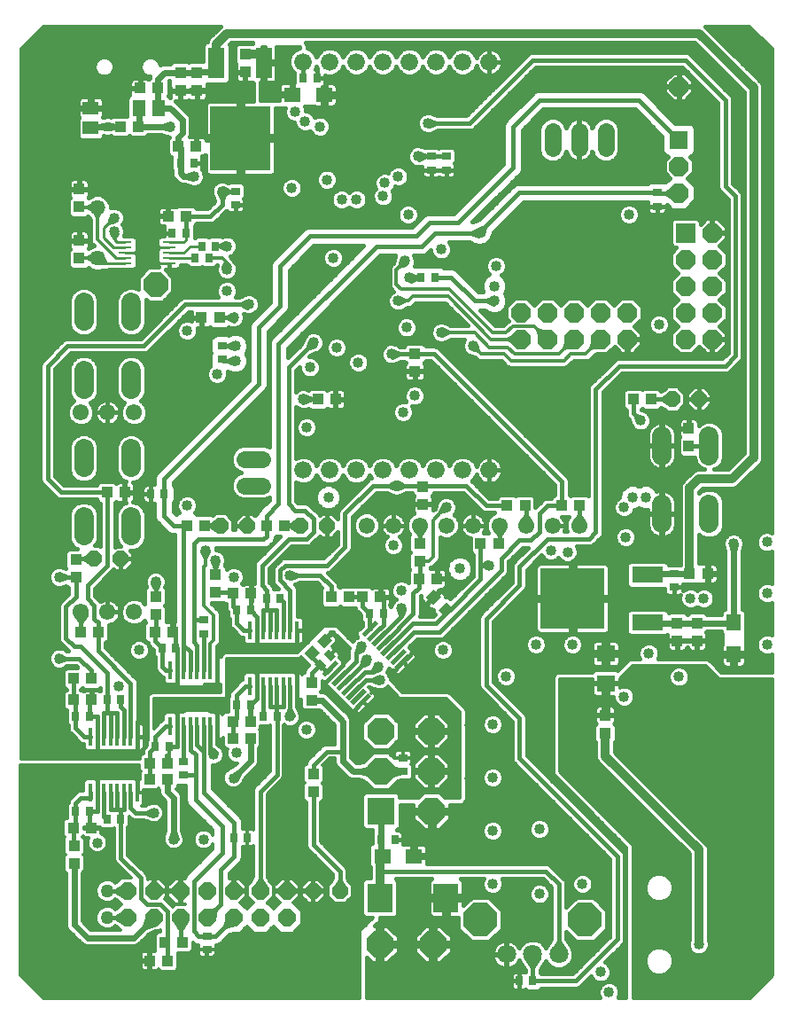
<source format=gbl>
G75*
G70*
%OFA0B0*%
%FSLAX24Y24*%
%IPPOS*%
%LPD*%
%AMOC8*
5,1,8,0,0,1.08239X$1,22.5*
%
%ADD10R,0.0394X0.0433*%
%ADD11R,0.0512X0.0591*%
%ADD12R,0.0433X0.0394*%
%ADD13C,0.0576*%
%ADD14R,0.0591X0.0512*%
%ADD15R,0.0354X0.0276*%
%ADD16R,0.0512X0.0098*%
%ADD17R,0.0720X0.0720*%
%ADD18OC8,0.0720*%
%ADD19R,0.0276X0.0354*%
%ADD20OC8,0.0648*%
%ADD21C,0.0500*%
%ADD22C,0.0648*%
%ADD23C,0.0660*%
%ADD24OC8,0.0920*%
%ADD25R,0.0630X0.0551*%
%ADD26R,0.0425X0.0413*%
%ADD27R,0.2283X0.2441*%
%ADD28R,0.0630X0.1181*%
%ADD29R,0.0551X0.0630*%
%ADD30R,0.0413X0.0425*%
%ADD31R,0.2441X0.2283*%
%ADD32R,0.1181X0.0630*%
%ADD33R,0.0710X0.0630*%
%ADD34R,0.0177X0.0709*%
%ADD35C,0.0709*%
%ADD36OC8,0.1260*%
%ADD37C,0.0720*%
%ADD38R,0.1030X0.1030*%
%ADD39OC8,0.1030*%
%ADD40R,0.0709X0.0709*%
%ADD41OC8,0.0709*%
%ADD42OC8,0.0576*%
%ADD43C,0.0610*%
%ADD44R,0.0945X0.1102*%
%ADD45C,0.0400*%
%ADD46C,0.0160*%
%ADD47C,0.0100*%
%ADD48C,0.0240*%
%ADD49C,0.0500*%
%ADD50C,0.0320*%
%ADD51C,0.0120*%
%ADD52C,0.0357*%
D10*
X011785Y006816D03*
X012348Y007503D03*
X012454Y006816D03*
X013017Y007503D03*
X012454Y013628D03*
X011785Y013628D03*
X014910Y015191D03*
X015579Y015191D03*
X018598Y020503D03*
X019267Y020503D03*
X016829Y023191D03*
X016160Y023191D03*
X013829Y023191D03*
X013160Y023191D03*
X010829Y024441D03*
X010160Y024441D03*
X009829Y019191D03*
X009160Y019191D03*
X008910Y017441D03*
X009579Y017441D03*
X018098Y027941D03*
X018767Y027941D03*
X014392Y031003D03*
X013723Y031003D03*
X009120Y033231D03*
X009120Y033900D03*
X009120Y035168D03*
X009120Y035838D03*
X013557Y039543D03*
X013557Y040213D03*
X015370Y040231D03*
X015370Y040900D03*
X029973Y027941D03*
X030642Y027941D03*
X032057Y026838D03*
X032057Y026168D03*
X027954Y023941D03*
X027285Y023941D03*
X025892Y023941D03*
X025223Y023941D03*
X024892Y022503D03*
X024223Y022503D03*
X022579Y021191D03*
X021910Y021191D03*
G36*
X022459Y020782D02*
X022738Y020503D01*
X022433Y020198D01*
X022154Y020477D01*
X022459Y020782D01*
G37*
G36*
X022932Y020308D02*
X023211Y020029D01*
X022906Y019724D01*
X022627Y020003D01*
X022932Y020308D01*
G37*
X031620Y019525D03*
X031620Y018856D03*
X032370Y018856D03*
X032370Y019525D03*
D11*
X012119Y038878D03*
X011371Y038878D03*
D12*
X011329Y038191D03*
X010660Y038191D03*
X011410Y039628D03*
X012079Y039628D03*
X012848Y037441D03*
X013517Y037441D03*
X013142Y034816D03*
X012473Y034816D03*
X021745Y029650D03*
X021745Y028981D03*
X022057Y024650D03*
X022057Y023981D03*
X021932Y022525D03*
X021932Y021856D03*
X020454Y020503D03*
X019785Y020503D03*
G36*
X018648Y018878D02*
X018343Y018573D01*
X018064Y018852D01*
X018369Y019157D01*
X018648Y018878D01*
G37*
G36*
X018175Y018404D02*
X017870Y018099D01*
X017591Y018378D01*
X017896Y018683D01*
X018175Y018404D01*
G37*
X017870Y017275D03*
X017870Y016606D03*
X015579Y015816D03*
X014910Y015816D03*
X012454Y014253D03*
X011785Y014253D03*
X009579Y016628D03*
X008910Y016628D03*
X011973Y019191D03*
X012642Y019191D03*
X011995Y019856D03*
X011995Y020525D03*
X014245Y020668D03*
X014910Y020628D03*
X015579Y020628D03*
X014245Y021338D03*
X008995Y021231D03*
X008995Y021900D03*
X017932Y013838D03*
X017932Y013168D03*
X009579Y011816D03*
X008910Y011816D03*
X008932Y011150D03*
X008932Y010481D03*
X028912Y015389D03*
X028912Y016058D03*
D13*
X009807Y033241D03*
X009807Y035141D03*
D14*
X009557Y038129D03*
X009557Y038877D03*
D15*
X014995Y035759D03*
X014995Y035247D03*
X014495Y029946D03*
X014495Y029435D03*
X022370Y036560D03*
X022370Y037071D03*
X022932Y037071D03*
X022932Y036560D03*
X030870Y035696D03*
X030870Y035185D03*
X031495Y021384D03*
X031495Y020872D03*
X021307Y014446D03*
X021307Y013935D03*
X013932Y007759D03*
X013932Y007247D03*
X013057Y013810D03*
X013057Y014321D03*
X013807Y019122D03*
X013807Y019634D03*
D16*
X012514Y033047D03*
X012514Y033244D03*
X012514Y033441D03*
X012514Y033637D03*
X012514Y033834D03*
X010850Y033834D03*
X010850Y033637D03*
X010850Y033441D03*
X010850Y033244D03*
X010850Y033047D03*
D17*
X031932Y034191D03*
D18*
X032932Y034191D03*
X032932Y033191D03*
X032932Y032191D03*
X031932Y032191D03*
X031932Y033191D03*
X031932Y031191D03*
X032932Y031191D03*
X032932Y030191D03*
X031932Y030191D03*
X029745Y030191D03*
X029745Y031191D03*
X028745Y031191D03*
X027745Y031191D03*
X026745Y031191D03*
X025745Y031191D03*
X025745Y030191D03*
X026745Y030191D03*
X027745Y030191D03*
X028745Y030191D03*
D19*
X022501Y032503D03*
X021989Y032503D03*
X018063Y040003D03*
X017551Y040003D03*
X013438Y036816D03*
X012926Y036816D03*
X013126Y034191D03*
X012614Y034191D03*
X013739Y033691D03*
X013489Y033253D03*
X014001Y033253D03*
X014251Y033691D03*
X012313Y024378D03*
X011801Y024378D03*
X015051Y020003D03*
X015563Y020003D03*
X016176Y020441D03*
X016688Y020441D03*
G36*
X018773Y018282D02*
X018578Y018087D01*
X018329Y018336D01*
X018524Y018531D01*
X018773Y018282D01*
G37*
G36*
X018411Y017920D02*
X018216Y017725D01*
X017967Y017974D01*
X018162Y018169D01*
X018411Y017920D01*
G37*
X020051Y019878D03*
X020563Y019878D03*
X016563Y016003D03*
X016051Y016003D03*
X015563Y016441D03*
X015051Y016441D03*
X012501Y014878D03*
X011989Y014878D03*
X010688Y016628D03*
X010176Y016628D03*
X009501Y016003D03*
X008989Y016003D03*
X012239Y018566D03*
X012751Y018566D03*
X010688Y012128D03*
X010176Y012128D03*
X009501Y012441D03*
X008989Y012441D03*
X014926Y011441D03*
X015438Y011441D03*
X020489Y011378D03*
X021001Y011378D03*
X025676Y006066D03*
X026188Y006066D03*
D20*
X016932Y008441D03*
X016932Y009441D03*
X015932Y009441D03*
X014932Y009441D03*
X013932Y009441D03*
X012932Y009441D03*
X011932Y009441D03*
X011932Y008441D03*
X012932Y008441D03*
X013932Y008441D03*
X014932Y008441D03*
X015932Y008441D03*
X010932Y008441D03*
X010932Y009441D03*
D21*
X010182Y009441D03*
X010182Y008441D03*
D22*
X015358Y024691D02*
X016006Y024691D01*
X016006Y025691D02*
X015358Y025691D01*
X026932Y037367D02*
X026932Y038015D01*
X027932Y038015D02*
X027932Y037367D01*
X028932Y037367D02*
X028932Y038015D01*
D23*
X024552Y040618D03*
X023552Y040618D03*
X022552Y040618D03*
X021552Y040618D03*
X020552Y040618D03*
X019552Y040618D03*
X018552Y040618D03*
X017552Y040618D03*
X017552Y025263D03*
X018552Y025263D03*
X019552Y025263D03*
X020552Y025263D03*
X021552Y025263D03*
X022552Y025263D03*
X023552Y025263D03*
X024552Y025263D03*
D24*
X011995Y032253D03*
D25*
X017154Y039378D03*
X018335Y039378D03*
X020529Y010753D03*
X021710Y010753D03*
D26*
X012932Y039534D03*
X012932Y040223D03*
D27*
X015182Y037754D03*
D28*
X014285Y040580D03*
X016080Y040580D03*
D29*
X033745Y019531D03*
X033745Y018350D03*
D30*
X032777Y021378D03*
X032088Y021378D03*
D31*
X027683Y020441D03*
D32*
X030509Y021338D03*
X030509Y019543D03*
D33*
X028932Y018375D03*
X028932Y017256D03*
D34*
G36*
X021112Y017759D02*
X020988Y017883D01*
X021488Y018383D01*
X021612Y018259D01*
X021112Y017759D01*
G37*
G36*
X020935Y017935D02*
X020811Y018059D01*
X021311Y018559D01*
X021435Y018435D01*
X020935Y017935D01*
G37*
G36*
X020758Y018112D02*
X020634Y018236D01*
X021134Y018736D01*
X021258Y018612D01*
X020758Y018112D01*
G37*
G36*
X020581Y018289D02*
X020457Y018413D01*
X020957Y018913D01*
X021081Y018789D01*
X020581Y018289D01*
G37*
G36*
X020405Y018466D02*
X020281Y018590D01*
X020781Y019090D01*
X020905Y018966D01*
X020405Y018466D01*
G37*
G36*
X020228Y018643D02*
X020104Y018767D01*
X020604Y019267D01*
X020728Y019143D01*
X020228Y018643D01*
G37*
G36*
X020051Y018819D02*
X019927Y018943D01*
X020427Y019443D01*
X020551Y019319D01*
X020051Y018819D01*
G37*
G36*
X019874Y018996D02*
X019750Y019120D01*
X020250Y019620D01*
X020374Y019496D01*
X019874Y018996D01*
G37*
G36*
X018377Y017498D02*
X018253Y017622D01*
X018753Y018122D01*
X018877Y017998D01*
X018377Y017498D01*
G37*
G36*
X018553Y017322D02*
X018429Y017446D01*
X018929Y017946D01*
X019053Y017822D01*
X018553Y017322D01*
G37*
G36*
X018730Y017145D02*
X018606Y017269D01*
X019106Y017769D01*
X019230Y017645D01*
X018730Y017145D01*
G37*
G36*
X018907Y016968D02*
X018783Y017092D01*
X019283Y017592D01*
X019407Y017468D01*
X018907Y016968D01*
G37*
G36*
X019084Y016791D02*
X018960Y016915D01*
X019460Y017415D01*
X019584Y017291D01*
X019084Y016791D01*
G37*
G36*
X019261Y016614D02*
X019137Y016738D01*
X019637Y017238D01*
X019761Y017114D01*
X019261Y016614D01*
G37*
G36*
X019437Y016438D02*
X019313Y016562D01*
X019813Y017062D01*
X019937Y016938D01*
X019437Y016438D01*
G37*
G36*
X019614Y016261D02*
X019490Y016385D01*
X019990Y016885D01*
X020114Y016761D01*
X019614Y016261D01*
G37*
X017307Y017131D03*
X017057Y017131D03*
X016807Y017131D03*
X016557Y017131D03*
X016307Y017131D03*
X016057Y017131D03*
X015807Y017131D03*
X015557Y017131D03*
X014307Y017750D03*
X014057Y017750D03*
X013807Y017750D03*
X013557Y017750D03*
X013307Y017750D03*
X013057Y017750D03*
X012807Y017750D03*
X012557Y017750D03*
X012557Y015631D03*
X012807Y015631D03*
X013057Y015631D03*
X013307Y015631D03*
X013557Y015631D03*
X013807Y015631D03*
X014057Y015631D03*
X014307Y015631D03*
X011307Y015250D03*
X011057Y015250D03*
X010807Y015250D03*
X010557Y015250D03*
X010307Y015250D03*
X010057Y015250D03*
X009807Y015250D03*
X009557Y015250D03*
X009557Y013131D03*
X009807Y013131D03*
X010057Y013131D03*
X010307Y013131D03*
X010557Y013131D03*
X010807Y013131D03*
X011057Y013131D03*
X011307Y013131D03*
X015557Y019250D03*
X015807Y019250D03*
X016057Y019250D03*
X016307Y019250D03*
X016557Y019250D03*
X016807Y019250D03*
X017057Y019250D03*
X017307Y019250D03*
D35*
X025198Y007066D03*
X026182Y007066D03*
X027166Y007066D03*
D36*
X028151Y008365D03*
X024214Y008365D03*
D37*
X011072Y022801D02*
X011072Y023521D01*
X011072Y025361D02*
X011072Y026081D01*
X009292Y026081D02*
X009292Y025361D01*
X009292Y023521D02*
X009292Y022801D01*
X009292Y028301D02*
X009292Y029021D01*
X011072Y029021D02*
X011072Y028301D01*
X011072Y030861D02*
X011072Y031581D01*
X009292Y031581D02*
X009292Y030861D01*
X031042Y026547D02*
X031042Y025827D01*
X031042Y023987D02*
X031042Y023267D01*
X032822Y023267D02*
X032822Y023987D01*
X032822Y025827D02*
X032822Y026547D01*
D38*
X020481Y012441D03*
D39*
X020481Y013941D03*
X020481Y015441D03*
X022383Y015441D03*
X022383Y013941D03*
X022383Y012441D03*
X022432Y007441D03*
X020432Y007441D03*
D40*
X031682Y037691D03*
D41*
X031682Y036691D03*
X031682Y035691D03*
X031682Y039691D03*
D42*
X031432Y027941D03*
X032432Y027941D03*
X018432Y023191D03*
X017432Y023191D03*
X015432Y023191D03*
X014432Y023191D03*
X010682Y021941D03*
X009682Y021941D03*
X017932Y009441D03*
X018932Y009441D03*
D43*
X011182Y019941D03*
X010182Y019941D03*
X009182Y019941D03*
X009182Y027441D03*
X010182Y027441D03*
X011182Y027441D03*
X019932Y023191D03*
X020932Y023191D03*
X021932Y023191D03*
X022932Y023191D03*
X023932Y023191D03*
X024932Y023191D03*
X025932Y023191D03*
X026932Y023191D03*
X027932Y023191D03*
D44*
X022922Y009191D03*
X020442Y009191D03*
D45*
X019307Y007316D03*
X019307Y005628D03*
X015557Y005628D03*
X011807Y005628D03*
X008057Y005628D03*
X008057Y009753D03*
X009807Y011253D03*
X010182Y010816D03*
X011932Y012378D03*
X011932Y012941D03*
X012682Y011378D03*
X013807Y011378D03*
X014932Y013691D03*
X014620Y014253D03*
X014182Y014566D03*
X015057Y014628D03*
X017057Y016003D03*
X017682Y015503D03*
X019932Y018128D03*
X020370Y017878D03*
X020432Y017378D03*
X019745Y018628D03*
X021245Y020066D03*
X021245Y020753D03*
X019682Y021066D03*
X017932Y020753D03*
X017057Y021316D03*
X014932Y021253D03*
X014932Y021878D03*
X014245Y021878D03*
X013870Y022253D03*
X011995Y021066D03*
X011370Y018503D03*
X010620Y017128D03*
X008370Y018191D03*
X007120Y019128D03*
X008370Y021253D03*
X007120Y022878D03*
X010182Y026003D03*
X011807Y028503D03*
X013182Y030503D03*
X014307Y028878D03*
X014995Y029378D03*
X014995Y029941D03*
X014932Y031003D03*
X015495Y031503D03*
X014682Y032003D03*
X014682Y032816D03*
X014682Y033691D03*
X016120Y032316D03*
X018682Y033253D03*
X019557Y034691D03*
X019557Y035441D03*
X018995Y035441D03*
X018432Y036191D03*
X017120Y035878D03*
X015557Y035691D03*
X014495Y035753D03*
X013432Y036316D03*
X014307Y037441D03*
X012557Y038191D03*
X012245Y037128D03*
X011307Y037441D03*
X010307Y037503D03*
X010307Y036691D03*
X010432Y034753D03*
X010432Y034253D03*
X009120Y034566D03*
X007120Y034128D03*
X007120Y030378D03*
X007120Y026628D03*
X013182Y023941D03*
X013870Y023941D03*
X017682Y026878D03*
X017557Y027941D03*
X017807Y029128D03*
X017932Y030066D03*
X018495Y030503D03*
X018807Y029878D03*
X019620Y029316D03*
X020870Y029628D03*
X021432Y030628D03*
X021120Y031628D03*
X021557Y032503D03*
X021370Y033128D03*
X022745Y033566D03*
X024182Y034191D03*
X025120Y033816D03*
X024807Y032941D03*
X024745Y032191D03*
X024745Y031628D03*
X023932Y029941D03*
X022745Y030441D03*
X021745Y028066D03*
X021307Y027441D03*
X020245Y026691D03*
X021057Y024691D03*
X022932Y023878D03*
X020932Y022441D03*
X023432Y021566D03*
X024557Y021691D03*
X026182Y021316D03*
X026870Y022253D03*
X027495Y022191D03*
X028057Y022253D03*
X029682Y022753D03*
X029620Y023878D03*
X029932Y024253D03*
X030432Y024253D03*
X029620Y026941D03*
X030245Y027128D03*
X029620Y028691D03*
X030932Y030753D03*
X034995Y030441D03*
X034995Y034191D03*
X034995Y037941D03*
X032682Y037941D03*
X029932Y036941D03*
X029807Y034878D03*
X028932Y040191D03*
X027932Y041191D03*
X024432Y036753D03*
X021870Y037066D03*
X021120Y036316D03*
X020620Y036066D03*
X020557Y035566D03*
X021495Y034878D03*
X019557Y032066D03*
X023370Y026691D03*
X025370Y027441D03*
X026370Y028691D03*
X026245Y024691D03*
X026182Y020066D03*
X025682Y019316D03*
X026307Y018707D03*
X027682Y018707D03*
X027432Y017191D03*
X028307Y016628D03*
X027432Y016378D03*
X028932Y016628D03*
X029620Y016753D03*
X030557Y017503D03*
X030807Y017066D03*
X031682Y016770D03*
X031682Y017503D03*
X032370Y017441D03*
X032682Y016457D03*
X033682Y017270D03*
X034432Y017270D03*
X034995Y016707D03*
X034995Y014707D03*
X034995Y012707D03*
X034995Y010707D03*
X034995Y008707D03*
X034995Y006707D03*
X034057Y005645D03*
X033120Y005645D03*
X032432Y007441D03*
X030932Y007832D03*
X031057Y005645D03*
X029057Y005645D03*
X028745Y006395D03*
X027995Y005628D03*
X026182Y008441D03*
X026432Y009332D03*
X028057Y009707D03*
X026432Y011770D03*
X024682Y011707D03*
X023807Y011691D03*
X023807Y013691D03*
X024682Y013707D03*
X024682Y015707D03*
X023807Y015691D03*
X023807Y017503D03*
X022807Y018503D03*
X023807Y019441D03*
X025182Y017520D03*
X027932Y014020D03*
X029557Y012457D03*
X031370Y014707D03*
X029932Y015582D03*
X030557Y018378D03*
X032120Y020441D03*
X032620Y020441D03*
X033745Y022503D03*
X034995Y022566D03*
X034995Y024066D03*
X033495Y024066D03*
X034995Y026566D03*
X034995Y020636D03*
X034995Y018707D03*
X024682Y009707D03*
X023807Y009691D03*
X023807Y005628D03*
X016932Y012441D03*
X010557Y014566D03*
X008057Y013878D03*
X007120Y015316D03*
X018057Y024753D03*
X018495Y024253D03*
X011682Y033441D03*
X008307Y037878D03*
X007120Y037878D03*
X009182Y040378D03*
X010932Y040378D03*
X010932Y041691D03*
X007807Y041691D03*
X013995Y041816D03*
X015370Y039691D03*
X016745Y041003D03*
X017245Y038753D03*
X017620Y038378D03*
X018182Y038191D03*
X021057Y038753D03*
X022245Y038316D03*
X021932Y040003D03*
X034307Y041691D03*
D46*
X034453Y041814D02*
X032818Y041814D01*
X032737Y041894D02*
X032683Y041948D01*
X034319Y041948D01*
X035172Y041095D01*
X035172Y022925D01*
X035074Y022966D01*
X034915Y022966D01*
X034768Y022905D01*
X034656Y022792D01*
X034595Y022645D01*
X034595Y022486D01*
X034656Y022339D01*
X034768Y022226D01*
X034915Y022166D01*
X035074Y022166D01*
X035172Y022206D01*
X035172Y020996D01*
X035074Y021036D01*
X034915Y021036D01*
X034768Y020976D01*
X034656Y020863D01*
X034595Y020716D01*
X034595Y020557D01*
X034656Y020410D01*
X034768Y020297D01*
X034915Y020236D01*
X035074Y020236D01*
X035172Y020277D01*
X035172Y019067D01*
X035074Y019107D01*
X034915Y019107D01*
X034768Y019046D01*
X034656Y018934D01*
X034595Y018787D01*
X034595Y018628D01*
X034656Y018481D01*
X034768Y018368D01*
X034915Y018307D01*
X035074Y018307D01*
X035172Y018348D01*
X035172Y017691D01*
X033286Y017691D01*
X032894Y018082D01*
X032894Y018082D01*
X032824Y018152D01*
X032732Y018191D01*
X030912Y018191D01*
X030957Y018298D01*
X030957Y018458D01*
X030896Y018605D01*
X030784Y018717D01*
X030637Y018778D01*
X030478Y018778D01*
X030331Y018717D01*
X030218Y018605D01*
X030157Y018458D01*
X030157Y018298D01*
X030202Y018191D01*
X029467Y018191D01*
X029467Y018298D02*
X029010Y018298D01*
X029010Y018453D01*
X029467Y018453D01*
X029467Y018714D01*
X029455Y018760D01*
X029431Y018801D01*
X029398Y018834D01*
X029357Y018858D01*
X029311Y018870D01*
X029010Y018870D01*
X029010Y018453D01*
X028855Y018453D01*
X028855Y018870D01*
X028554Y018870D01*
X028508Y018858D01*
X028467Y018834D01*
X028433Y018801D01*
X028410Y018760D01*
X028397Y018714D01*
X028397Y018453D01*
X028854Y018453D01*
X028854Y018298D01*
X028397Y018298D01*
X028397Y018037D01*
X028410Y017991D01*
X028433Y017950D01*
X028467Y017916D01*
X028508Y017893D01*
X028554Y017880D01*
X028855Y017880D01*
X028855Y018298D01*
X029010Y018298D01*
X029010Y017880D01*
X029311Y017880D01*
X029357Y017893D01*
X029398Y017916D01*
X029431Y017950D01*
X029455Y017991D01*
X029467Y018037D01*
X029467Y018298D01*
X029467Y018508D02*
X030178Y018508D01*
X030157Y018350D02*
X029010Y018350D01*
X028854Y018350D02*
X027864Y018350D01*
X027909Y018368D02*
X028021Y018481D01*
X028082Y018628D01*
X028082Y018787D01*
X028021Y018934D01*
X027909Y019046D01*
X027762Y019107D01*
X027603Y019107D01*
X027456Y019046D01*
X027343Y018934D01*
X027282Y018787D01*
X027282Y018628D01*
X027343Y018481D01*
X027456Y018368D01*
X027603Y018307D01*
X027762Y018307D01*
X027909Y018368D01*
X028033Y018508D02*
X028397Y018508D01*
X028397Y018667D02*
X028082Y018667D01*
X028066Y018825D02*
X028458Y018825D01*
X028855Y018825D02*
X029010Y018825D01*
X029010Y018667D02*
X028855Y018667D01*
X028855Y018508D02*
X029010Y018508D01*
X029010Y018191D02*
X028855Y018191D01*
X028855Y018033D02*
X029010Y018033D01*
X029370Y017771D02*
X028494Y017771D01*
X028414Y017691D01*
X027132Y017691D01*
X027041Y017652D01*
X026970Y017582D01*
X026932Y017490D01*
X026932Y017391D01*
X026932Y013891D01*
X026970Y013799D01*
X027041Y013729D01*
X029682Y011087D01*
X029682Y005441D01*
X029405Y005441D01*
X029457Y005565D01*
X029457Y005724D01*
X029396Y005871D01*
X029284Y005984D01*
X029137Y006045D01*
X028978Y006045D01*
X028831Y005984D01*
X028718Y005871D01*
X028657Y005724D01*
X028657Y005565D01*
X028709Y005441D01*
X019942Y005441D01*
X019942Y006948D01*
X020144Y006746D01*
X020355Y006746D01*
X020355Y007363D01*
X020510Y007363D01*
X020510Y007518D01*
X021127Y007518D01*
X021127Y007728D01*
X020720Y008135D01*
X020510Y008135D01*
X020510Y007518D01*
X020355Y007518D01*
X020355Y008135D01*
X020245Y008135D01*
X020403Y008293D01*
X020442Y008389D01*
X020442Y008439D01*
X020997Y008439D01*
X021114Y008556D01*
X021114Y009825D01*
X021028Y009911D01*
X022385Y009911D01*
X022380Y009909D01*
X022339Y009886D01*
X022306Y009852D01*
X022282Y009811D01*
X022270Y009765D01*
X022270Y009270D01*
X022842Y009270D01*
X022842Y009111D01*
X022270Y009111D01*
X022270Y008616D01*
X022282Y008570D01*
X022306Y008529D01*
X022339Y008495D01*
X022380Y008472D01*
X022426Y008459D01*
X022842Y008459D01*
X022842Y009110D01*
X023002Y009110D01*
X023002Y008459D01*
X023384Y008459D01*
X023384Y008021D01*
X023870Y007535D01*
X024557Y007535D01*
X025044Y008021D01*
X025044Y008709D01*
X024557Y009195D01*
X023870Y009195D01*
X023575Y008899D01*
X023575Y009111D01*
X023002Y009111D01*
X023002Y009270D01*
X023575Y009270D01*
X023575Y009765D01*
X023562Y009811D01*
X023539Y009852D01*
X023505Y009886D01*
X023464Y009909D01*
X023460Y009911D01*
X024333Y009911D01*
X024282Y009787D01*
X024282Y009628D01*
X024343Y009481D01*
X024456Y009368D01*
X024603Y009307D01*
X024762Y009307D01*
X024909Y009368D01*
X025021Y009481D01*
X025082Y009628D01*
X025082Y009787D01*
X025031Y009911D01*
X026566Y009911D01*
X026886Y009590D01*
X026886Y007643D01*
X026737Y007421D01*
X026736Y007419D01*
X026696Y007380D01*
X026676Y007329D01*
X026675Y007328D01*
X026674Y007326D01*
X026652Y007380D01*
X026496Y007535D01*
X026292Y007620D01*
X026072Y007620D01*
X025868Y007535D01*
X025712Y007380D01*
X025679Y007299D01*
X025655Y007346D01*
X025605Y007414D01*
X025546Y007473D01*
X025478Y007523D01*
X025403Y007561D01*
X025323Y007587D01*
X025240Y007600D01*
X025216Y007600D01*
X025216Y007084D01*
X025179Y007084D01*
X025179Y007047D01*
X024664Y007047D01*
X024664Y007023D01*
X024677Y006940D01*
X024703Y006860D01*
X024741Y006785D01*
X024790Y006717D01*
X024850Y006658D01*
X024918Y006609D01*
X024993Y006570D01*
X025073Y006544D01*
X025156Y006531D01*
X025179Y006531D01*
X025179Y007047D01*
X025216Y007047D01*
X025216Y006531D01*
X025240Y006531D01*
X025323Y006544D01*
X025403Y006570D01*
X025478Y006609D01*
X025546Y006658D01*
X025605Y006717D01*
X025655Y006785D01*
X025679Y006832D01*
X025712Y006752D01*
X025754Y006709D01*
X025908Y006486D01*
X025908Y006396D01*
X025884Y006410D01*
X025838Y006423D01*
X025676Y006423D01*
X025515Y006423D01*
X025469Y006410D01*
X025428Y006387D01*
X025394Y006353D01*
X025371Y006312D01*
X025359Y006266D01*
X025359Y006066D01*
X025676Y006066D01*
X025676Y006423D01*
X025676Y006066D01*
X025676Y006066D01*
X025676Y006065D01*
X025676Y006065D01*
X025676Y005708D01*
X025515Y005708D01*
X025469Y005721D01*
X025428Y005744D01*
X025394Y005778D01*
X025371Y005819D01*
X025359Y005865D01*
X025359Y006065D01*
X025676Y006065D01*
X025676Y005708D01*
X025838Y005708D01*
X025884Y005721D01*
X025916Y005740D01*
X025967Y005688D01*
X026409Y005688D01*
X026506Y005786D01*
X027751Y005786D01*
X027863Y005786D01*
X027966Y005828D01*
X028376Y006239D01*
X028406Y006168D01*
X028518Y006056D01*
X028665Y005995D01*
X028824Y005995D01*
X028971Y006056D01*
X029084Y006168D01*
X029145Y006315D01*
X029145Y006474D01*
X029084Y006621D01*
X028971Y006734D01*
X028901Y006763D01*
X029528Y007391D01*
X029607Y007469D01*
X029650Y007572D01*
X029650Y010697D01*
X029650Y010809D01*
X029607Y010912D01*
X025962Y014556D01*
X025962Y015996D01*
X025920Y016099D01*
X025841Y016178D01*
X024712Y017306D01*
X024712Y019575D01*
X025920Y020782D01*
X025962Y020885D01*
X025962Y020996D01*
X025962Y021512D01*
X026515Y022065D01*
X026531Y022026D01*
X026643Y021914D01*
X026790Y021853D01*
X026949Y021853D01*
X027096Y021914D01*
X027153Y021971D01*
X027156Y021964D01*
X027268Y021851D01*
X027415Y021791D01*
X027574Y021791D01*
X027721Y021851D01*
X027834Y021964D01*
X027895Y022111D01*
X027895Y022270D01*
X027836Y022411D01*
X028251Y022411D01*
X028363Y022411D01*
X028466Y022453D01*
X028795Y022782D01*
X028837Y022885D01*
X028837Y022996D01*
X028837Y028200D01*
X029548Y028911D01*
X033488Y028911D01*
X033591Y028953D01*
X033670Y029032D01*
X034045Y029407D01*
X034087Y029510D01*
X034087Y029621D01*
X034087Y035621D01*
X034045Y035724D01*
X033966Y035803D01*
X033712Y036056D01*
X033712Y039246D01*
X033670Y039349D01*
X033591Y039428D01*
X032170Y040849D01*
X032091Y040928D01*
X031988Y040971D01*
X026126Y040971D01*
X026024Y040928D01*
X025945Y040849D01*
X023691Y038596D01*
X022599Y038596D01*
X022475Y038651D01*
X022471Y038655D01*
X022402Y038683D01*
X022356Y038704D01*
X022353Y038704D01*
X022324Y038716D01*
X022165Y038716D01*
X022018Y038655D01*
X021906Y038542D01*
X021845Y038395D01*
X021845Y038236D01*
X021906Y038089D01*
X022018Y037976D01*
X022165Y037916D01*
X022324Y037916D01*
X022353Y037927D01*
X022356Y037927D01*
X022403Y037948D01*
X022471Y037976D01*
X022475Y037980D01*
X022599Y038036D01*
X023863Y038036D01*
X023966Y038078D01*
X024045Y038157D01*
X026298Y040411D01*
X031816Y040411D01*
X033152Y039075D01*
X033152Y035996D01*
X033152Y035885D01*
X033195Y035782D01*
X033527Y035450D01*
X033527Y029681D01*
X033316Y029471D01*
X029376Y029471D01*
X029274Y029428D01*
X029195Y029349D01*
X028320Y028474D01*
X028277Y028371D01*
X028277Y028260D01*
X028277Y024314D01*
X028234Y024357D01*
X027675Y024357D01*
X027620Y024302D01*
X027565Y024357D01*
X027565Y024782D01*
X027565Y024893D01*
X027522Y024996D01*
X022710Y029809D01*
X022631Y029888D01*
X022528Y029930D01*
X022161Y029930D01*
X022044Y030047D01*
X021445Y030047D01*
X021328Y029930D01*
X021328Y029908D01*
X021224Y029908D01*
X021100Y029963D01*
X021096Y029967D01*
X021027Y029996D01*
X020981Y030016D01*
X020978Y030016D01*
X020949Y030028D01*
X020790Y030028D01*
X020643Y029967D01*
X020531Y029855D01*
X020470Y029708D01*
X020470Y029548D01*
X020531Y029401D01*
X020643Y029289D01*
X020020Y029289D01*
X020020Y029236D02*
X019959Y029089D01*
X019846Y028976D01*
X019699Y028916D01*
X019540Y028916D01*
X019393Y028976D01*
X019281Y029089D01*
X019220Y029236D01*
X019220Y029395D01*
X019281Y029542D01*
X019393Y029655D01*
X019540Y029716D01*
X019699Y029716D01*
X019846Y029655D01*
X019959Y029542D01*
X020020Y029395D01*
X020020Y029236D01*
X019976Y029131D02*
X021348Y029131D01*
X021348Y029201D02*
X021348Y028999D01*
X021726Y028999D01*
X021726Y028962D01*
X021763Y028962D01*
X021763Y028604D01*
X021985Y028604D01*
X022031Y028616D01*
X022072Y028640D01*
X022105Y028674D01*
X022129Y028715D01*
X022141Y028760D01*
X022141Y028962D01*
X021763Y028962D01*
X021763Y028999D01*
X022141Y028999D01*
X022141Y029201D01*
X022129Y029247D01*
X022105Y029288D01*
X022092Y029301D01*
X022161Y029370D01*
X022357Y029370D01*
X027005Y024722D01*
X027005Y024357D01*
X026888Y024240D01*
X026888Y024221D01*
X026800Y024221D01*
X026689Y024221D01*
X026586Y024178D01*
X026289Y023880D01*
X026289Y024240D01*
X026172Y024357D01*
X025612Y024357D01*
X025557Y024302D01*
X025502Y024357D01*
X024943Y024357D01*
X024826Y024240D01*
X024826Y024221D01*
X024548Y024221D01*
X023904Y024865D01*
X024002Y024963D01*
X024064Y025115D01*
X024080Y025068D01*
X024116Y024996D01*
X024163Y024931D01*
X024220Y024874D01*
X024285Y024827D01*
X024356Y024791D01*
X024433Y024766D01*
X024512Y024753D01*
X024552Y024753D01*
X024552Y025263D01*
X024552Y025263D01*
X024552Y024753D01*
X024592Y024753D01*
X024672Y024766D01*
X024748Y024791D01*
X024820Y024827D01*
X024884Y024874D01*
X024941Y024931D01*
X024988Y024996D01*
X025025Y025068D01*
X025050Y025144D01*
X025062Y025223D01*
X025062Y025263D01*
X024553Y025263D01*
X024553Y025264D01*
X025062Y025264D01*
X025062Y025304D01*
X025050Y025383D01*
X025025Y025459D01*
X024988Y025531D01*
X024941Y025596D01*
X024884Y025652D01*
X024820Y025700D01*
X024748Y025736D01*
X024672Y025761D01*
X024592Y025773D01*
X024552Y025773D01*
X024512Y025773D01*
X024433Y025761D01*
X024356Y025736D01*
X024285Y025700D01*
X024220Y025652D01*
X024163Y025596D01*
X024116Y025531D01*
X024080Y025459D01*
X024064Y025412D01*
X024002Y025564D01*
X023852Y025713D01*
X023658Y025793D01*
X023447Y025793D01*
X023252Y025713D01*
X023103Y025564D01*
X023052Y025441D01*
X023002Y025564D01*
X022852Y025713D01*
X022658Y025793D01*
X022447Y025793D01*
X022252Y025713D01*
X022103Y025564D01*
X022052Y025441D01*
X022002Y025564D01*
X021852Y025713D01*
X021658Y025793D01*
X021447Y025793D01*
X021252Y025713D01*
X021103Y025564D01*
X021052Y025441D01*
X021002Y025564D01*
X020852Y025713D01*
X020658Y025793D01*
X020447Y025793D01*
X020252Y025713D01*
X020103Y025564D01*
X020052Y025441D01*
X020002Y025564D01*
X019852Y025713D01*
X019658Y025793D01*
X019447Y025793D01*
X019252Y025713D01*
X019103Y025564D01*
X019052Y025441D01*
X019002Y025564D01*
X018852Y025713D01*
X018658Y025793D01*
X018447Y025793D01*
X018252Y025713D01*
X018103Y025564D01*
X018052Y025441D01*
X018002Y025564D01*
X017852Y025713D01*
X017658Y025793D01*
X017447Y025793D01*
X017275Y025722D01*
X017275Y027657D01*
X017331Y027601D01*
X017478Y027541D01*
X017488Y027541D01*
X017498Y027536D01*
X017500Y027536D01*
X017501Y027536D01*
X017555Y027536D01*
X017609Y027535D01*
X017611Y027536D01*
X017613Y027536D01*
X017625Y027541D01*
X017637Y027541D01*
X017753Y027589D01*
X017818Y027524D01*
X018377Y027524D01*
X018446Y027593D01*
X018459Y027580D01*
X018501Y027556D01*
X018546Y027544D01*
X018748Y027544D01*
X018748Y027922D01*
X018785Y027922D01*
X018785Y027544D01*
X018987Y027544D01*
X019033Y027556D01*
X019074Y027580D01*
X019108Y027613D01*
X019131Y027655D01*
X019144Y027700D01*
X019144Y027922D01*
X018786Y027922D01*
X018786Y027959D01*
X019144Y027959D01*
X019144Y028181D01*
X019131Y028227D01*
X019108Y028268D01*
X019074Y028301D01*
X019033Y028325D01*
X018987Y028337D01*
X018785Y028337D01*
X018785Y027959D01*
X018748Y027959D01*
X018748Y028337D01*
X018546Y028337D01*
X018501Y028325D01*
X018459Y028301D01*
X018446Y028288D01*
X018377Y028357D01*
X017818Y028357D01*
X017753Y028292D01*
X017637Y028341D01*
X017625Y028341D01*
X017613Y028346D01*
X017611Y028346D01*
X017609Y028346D01*
X017555Y028346D01*
X017501Y028346D01*
X017500Y028345D01*
X017498Y028345D01*
X017488Y028341D01*
X017478Y028341D01*
X017331Y028280D01*
X017275Y028224D01*
X017275Y029012D01*
X017407Y029145D01*
X017407Y029048D01*
X017468Y028901D01*
X017581Y028789D01*
X017728Y028728D01*
X017887Y028728D01*
X018034Y028789D01*
X018146Y028901D01*
X018207Y029048D01*
X018207Y029208D01*
X018146Y029355D01*
X018034Y029467D01*
X017887Y029528D01*
X017791Y029528D01*
X017879Y029617D01*
X018006Y029666D01*
X018012Y029666D01*
X018080Y029694D01*
X018127Y029712D01*
X018128Y029712D01*
X018130Y029715D01*
X018159Y029726D01*
X018271Y029839D01*
X018332Y029986D01*
X018332Y030145D01*
X018271Y030292D01*
X018159Y030405D01*
X018012Y030466D01*
X017853Y030466D01*
X017706Y030405D01*
X017593Y030292D01*
X017581Y030264D01*
X017579Y030261D01*
X017579Y030261D01*
X017579Y030261D01*
X017561Y030214D01*
X017532Y030145D01*
X017532Y030140D01*
X017483Y030013D01*
X016980Y029509D01*
X016980Y029854D01*
X020456Y033331D01*
X021021Y033331D01*
X021008Y033301D01*
X021001Y033292D01*
X020992Y033262D01*
X020970Y033208D01*
X020970Y033187D01*
X020931Y033057D01*
X020910Y033036D01*
X020837Y032963D01*
X020797Y032867D01*
X020797Y032305D01*
X020797Y032201D01*
X020837Y032106D01*
X020951Y031991D01*
X020893Y031967D01*
X020781Y031855D01*
X020720Y031708D01*
X020720Y031548D01*
X020781Y031401D01*
X020893Y031289D01*
X021040Y031228D01*
X021199Y031228D01*
X021253Y031250D01*
X021264Y031251D01*
X021292Y031266D01*
X021346Y031289D01*
X021361Y031304D01*
X021481Y031368D01*
X021546Y031368D01*
X021642Y031408D01*
X021715Y031481D01*
X021790Y031556D01*
X022887Y031556D01*
X023742Y030701D01*
X023106Y030701D01*
X022986Y030765D01*
X022971Y030780D01*
X022917Y030802D01*
X022889Y030817D01*
X022889Y030817D01*
X022889Y030817D01*
X022878Y030818D01*
X022824Y030841D01*
X022665Y030841D01*
X022518Y030780D01*
X022406Y030667D01*
X022345Y030520D01*
X022345Y030361D01*
X022406Y030214D01*
X022518Y030101D01*
X022665Y030041D01*
X022824Y030041D01*
X022878Y030063D01*
X022889Y030064D01*
X022917Y030079D01*
X022971Y030101D01*
X022986Y030116D01*
X023106Y030181D01*
X023607Y030181D01*
X023593Y030167D01*
X023532Y030020D01*
X023532Y029861D01*
X023593Y029714D01*
X023706Y029601D01*
X023759Y029579D01*
X023768Y029572D01*
X023798Y029563D01*
X023853Y029541D01*
X023873Y029541D01*
X024004Y029502D01*
X024097Y029408D01*
X024193Y029368D01*
X024296Y029368D01*
X025012Y029368D01*
X025222Y029158D01*
X025318Y029118D01*
X025421Y029118D01*
X027421Y029118D01*
X027517Y029158D01*
X027590Y029231D01*
X027727Y029368D01*
X028234Y029368D01*
X028329Y029408D01*
X028403Y029481D01*
X028528Y029606D01*
X028611Y029631D01*
X028977Y029631D01*
X029259Y029913D01*
X029521Y029651D01*
X029725Y029651D01*
X029725Y030170D01*
X029765Y030170D01*
X029765Y029651D01*
X029968Y029651D01*
X030285Y029967D01*
X030285Y030171D01*
X029765Y030171D01*
X029765Y030211D01*
X030285Y030211D01*
X030285Y030414D01*
X030022Y030676D01*
X030305Y030959D01*
X030305Y031423D01*
X029977Y031751D01*
X029513Y031751D01*
X029245Y031482D01*
X028977Y031751D01*
X028513Y031751D01*
X028245Y031482D01*
X027977Y031751D01*
X027513Y031751D01*
X027245Y031482D01*
X026977Y031751D01*
X026513Y031751D01*
X026245Y031482D01*
X025977Y031751D01*
X025513Y031751D01*
X025185Y031423D01*
X025185Y030959D01*
X025259Y030885D01*
X025212Y030838D01*
X025075Y030701D01*
X024790Y030701D01*
X024579Y030911D01*
X024222Y031268D01*
X024373Y031268D01*
X024468Y031226D01*
X024473Y031221D01*
X024554Y031187D01*
X024573Y031179D01*
X024615Y031160D01*
X024620Y031160D01*
X024649Y031148D01*
X024840Y031148D01*
X025017Y031221D01*
X025152Y031356D01*
X025225Y031533D01*
X025225Y031724D01*
X025152Y031900D01*
X025142Y031909D01*
X025152Y031919D01*
X025225Y032095D01*
X025225Y032286D01*
X025152Y032462D01*
X025019Y032595D01*
X025034Y032601D01*
X025146Y032714D01*
X025207Y032861D01*
X025207Y033020D01*
X025146Y033167D01*
X025034Y033280D01*
X024887Y033341D01*
X024728Y033341D01*
X024581Y033280D01*
X024468Y033167D01*
X024407Y033020D01*
X024407Y032861D01*
X024468Y032714D01*
X024552Y032630D01*
X024473Y032597D01*
X024338Y032462D01*
X024265Y032286D01*
X024265Y032095D01*
X024309Y031988D01*
X024144Y031988D01*
X023324Y032808D01*
X023191Y032863D01*
X023048Y032863D01*
X022852Y032863D01*
X022797Y032918D01*
X022694Y032960D01*
X022307Y032960D01*
X022245Y032934D01*
X022182Y032960D01*
X021795Y032960D01*
X021752Y032942D01*
X021746Y032944D01*
X021730Y032952D01*
X021770Y033048D01*
X021770Y033208D01*
X021719Y033331D01*
X021923Y033331D01*
X022066Y033331D01*
X022199Y033385D01*
X022345Y033532D01*
X022345Y033486D01*
X022406Y033339D01*
X022518Y033226D01*
X022665Y033166D01*
X022824Y033166D01*
X022971Y033226D01*
X023084Y033339D01*
X023145Y033486D01*
X023145Y033645D01*
X023084Y033792D01*
X023045Y033831D01*
X023810Y033831D01*
X023906Y033788D01*
X023910Y033784D01*
X023992Y033750D01*
X024010Y033742D01*
X024052Y033723D01*
X024052Y033723D01*
X024052Y033723D01*
X024057Y033723D01*
X024087Y033711D01*
X024278Y033711D01*
X024454Y033784D01*
X024589Y033919D01*
X024601Y033948D01*
X024605Y033952D01*
X024627Y034011D01*
X024628Y034013D01*
X024662Y034095D01*
X024662Y034101D01*
X024700Y034199D01*
X025837Y035336D01*
X030513Y035336D01*
X030513Y035185D01*
X030869Y035185D01*
X030869Y035184D01*
X030870Y035184D01*
X030870Y034867D01*
X031071Y034867D01*
X031116Y034879D01*
X031157Y034903D01*
X031191Y034936D01*
X031215Y034977D01*
X031227Y035023D01*
X031227Y035184D01*
X030870Y035184D01*
X030870Y035185D01*
X031227Y035185D01*
X031227Y035232D01*
X031269Y035204D01*
X031269Y035204D01*
X031278Y035198D01*
X031419Y035056D01*
X031945Y035056D01*
X032316Y035428D01*
X032316Y035953D01*
X032023Y036247D01*
X032236Y036461D01*
X032236Y036920D01*
X032098Y037059D01*
X032195Y037099D01*
X032274Y037178D01*
X032316Y037281D01*
X032316Y038101D01*
X032274Y038203D01*
X032195Y038282D01*
X032092Y038325D01*
X031557Y038325D01*
X030386Y039496D01*
X030254Y039551D01*
X030111Y039551D01*
X026361Y039551D01*
X026228Y039496D01*
X026127Y039394D01*
X025228Y038496D01*
X025127Y038394D01*
X025072Y038262D01*
X025072Y036777D01*
X023221Y034926D01*
X022236Y034926D01*
X022103Y034871D01*
X022002Y034769D01*
X021658Y034426D01*
X017736Y034426D01*
X017603Y034371D01*
X017502Y034269D01*
X016377Y033144D01*
X016322Y033012D01*
X016322Y032869D01*
X016322Y031590D01*
X015666Y030933D01*
X015565Y030832D01*
X015510Y030700D01*
X015510Y028652D01*
X012064Y025207D01*
X012008Y025150D01*
X011953Y025018D01*
X011953Y024735D01*
X011801Y024735D01*
X011640Y024735D01*
X011594Y024723D01*
X011553Y024699D01*
X011519Y024666D01*
X011496Y024625D01*
X011484Y024579D01*
X011484Y024378D01*
X011484Y024177D01*
X011496Y024131D01*
X011519Y024090D01*
X011553Y024057D01*
X011594Y024033D01*
X011640Y024021D01*
X011801Y024021D01*
X011801Y024378D01*
X011484Y024378D01*
X011801Y024378D01*
X011801Y024378D01*
X011801Y024378D01*
X011801Y024735D01*
X011801Y024378D01*
X011801Y024378D01*
X011801Y024021D01*
X011953Y024021D01*
X011953Y023488D01*
X012008Y023356D01*
X012109Y023254D01*
X012478Y022885D01*
X012611Y022831D01*
X012697Y022831D01*
X012697Y019567D01*
X012660Y019567D01*
X012660Y019209D01*
X012623Y019209D01*
X012623Y019567D01*
X012402Y019567D01*
X012411Y019576D01*
X012411Y020136D01*
X012356Y020191D01*
X012411Y020245D01*
X012411Y020805D01*
X012346Y020870D01*
X012362Y020908D01*
X012366Y020916D01*
X012383Y020954D01*
X012383Y020957D01*
X012395Y020986D01*
X012395Y021145D01*
X012334Y021292D01*
X012221Y021405D01*
X012074Y021466D01*
X011915Y021466D01*
X011768Y021405D01*
X011656Y021292D01*
X011595Y021145D01*
X011595Y020986D01*
X011606Y020958D01*
X011607Y020954D01*
X011628Y020906D01*
X011643Y020870D01*
X011578Y020805D01*
X011578Y020259D01*
X011468Y020369D01*
X011283Y020446D01*
X011082Y020446D01*
X010896Y020369D01*
X010754Y020227D01*
X010677Y020041D01*
X010677Y019840D01*
X010754Y019654D01*
X010896Y019512D01*
X011082Y019435D01*
X011283Y019435D01*
X011468Y019512D01*
X011578Y019622D01*
X011578Y019576D01*
X011620Y019534D01*
X011556Y019470D01*
X011556Y018911D01*
X011673Y018794D01*
X011693Y018794D01*
X011693Y018776D01*
X011735Y018673D01*
X011814Y018594D01*
X011901Y018507D01*
X011901Y018306D01*
X011959Y018248D01*
X011959Y017828D01*
X012001Y017725D01*
X012080Y017647D01*
X012215Y017512D01*
X012269Y017490D01*
X012269Y017312D01*
X012386Y017195D01*
X012729Y017195D01*
X012749Y017215D01*
X012753Y017215D01*
X012810Y017158D01*
X012913Y017115D01*
X013163Y017115D01*
X013413Y017115D01*
X013701Y017115D01*
X013804Y017158D01*
X013842Y017195D01*
X013886Y017195D01*
X014229Y017195D01*
X014249Y017215D01*
X014307Y017215D01*
X014307Y017274D01*
X014307Y017215D01*
X014419Y017215D01*
X014422Y017216D01*
X014422Y016951D01*
X011880Y016951D01*
X011785Y016911D01*
X011712Y016838D01*
X011672Y016742D01*
X011672Y016639D01*
X011672Y015159D01*
X011651Y015138D01*
X011651Y014936D01*
X011572Y014857D01*
X011576Y014872D01*
X011576Y015249D01*
X011346Y015249D01*
X011346Y015250D01*
X011576Y015250D01*
X011576Y015628D01*
X011563Y015673D01*
X011540Y015714D01*
X011506Y015748D01*
X011465Y015772D01*
X011419Y015784D01*
X011337Y015784D01*
X011337Y017197D01*
X011337Y017309D01*
X011295Y017412D01*
X010109Y018597D01*
X010109Y018774D01*
X010226Y018891D01*
X010226Y019456D01*
X010296Y019467D01*
X010368Y019491D01*
X010436Y019526D01*
X010498Y019571D01*
X010552Y019624D01*
X010597Y019686D01*
X010632Y019754D01*
X010655Y019827D01*
X010667Y019902D01*
X010667Y019940D01*
X010183Y019940D01*
X010183Y019941D01*
X010667Y019941D01*
X010667Y019979D01*
X010655Y020054D01*
X010632Y020127D01*
X010597Y020195D01*
X010552Y020257D01*
X010498Y020311D01*
X010436Y020355D01*
X010368Y020390D01*
X010296Y020414D01*
X010220Y020426D01*
X010182Y020426D01*
X010144Y020426D01*
X010069Y020414D01*
X009996Y020390D01*
X009928Y020355D01*
X009919Y020349D01*
X009712Y020556D01*
X009712Y020825D01*
X010420Y021532D01*
X010422Y021539D01*
X010488Y021473D01*
X010682Y021473D01*
X010682Y021940D01*
X010682Y021940D01*
X010682Y021473D01*
X010876Y021473D01*
X011150Y021747D01*
X011150Y021940D01*
X010683Y021940D01*
X010683Y021941D01*
X011150Y021941D01*
X011150Y022134D01*
X011044Y022241D01*
X011184Y022241D01*
X011389Y022326D01*
X011547Y022483D01*
X011632Y022689D01*
X011632Y023632D01*
X011547Y023838D01*
X011389Y023995D01*
X011184Y024081D01*
X011137Y024081D01*
X011170Y024113D01*
X011194Y024155D01*
X011206Y024200D01*
X011206Y024422D01*
X010848Y024422D01*
X010848Y024459D01*
X011206Y024459D01*
X011206Y024681D01*
X011194Y024727D01*
X011170Y024768D01*
X011137Y024801D01*
X011184Y024801D01*
X011389Y024886D01*
X011547Y025043D01*
X011632Y025249D01*
X011632Y026192D01*
X011547Y026398D01*
X011389Y026555D01*
X011184Y026641D01*
X010961Y026641D01*
X010755Y026555D01*
X010597Y026398D01*
X010512Y026192D01*
X010512Y025249D01*
X010597Y025043D01*
X010755Y024886D01*
X010873Y024837D01*
X010848Y024837D01*
X010848Y024459D01*
X010811Y024459D01*
X010811Y024837D01*
X010609Y024837D01*
X010563Y024825D01*
X010522Y024801D01*
X010509Y024788D01*
X010440Y024857D01*
X009880Y024857D01*
X009763Y024740D01*
X009763Y024721D01*
X008548Y024721D01*
X008212Y025056D01*
X008212Y029075D01*
X008798Y029661D01*
X011501Y029661D01*
X011613Y029661D01*
X011716Y029703D01*
X013236Y031223D01*
X013346Y031223D01*
X013346Y031021D01*
X013704Y031021D01*
X013704Y030985D01*
X013346Y030985D01*
X013346Y030868D01*
X013262Y030903D01*
X013103Y030903D01*
X012956Y030842D01*
X012843Y030730D01*
X012782Y030583D01*
X012782Y030423D01*
X012843Y030276D01*
X012956Y030164D01*
X013103Y030103D01*
X013262Y030103D01*
X013409Y030164D01*
X013521Y030276D01*
X013582Y030423D01*
X013582Y030583D01*
X013572Y030606D01*
X013704Y030606D01*
X013704Y030984D01*
X013741Y030984D01*
X013741Y030606D01*
X013943Y030606D01*
X013989Y030619D01*
X014030Y030642D01*
X014043Y030656D01*
X014112Y030586D01*
X014672Y030586D01*
X014736Y030651D01*
X014853Y030603D01*
X014856Y030603D01*
X014857Y030603D01*
X014867Y030602D01*
X014876Y030598D01*
X014922Y030598D01*
X014968Y030595D01*
X014978Y030598D01*
X014988Y030598D01*
X015000Y030603D01*
X015012Y030603D01*
X015159Y030664D01*
X015271Y030776D01*
X015332Y030923D01*
X015332Y031083D01*
X015305Y031149D01*
X015335Y031136D01*
X015383Y031115D01*
X015387Y031115D01*
X015415Y031103D01*
X015574Y031103D01*
X015721Y031164D01*
X015834Y031276D01*
X015895Y031423D01*
X015895Y031583D01*
X015834Y031730D01*
X015721Y031842D01*
X015574Y031903D01*
X015415Y031903D01*
X015387Y031891D01*
X015383Y031891D01*
X015383Y031891D01*
X015383Y031891D01*
X015345Y031874D01*
X015337Y031871D01*
X015268Y031842D01*
X015264Y031838D01*
X015140Y031783D01*
X015024Y031783D01*
X015082Y031923D01*
X015082Y032083D01*
X015021Y032230D01*
X014909Y032342D01*
X014762Y032403D01*
X014603Y032403D01*
X014456Y032342D01*
X014343Y032230D01*
X014282Y032083D01*
X014282Y031923D01*
X014340Y031783D01*
X013064Y031783D01*
X012961Y031740D01*
X012882Y031662D01*
X011441Y030221D01*
X008626Y030221D01*
X008524Y030178D01*
X008445Y030099D01*
X007695Y029349D01*
X007652Y029246D01*
X007652Y029135D01*
X007652Y024885D01*
X007695Y024782D01*
X007774Y024703D01*
X008274Y024203D01*
X008376Y024161D01*
X008488Y024161D01*
X009763Y024161D01*
X009763Y024141D01*
X009880Y024024D01*
X009902Y024024D01*
X009902Y022411D01*
X009884Y022429D01*
X009712Y022429D01*
X009767Y022483D01*
X009852Y022689D01*
X009852Y023632D01*
X009767Y023838D01*
X009609Y023995D01*
X009404Y024081D01*
X009181Y024081D01*
X008975Y023995D01*
X008817Y023838D01*
X008732Y023632D01*
X008732Y022689D01*
X008817Y022483D01*
X008975Y022326D01*
X009044Y022297D01*
X008695Y022297D01*
X008578Y022180D01*
X008578Y021621D01*
X008619Y021580D01*
X008602Y021587D01*
X008596Y021592D01*
X008449Y021653D01*
X008437Y021653D01*
X008425Y021658D01*
X008424Y021658D01*
X008422Y021659D01*
X008368Y021658D01*
X008314Y021658D01*
X008312Y021657D01*
X008311Y021657D01*
X008301Y021653D01*
X008290Y021653D01*
X008143Y021592D01*
X008031Y021480D01*
X007970Y021333D01*
X007970Y021173D01*
X008031Y021026D01*
X008143Y020914D01*
X008290Y020853D01*
X008301Y020853D01*
X008311Y020849D01*
X008312Y020849D01*
X008314Y020848D01*
X008368Y020848D01*
X008422Y020847D01*
X008424Y020848D01*
X008425Y020848D01*
X008437Y020853D01*
X008449Y020853D01*
X008596Y020914D01*
X008602Y020919D01*
X008608Y020922D01*
X008695Y020834D01*
X008715Y020834D01*
X008715Y020619D01*
X008382Y020287D01*
X008340Y020184D01*
X008340Y020072D01*
X008340Y018885D01*
X008382Y018782D01*
X008461Y018703D01*
X008694Y018471D01*
X008662Y018471D01*
X008650Y018476D01*
X008596Y018530D01*
X008449Y018591D01*
X008290Y018591D01*
X008143Y018530D01*
X008031Y018417D01*
X007970Y018270D01*
X007970Y018111D01*
X008031Y017964D01*
X008143Y017851D01*
X008290Y017791D01*
X008449Y017791D01*
X008596Y017851D01*
X008650Y017905D01*
X008662Y017911D01*
X009004Y017911D01*
X009057Y017857D01*
X008630Y017857D01*
X008513Y017740D01*
X008513Y017141D01*
X008630Y017025D01*
X008611Y017025D01*
X008494Y016908D01*
X008494Y016348D01*
X008611Y016231D01*
X008651Y016231D01*
X008651Y015743D01*
X008709Y015685D01*
X008709Y015516D01*
X008751Y015413D01*
X008830Y015334D01*
X008830Y015334D01*
X009152Y015012D01*
X009255Y014970D01*
X009269Y014970D01*
X009269Y014812D01*
X009386Y014695D01*
X009729Y014695D01*
X009749Y014715D01*
X009807Y014715D01*
X009807Y014774D01*
X009807Y014774D01*
X009807Y014774D01*
X009807Y014715D01*
X009866Y014715D01*
X009886Y014695D01*
X010136Y014695D01*
X010386Y014695D01*
X010636Y014695D01*
X010886Y014695D01*
X011229Y014695D01*
X011249Y014715D01*
X011307Y014715D01*
X011307Y014774D01*
X011307Y014715D01*
X011419Y014715D01*
X011465Y014728D01*
X011506Y014751D01*
X011519Y014764D01*
X011505Y014730D01*
X011505Y014650D01*
X011486Y014650D01*
X011369Y014533D01*
X011369Y014451D01*
X006932Y014451D01*
X006932Y041095D01*
X007786Y041948D01*
X014431Y041948D01*
X013979Y041497D01*
X013927Y041371D01*
X013887Y041371D01*
X013770Y041254D01*
X013770Y040629D01*
X013278Y040629D01*
X013253Y040604D01*
X013228Y040629D01*
X012637Y040629D01*
X012550Y040543D01*
X012276Y040543D01*
X012175Y040501D01*
X012175Y040516D01*
X012118Y040654D01*
X012012Y040760D01*
X011873Y040818D01*
X011723Y040818D01*
X011585Y040760D01*
X011479Y040654D01*
X011421Y040516D01*
X011421Y040366D01*
X011479Y040227D01*
X011585Y040121D01*
X011723Y040063D01*
X011775Y040063D01*
X011759Y040026D01*
X011759Y040004D01*
X011729Y039974D01*
X011696Y039993D01*
X011650Y040005D01*
X011429Y040005D01*
X011429Y039647D01*
X011392Y039647D01*
X011392Y040005D01*
X011170Y040005D01*
X011124Y039993D01*
X011083Y039969D01*
X011049Y039935D01*
X011026Y039894D01*
X011014Y039849D01*
X011014Y039646D01*
X011391Y039646D01*
X011391Y039610D01*
X011014Y039610D01*
X011014Y039407D01*
X011025Y039366D01*
X010915Y039256D01*
X010915Y038587D01*
X010361Y038587D01*
X010322Y038548D01*
X010293Y038554D01*
X010257Y038569D01*
X010220Y038569D01*
X010195Y038574D01*
X010195Y038574D01*
X010195Y038574D01*
X010182Y038572D01*
X010170Y038574D01*
X010169Y038574D01*
X010144Y038569D01*
X010107Y038569D01*
X010071Y038554D01*
X010015Y038543D01*
X010020Y038552D01*
X010032Y038597D01*
X010032Y038829D01*
X009605Y038829D01*
X009605Y038925D01*
X009509Y038925D01*
X009509Y038829D01*
X009082Y038829D01*
X009082Y038597D01*
X009094Y038552D01*
X009113Y038519D01*
X009062Y038468D01*
X009062Y037790D01*
X009179Y037673D01*
X009935Y037673D01*
X010052Y037790D01*
X010052Y037831D01*
X010071Y037827D01*
X010107Y037812D01*
X010144Y037812D01*
X010169Y037807D01*
X010169Y037807D01*
X010170Y037807D01*
X010182Y037809D01*
X010195Y037807D01*
X010220Y037812D01*
X010257Y037812D01*
X010293Y037827D01*
X010320Y037832D01*
X010322Y037833D01*
X010361Y037794D01*
X010959Y037794D01*
X010995Y037829D01*
X011030Y037794D01*
X011629Y037794D01*
X011706Y037871D01*
X012218Y037871D01*
X012387Y037823D01*
X012426Y037812D01*
X012478Y037791D01*
X012501Y037791D01*
X012431Y037720D01*
X012431Y037161D01*
X012548Y037044D01*
X012589Y037044D01*
X012589Y036556D01*
X012606Y036538D01*
X012606Y036510D01*
X012606Y036383D01*
X012655Y036265D01*
X006932Y036265D01*
X006932Y036106D02*
X008751Y036106D01*
X008755Y036124D02*
X008743Y036078D01*
X008743Y035856D01*
X009101Y035856D01*
X009101Y035819D01*
X008743Y035819D01*
X008743Y035597D01*
X008755Y035552D01*
X008774Y035519D01*
X008723Y035468D01*
X008723Y034869D01*
X008840Y034752D01*
X009399Y034752D01*
X009453Y034805D01*
X009524Y034734D01*
X009547Y034683D01*
X009547Y033889D01*
X009587Y033793D01*
X009660Y033720D01*
X009669Y033711D01*
X009531Y033654D01*
X009475Y033599D01*
X009484Y033614D01*
X009496Y033660D01*
X009496Y033882D01*
X009138Y033882D01*
X009138Y033919D01*
X009101Y033919D01*
X009101Y034297D01*
X008899Y034297D01*
X008853Y034284D01*
X008812Y034261D01*
X008779Y034227D01*
X008755Y034186D01*
X008743Y034140D01*
X008743Y033919D01*
X009101Y033919D01*
X009101Y033882D01*
X008743Y033882D01*
X008743Y033660D01*
X008755Y033614D01*
X008774Y033581D01*
X008723Y033530D01*
X008723Y032931D01*
X008840Y032814D01*
X009399Y032814D01*
X009471Y032886D01*
X009531Y032827D01*
X009710Y032753D01*
X009904Y032753D01*
X009987Y032787D01*
X010053Y032787D01*
X010056Y032788D01*
X010128Y032787D01*
X010154Y032782D01*
X010179Y032786D01*
X010205Y032786D01*
X010229Y032796D01*
X010235Y032797D01*
X010900Y032797D01*
X010902Y032798D01*
X011189Y032798D01*
X011306Y032915D01*
X011306Y033112D01*
X011306Y033376D01*
X011286Y033396D01*
X011286Y033440D01*
X011242Y033440D01*
X011241Y033441D01*
X011286Y033441D01*
X011286Y033485D01*
X011306Y033505D01*
X011306Y033702D01*
X011306Y033966D01*
X011189Y034083D01*
X010902Y034083D01*
X010900Y034084D01*
X010797Y034084D01*
X010802Y034093D01*
X010804Y034105D01*
X010832Y034173D01*
X010832Y034333D01*
X010771Y034480D01*
X010748Y034503D01*
X010771Y034526D01*
X010832Y034673D01*
X010832Y034833D01*
X010771Y034980D01*
X010659Y035092D01*
X010512Y035153D01*
X010353Y035153D01*
X010295Y035129D01*
X010295Y035238D01*
X010221Y035417D01*
X010084Y035554D01*
X009904Y035629D01*
X009710Y035629D01*
X009531Y035554D01*
X009480Y035504D01*
X009465Y035519D01*
X009484Y035552D01*
X009497Y035597D01*
X009497Y035819D01*
X009138Y035819D01*
X009138Y035856D01*
X009101Y035856D01*
X009101Y036234D01*
X008899Y036234D01*
X008853Y036222D01*
X008812Y036198D01*
X008779Y036165D01*
X008755Y036124D01*
X008743Y035948D02*
X006932Y035948D01*
X006932Y035789D02*
X008743Y035789D01*
X008743Y035631D02*
X006932Y035631D01*
X006932Y035472D02*
X008727Y035472D01*
X008723Y035314D02*
X006932Y035314D01*
X006932Y035155D02*
X008723Y035155D01*
X008723Y034997D02*
X006932Y034997D01*
X006932Y034838D02*
X008754Y034838D01*
X009138Y034297D02*
X009138Y033919D01*
X009496Y033919D01*
X009496Y034140D01*
X009484Y034186D01*
X009461Y034227D01*
X009427Y034261D01*
X009386Y034284D01*
X009340Y034297D01*
X009138Y034297D01*
X009138Y034204D02*
X009101Y034204D01*
X009101Y034045D02*
X009138Y034045D01*
X009138Y033887D02*
X009548Y033887D01*
X009547Y034045D02*
X009496Y034045D01*
X009474Y034204D02*
X009547Y034204D01*
X009547Y034363D02*
X006932Y034363D01*
X006932Y034521D02*
X009547Y034521D01*
X009547Y034680D02*
X006932Y034680D01*
X006932Y034204D02*
X008765Y034204D01*
X008743Y034045D02*
X006932Y034045D01*
X006932Y033887D02*
X009101Y033887D01*
X008743Y033728D02*
X006932Y033728D01*
X006932Y033570D02*
X008762Y033570D01*
X008723Y033411D02*
X006932Y033411D01*
X006932Y033253D02*
X008723Y033253D01*
X008723Y033094D02*
X006932Y033094D01*
X006932Y032936D02*
X008723Y032936D01*
X008975Y032055D02*
X008817Y031898D01*
X008732Y031692D01*
X008732Y030749D01*
X008817Y030543D01*
X008975Y030386D01*
X009181Y030301D01*
X009404Y030301D01*
X009609Y030386D01*
X009767Y030543D01*
X009852Y030749D01*
X009852Y031692D01*
X009767Y031898D01*
X009609Y032055D01*
X009404Y032141D01*
X009181Y032141D01*
X008975Y032055D01*
X008904Y031984D02*
X006932Y031984D01*
X006932Y031826D02*
X008788Y031826D01*
X008732Y031667D02*
X006932Y031667D01*
X006932Y031509D02*
X008732Y031509D01*
X008732Y031350D02*
X006932Y031350D01*
X006932Y031192D02*
X008732Y031192D01*
X008732Y031033D02*
X006932Y031033D01*
X006932Y030875D02*
X008732Y030875D01*
X008746Y030716D02*
X006932Y030716D01*
X006932Y030557D02*
X008812Y030557D01*
X008962Y030399D02*
X006932Y030399D01*
X006932Y030240D02*
X011461Y030240D01*
X011389Y030386D02*
X011547Y030543D01*
X011632Y030749D01*
X011632Y031682D01*
X011721Y031593D01*
X012268Y031593D01*
X012655Y031980D01*
X012655Y032526D01*
X012363Y032818D01*
X012514Y032818D01*
X012514Y032994D01*
X012514Y032994D01*
X012514Y032818D01*
X012794Y032818D01*
X012839Y032830D01*
X012881Y032854D01*
X012914Y032887D01*
X012938Y032928D01*
X012950Y032974D01*
X012950Y032994D01*
X013151Y032994D01*
X013151Y032993D01*
X013268Y032876D01*
X013709Y032876D01*
X013745Y032911D01*
X013780Y032876D01*
X014221Y032876D01*
X014311Y032966D01*
X014309Y032961D01*
X014282Y032895D01*
X014282Y032736D01*
X014343Y032589D01*
X014456Y032476D01*
X014603Y032416D01*
X014762Y032416D01*
X014909Y032476D01*
X015021Y032589D01*
X015082Y032736D01*
X015082Y032895D01*
X015035Y033008D01*
X015034Y033012D01*
X015033Y033013D01*
X015033Y033014D01*
X015021Y033042D01*
X014986Y033078D01*
X014924Y033161D01*
X014903Y033213D01*
X014856Y033259D01*
X014854Y033264D01*
X014834Y033282D01*
X014818Y033304D01*
X014808Y033310D01*
X014909Y033351D01*
X015021Y033464D01*
X015082Y033611D01*
X015082Y033770D01*
X015021Y033917D01*
X014909Y034030D01*
X014762Y034091D01*
X014603Y034091D01*
X014549Y034068D01*
X014538Y034067D01*
X014538Y034067D01*
X014538Y034067D01*
X014510Y034052D01*
X014494Y034045D01*
X014494Y034045D01*
X014471Y034068D01*
X014030Y034068D01*
X013995Y034032D01*
X013959Y034068D01*
X013518Y034068D01*
X013463Y034013D01*
X013463Y034441D01*
X013558Y034536D01*
X014113Y034536D01*
X014216Y034578D01*
X014295Y034657D01*
X014653Y035016D01*
X014660Y035022D01*
X014674Y034999D01*
X014707Y034965D01*
X014748Y034942D01*
X014794Y034929D01*
X014994Y034929D01*
X014994Y035247D01*
X014995Y035247D01*
X014995Y035247D01*
X015352Y035247D01*
X015352Y035086D01*
X015340Y035040D01*
X015316Y034999D01*
X015282Y034965D01*
X015241Y034942D01*
X015196Y034929D01*
X014995Y034929D01*
X014995Y035247D01*
X015352Y035247D01*
X015352Y035409D01*
X015340Y035454D01*
X015321Y035487D01*
X015372Y035538D01*
X015372Y035980D01*
X015255Y036097D01*
X014735Y036097D01*
X014726Y036088D01*
X014725Y036088D01*
X014721Y036092D01*
X014652Y036121D01*
X014606Y036141D01*
X014603Y036141D01*
X014574Y036153D01*
X014415Y036153D01*
X014268Y036092D01*
X014156Y035980D01*
X014095Y035833D01*
X014095Y035673D01*
X014107Y035645D01*
X014107Y035641D01*
X014128Y035594D01*
X014156Y035526D01*
X014159Y035523D01*
X014215Y035398D01*
X014215Y035369D01*
X013941Y035096D01*
X013558Y035096D01*
X013441Y035212D01*
X012842Y035212D01*
X012791Y035161D01*
X012759Y035180D01*
X012713Y035192D01*
X012491Y035192D01*
X012491Y034834D01*
X012454Y034834D01*
X012454Y034797D01*
X012076Y034797D01*
X012076Y034595D01*
X012088Y034549D01*
X012112Y034508D01*
X012145Y034475D01*
X012187Y034451D01*
X012232Y034439D01*
X012309Y034439D01*
X012308Y034437D01*
X012296Y034391D01*
X012296Y034191D01*
X012613Y034191D01*
X012613Y034190D01*
X012296Y034190D01*
X012296Y034083D01*
X012175Y034083D01*
X012058Y033966D01*
X012058Y033702D01*
X012078Y033682D01*
X012078Y033638D01*
X012123Y033638D01*
X012123Y033637D01*
X012078Y033637D01*
X012078Y033593D01*
X012058Y033573D01*
X012058Y033376D01*
X012058Y033112D01*
X012078Y033092D01*
X012078Y033047D01*
X012123Y033047D01*
X012123Y033047D01*
X012078Y033047D01*
X012078Y032974D01*
X012091Y032928D01*
X012099Y032913D01*
X011721Y032913D01*
X011335Y032526D01*
X011335Y032078D01*
X011184Y032141D01*
X010961Y032141D01*
X010755Y032055D01*
X010597Y031898D01*
X010512Y031692D01*
X010512Y030749D01*
X010597Y030543D01*
X010755Y030386D01*
X010961Y030301D01*
X011184Y030301D01*
X011389Y030386D01*
X011403Y030399D02*
X011620Y030399D01*
X011553Y030557D02*
X011778Y030557D01*
X011937Y030716D02*
X011618Y030716D01*
X011632Y030875D02*
X012095Y030875D01*
X012254Y031033D02*
X011632Y031033D01*
X011632Y031192D02*
X012412Y031192D01*
X012571Y031350D02*
X011632Y031350D01*
X011632Y031509D02*
X012729Y031509D01*
X012888Y031667D02*
X012342Y031667D01*
X012501Y031826D02*
X014323Y031826D01*
X014282Y031984D02*
X012655Y031984D01*
X012655Y032143D02*
X014307Y032143D01*
X014415Y032301D02*
X012655Y032301D01*
X012655Y032460D02*
X014495Y032460D01*
X014331Y032619D02*
X012563Y032619D01*
X012404Y032777D02*
X014282Y032777D01*
X014281Y032936D02*
X014299Y032936D01*
X014863Y033253D02*
X016485Y033253D01*
X016356Y033094D02*
X014974Y033094D01*
X015065Y032936D02*
X016322Y032936D01*
X016322Y032777D02*
X015082Y032777D01*
X015034Y032619D02*
X016322Y032619D01*
X016322Y032460D02*
X014869Y032460D01*
X014949Y032301D02*
X016322Y032301D01*
X016322Y032143D02*
X015057Y032143D01*
X015082Y031984D02*
X016322Y031984D01*
X016322Y031826D02*
X015738Y031826D01*
X015860Y031667D02*
X016322Y031667D01*
X016241Y031509D02*
X015895Y031509D01*
X015864Y031350D02*
X016083Y031350D01*
X015924Y031192D02*
X015749Y031192D01*
X015766Y031033D02*
X015332Y031033D01*
X015312Y030875D02*
X015607Y030875D01*
X015666Y030933D02*
X015666Y030933D01*
X015516Y030716D02*
X015211Y030716D01*
X015090Y030421D02*
X014899Y030421D01*
X014870Y030408D01*
X014865Y030408D01*
X014865Y030408D01*
X014865Y030408D01*
X014806Y030382D01*
X014745Y030357D01*
X014728Y030364D01*
X014262Y030364D01*
X014159Y030322D01*
X014080Y030243D01*
X014038Y030140D01*
X014038Y029753D01*
X014063Y029691D01*
X014038Y029628D01*
X014038Y029241D01*
X014057Y029194D01*
X013968Y029105D01*
X013907Y028958D01*
X013907Y028798D01*
X013968Y028651D01*
X014081Y028539D01*
X014228Y028478D01*
X014387Y028478D01*
X014534Y028539D01*
X014646Y028651D01*
X014707Y028798D01*
X014707Y028958D01*
X014696Y028986D01*
X014718Y028976D01*
X014723Y028971D01*
X014804Y028937D01*
X014823Y028929D01*
X014865Y028910D01*
X014870Y028910D01*
X014899Y028898D01*
X015090Y028898D01*
X015267Y028971D01*
X015402Y029106D01*
X015475Y029283D01*
X015475Y029474D01*
X015402Y029650D01*
X015392Y029659D01*
X015402Y029669D01*
X015475Y029845D01*
X015475Y030036D01*
X015402Y030212D01*
X015267Y030347D01*
X015090Y030421D01*
X015142Y030399D02*
X015510Y030399D01*
X015510Y030557D02*
X013582Y030557D01*
X013572Y030399D02*
X014844Y030399D01*
X014946Y030050D02*
X014699Y029941D01*
X014946Y029831D01*
X014995Y029941D01*
X014946Y030050D01*
X014995Y029941D02*
X014699Y029941D01*
X014501Y029941D01*
X014495Y029946D01*
X014038Y029923D02*
X011936Y029923D01*
X011777Y029765D02*
X014038Y029765D01*
X014038Y029606D02*
X008744Y029606D01*
X008585Y029448D02*
X008927Y029448D01*
X008975Y029495D02*
X008817Y029338D01*
X008732Y029132D01*
X008732Y028189D01*
X008817Y027983D01*
X008922Y027879D01*
X008896Y027869D01*
X008754Y027727D01*
X008677Y027541D01*
X008677Y027340D01*
X008754Y027154D01*
X008896Y027012D01*
X009082Y026935D01*
X009283Y026935D01*
X009468Y027012D01*
X009610Y027154D01*
X009687Y027340D01*
X009687Y027541D01*
X009610Y027727D01*
X009540Y027797D01*
X009609Y027826D01*
X009767Y027983D01*
X009852Y028189D01*
X009852Y029132D01*
X009767Y029338D01*
X009609Y029495D01*
X009404Y029581D01*
X009181Y029581D01*
X008975Y029495D01*
X008797Y029289D02*
X008427Y029289D01*
X008268Y029131D02*
X008732Y029131D01*
X008732Y028972D02*
X008212Y028972D01*
X008212Y028814D02*
X008732Y028814D01*
X008732Y028655D02*
X008212Y028655D01*
X008212Y028496D02*
X008732Y028496D01*
X008732Y028338D02*
X008212Y028338D01*
X008212Y028179D02*
X008736Y028179D01*
X008802Y028021D02*
X008212Y028021D01*
X008212Y027862D02*
X008890Y027862D01*
X008744Y027704D02*
X008212Y027704D01*
X008212Y027545D02*
X008679Y027545D01*
X008677Y027387D02*
X008212Y027387D01*
X008212Y027228D02*
X008723Y027228D01*
X008839Y027070D02*
X008212Y027070D01*
X008212Y026911D02*
X013769Y026911D01*
X013927Y027070D02*
X011526Y027070D01*
X011468Y027012D02*
X011610Y027154D01*
X011687Y027340D01*
X011687Y027541D01*
X011610Y027727D01*
X011468Y027869D01*
X011443Y027879D01*
X011547Y027983D01*
X011632Y028189D01*
X011632Y029132D01*
X011547Y029338D01*
X011389Y029495D01*
X011184Y029581D01*
X010961Y029581D01*
X010755Y029495D01*
X010597Y029338D01*
X010512Y029132D01*
X010512Y028189D01*
X010597Y027983D01*
X010755Y027826D01*
X010824Y027797D01*
X010754Y027727D01*
X010677Y027541D01*
X010677Y027340D01*
X010754Y027154D01*
X010896Y027012D01*
X011082Y026935D01*
X011283Y026935D01*
X011468Y027012D01*
X011641Y027228D02*
X014086Y027228D01*
X014244Y027387D02*
X011687Y027387D01*
X011686Y027545D02*
X014403Y027545D01*
X014561Y027704D02*
X011620Y027704D01*
X011475Y027862D02*
X014720Y027862D01*
X014878Y028021D02*
X011562Y028021D01*
X011628Y028179D02*
X015037Y028179D01*
X015195Y028338D02*
X011632Y028338D01*
X011632Y028496D02*
X014183Y028496D01*
X014431Y028496D02*
X015354Y028496D01*
X015510Y028655D02*
X014648Y028655D01*
X014707Y028814D02*
X015510Y028814D01*
X015510Y028972D02*
X015268Y028972D01*
X015412Y029131D02*
X015510Y029131D01*
X015510Y029289D02*
X015475Y029289D01*
X015475Y029448D02*
X015510Y029448D01*
X015510Y029606D02*
X015420Y029606D01*
X015441Y029765D02*
X015510Y029765D01*
X015510Y029923D02*
X015475Y029923D01*
X015456Y030082D02*
X015510Y030082D01*
X015510Y030240D02*
X015374Y030240D01*
X015870Y030628D02*
X015870Y028503D01*
X012370Y025003D01*
X012313Y024946D01*
X012313Y024378D01*
X012313Y023560D01*
X012682Y023191D01*
X013160Y023191D01*
X013057Y023088D01*
X013057Y018691D01*
X013307Y018441D01*
X013307Y017750D01*
X013057Y017750D02*
X013057Y018691D01*
X012807Y018566D02*
X012751Y018566D01*
X012751Y019191D01*
X012642Y019191D01*
X012623Y019301D02*
X012660Y019301D01*
X012660Y019459D02*
X012623Y019459D01*
X012697Y019618D02*
X012411Y019618D01*
X012411Y019777D02*
X012697Y019777D01*
X012697Y019935D02*
X012411Y019935D01*
X012411Y020094D02*
X012697Y020094D01*
X012697Y020252D02*
X012411Y020252D01*
X012411Y020411D02*
X012697Y020411D01*
X012697Y020569D02*
X012411Y020569D01*
X012411Y020728D02*
X012697Y020728D01*
X012697Y020886D02*
X012353Y020886D01*
X012383Y020954D02*
X012383Y020954D01*
X012383Y020954D01*
X012395Y021045D02*
X012697Y021045D01*
X012697Y021203D02*
X012371Y021203D01*
X012264Y021362D02*
X012697Y021362D01*
X012697Y021521D02*
X010924Y021521D01*
X011083Y021679D02*
X012697Y021679D01*
X012697Y021838D02*
X011150Y021838D01*
X011150Y021996D02*
X012697Y021996D01*
X012697Y022155D02*
X011130Y022155D01*
X011359Y022313D02*
X012697Y022313D01*
X012697Y022472D02*
X011535Y022472D01*
X011608Y022630D02*
X012697Y022630D01*
X012697Y022789D02*
X011632Y022789D01*
X011632Y022947D02*
X012416Y022947D01*
X012258Y023106D02*
X011632Y023106D01*
X011632Y023264D02*
X012099Y023264D01*
X011980Y023423D02*
X011632Y023423D01*
X011632Y023582D02*
X011953Y023582D01*
X011953Y023740D02*
X011587Y023740D01*
X011486Y023899D02*
X011953Y023899D01*
X011801Y024057D02*
X011801Y024057D01*
X011801Y024216D02*
X011801Y024216D01*
X011801Y024374D02*
X011801Y024374D01*
X011801Y024533D02*
X011801Y024533D01*
X011801Y024691D02*
X011801Y024691D01*
X011953Y024850D02*
X011303Y024850D01*
X011203Y024691D02*
X011545Y024691D01*
X011484Y024533D02*
X011206Y024533D01*
X011206Y024374D02*
X011484Y024374D01*
X011484Y024216D02*
X011206Y024216D01*
X011240Y024057D02*
X011553Y024057D01*
X010873Y024044D02*
X010755Y023995D01*
X010597Y023838D01*
X010512Y023632D01*
X010512Y022689D01*
X010597Y022483D01*
X010672Y022409D01*
X010488Y022409D01*
X010462Y022382D01*
X010462Y024046D01*
X010509Y024093D01*
X010522Y024080D01*
X010563Y024056D01*
X010609Y024044D01*
X010811Y024044D01*
X010811Y024422D01*
X010848Y024422D01*
X010848Y024044D01*
X010873Y024044D01*
X010848Y024057D02*
X010811Y024057D01*
X010811Y024216D02*
X010848Y024216D01*
X010848Y024374D02*
X010811Y024374D01*
X010811Y024533D02*
X010848Y024533D01*
X010848Y024691D02*
X010811Y024691D01*
X010842Y024850D02*
X010447Y024850D01*
X010632Y025008D02*
X009732Y025008D01*
X009767Y025043D02*
X009852Y025249D01*
X009852Y026192D01*
X009767Y026398D01*
X009609Y026555D01*
X009404Y026641D01*
X009181Y026641D01*
X008975Y026555D01*
X008817Y026398D01*
X008732Y026192D01*
X008732Y025249D01*
X008817Y025043D01*
X008975Y024886D01*
X009181Y024801D01*
X009404Y024801D01*
X009609Y024886D01*
X009767Y025043D01*
X009818Y025167D02*
X010546Y025167D01*
X010512Y025326D02*
X009852Y025326D01*
X009852Y025484D02*
X010512Y025484D01*
X010512Y025643D02*
X009852Y025643D01*
X009852Y025801D02*
X010512Y025801D01*
X010512Y025960D02*
X009852Y025960D01*
X009852Y026118D02*
X010512Y026118D01*
X010547Y026277D02*
X009817Y026277D01*
X009729Y026435D02*
X010635Y026435D01*
X010848Y026594D02*
X009516Y026594D01*
X009068Y026594D02*
X008212Y026594D01*
X008212Y026752D02*
X013610Y026752D01*
X013451Y026594D02*
X011296Y026594D01*
X011509Y026435D02*
X013293Y026435D01*
X013134Y026277D02*
X011597Y026277D01*
X011632Y026118D02*
X012976Y026118D01*
X012817Y025960D02*
X011632Y025960D01*
X011632Y025801D02*
X012659Y025801D01*
X012500Y025643D02*
X011632Y025643D01*
X011632Y025484D02*
X012342Y025484D01*
X012183Y025326D02*
X011632Y025326D01*
X011598Y025167D02*
X012025Y025167D01*
X012064Y025207D02*
X012064Y025207D01*
X011953Y025008D02*
X011512Y025008D01*
X012673Y024797D02*
X016074Y028198D01*
X016119Y028244D01*
X016175Y028299D01*
X016230Y028431D01*
X016230Y028575D01*
X016230Y030479D01*
X016987Y031237D01*
X017042Y031369D01*
X017042Y031512D01*
X017042Y032791D01*
X017956Y033706D01*
X019813Y033706D01*
X016315Y030207D01*
X016260Y030075D01*
X016260Y029931D01*
X016260Y026153D01*
X016110Y026215D01*
X015254Y026215D01*
X015061Y026135D01*
X014914Y025987D01*
X014834Y025795D01*
X014834Y025586D01*
X014914Y025394D01*
X015061Y025246D01*
X015196Y025191D01*
X015061Y025135D01*
X014914Y024987D01*
X014834Y024795D01*
X014834Y024586D01*
X014914Y024394D01*
X015061Y024246D01*
X015254Y024167D01*
X016110Y024167D01*
X016260Y024228D01*
X016260Y024152D01*
X015956Y023849D01*
X015864Y023756D01*
X015855Y023747D01*
X015814Y023648D01*
X015805Y023644D01*
X015726Y023566D01*
X015724Y023561D01*
X015626Y023659D01*
X015432Y023659D01*
X015238Y023659D01*
X014964Y023384D01*
X014964Y023191D01*
X015432Y023191D01*
X015432Y023659D01*
X015432Y023191D01*
X015432Y023191D01*
X015432Y023190D01*
X014964Y023190D01*
X014964Y023051D01*
X014920Y023051D01*
X014920Y023393D01*
X014634Y023679D01*
X014230Y023679D01*
X014134Y023582D01*
X014109Y023607D01*
X013553Y023607D01*
X013516Y023644D01*
X013470Y023663D01*
X013521Y023714D01*
X013582Y023861D01*
X013582Y024020D01*
X013521Y024167D01*
X013409Y024280D01*
X013262Y024341D01*
X013103Y024341D01*
X012956Y024280D01*
X012843Y024167D01*
X012782Y024020D01*
X012782Y023861D01*
X012843Y023714D01*
X012881Y023676D01*
X012805Y023644D01*
X012771Y023611D01*
X012673Y023709D01*
X012673Y024027D01*
X012688Y024042D01*
X012731Y024145D01*
X012731Y024611D01*
X012688Y024714D01*
X012673Y024729D01*
X012673Y024797D01*
X012726Y024850D02*
X014857Y024850D01*
X014834Y024691D02*
X012698Y024691D01*
X012731Y024533D02*
X014856Y024533D01*
X014933Y024374D02*
X012731Y024374D01*
X012731Y024216D02*
X012892Y024216D01*
X012798Y024057D02*
X012694Y024057D01*
X012673Y023899D02*
X012782Y023899D01*
X012832Y023740D02*
X012673Y023740D01*
X013532Y023740D02*
X015852Y023740D01*
X015956Y023849D02*
X015956Y023849D01*
X016006Y023899D02*
X013582Y023899D01*
X013567Y024057D02*
X016165Y024057D01*
X016229Y024216D02*
X016260Y024216D01*
X016620Y024003D02*
X016160Y023543D01*
X016160Y023191D01*
X016160Y022793D01*
X016057Y022691D01*
X013620Y022691D01*
X013432Y022503D01*
X013432Y019634D01*
X013807Y019634D01*
X013432Y019634D02*
X013432Y018816D01*
X013557Y018691D01*
X013557Y017750D01*
X013807Y017750D02*
X013807Y019122D01*
X014317Y018645D02*
X014329Y018658D01*
X014403Y018731D01*
X014442Y018826D01*
X014442Y019764D01*
X014442Y019867D01*
X014403Y019963D01*
X014094Y020272D01*
X014544Y020272D01*
X014557Y020285D01*
X014611Y020231D01*
X014630Y020231D01*
X014630Y020089D01*
X014673Y019986D01*
X014714Y019945D01*
X014714Y019743D01*
X014771Y019685D01*
X014771Y019453D01*
X014814Y019350D01*
X014893Y019272D01*
X015152Y019012D01*
X015255Y018970D01*
X015269Y018970D01*
X015269Y018812D01*
X015386Y018695D01*
X015729Y018695D01*
X015749Y018715D01*
X015807Y018715D01*
X015807Y018774D01*
X015807Y018774D01*
X015807Y018774D01*
X015807Y018715D01*
X015866Y018715D01*
X015886Y018695D01*
X016136Y018695D01*
X016386Y018695D01*
X016636Y018695D01*
X016886Y018695D01*
X017229Y018695D01*
X017249Y018715D01*
X017307Y018715D01*
X017307Y018774D01*
X017307Y018715D01*
X017419Y018715D01*
X017465Y018728D01*
X017506Y018751D01*
X017540Y018785D01*
X017563Y018826D01*
X017576Y018872D01*
X017576Y019249D01*
X017346Y019249D01*
X017346Y019250D01*
X017576Y019250D01*
X017576Y019628D01*
X017563Y019673D01*
X017540Y019714D01*
X017506Y019748D01*
X017465Y019772D01*
X017419Y019784D01*
X017337Y019784D01*
X017337Y020697D01*
X017337Y020809D01*
X017295Y020912D01*
X017246Y020961D01*
X017284Y020976D01*
X017288Y020980D01*
X017412Y021036D01*
X018066Y021036D01*
X018250Y020852D01*
X018201Y020802D01*
X018201Y020204D01*
X018318Y020086D01*
X018877Y020086D01*
X018932Y020141D01*
X018987Y020086D01*
X019506Y020086D01*
X019548Y019986D01*
X019626Y019907D01*
X019714Y019820D01*
X019714Y019618D01*
X017576Y019618D01*
X017576Y019459D02*
X019771Y019459D01*
X019771Y019425D02*
X019549Y019203D01*
X019549Y019037D01*
X019590Y018997D01*
X019518Y018967D01*
X019406Y018855D01*
X019400Y018841D01*
X018829Y019411D01*
X018734Y019451D01*
X018630Y019451D01*
X018380Y019451D01*
X018285Y019411D01*
X018212Y019338D01*
X017324Y018451D01*
X014630Y018451D01*
X014535Y018411D01*
X014462Y018338D01*
X014437Y018279D01*
X014419Y018284D01*
X014317Y018284D01*
X014317Y018645D01*
X014339Y018667D02*
X017541Y018667D01*
X017563Y018825D02*
X017699Y018825D01*
X017576Y018984D02*
X017858Y018984D01*
X018016Y019142D02*
X017576Y019142D01*
X017576Y019301D02*
X018175Y019301D01*
X018311Y020094D02*
X017337Y020094D01*
X017337Y020252D02*
X018201Y020252D01*
X018201Y020411D02*
X017337Y020411D01*
X017337Y020569D02*
X018201Y020569D01*
X018201Y020728D02*
X017337Y020728D01*
X017305Y020886D02*
X018215Y020886D01*
X018598Y020900D02*
X018182Y021316D01*
X017353Y021316D01*
X017106Y021206D01*
X017057Y021316D01*
X017106Y021425D01*
X017353Y021316D01*
X017057Y021316D01*
X016870Y021691D02*
X018432Y021691D01*
X019120Y022378D01*
X019120Y023628D01*
X020182Y024691D01*
X020762Y024691D01*
X021008Y024800D01*
X021057Y024691D01*
X021008Y024581D01*
X020762Y024691D01*
X021057Y024691D01*
X021106Y024581D01*
X021353Y024691D01*
X022057Y024691D01*
X022057Y024650D01*
X022057Y024691D02*
X023682Y024691D01*
X024432Y023941D01*
X025223Y023941D01*
X024747Y023661D02*
X024646Y023619D01*
X024504Y023477D01*
X024427Y023291D01*
X024427Y023090D01*
X024486Y022949D01*
X024486Y022947D01*
X024487Y022946D01*
X024498Y022920D01*
X024335Y022920D01*
X024347Y022936D01*
X024382Y023004D01*
X024405Y023077D01*
X024417Y023152D01*
X024417Y023190D01*
X023933Y023190D01*
X023933Y023191D01*
X024417Y023191D01*
X024417Y023229D01*
X024405Y023304D01*
X024382Y023377D01*
X024347Y023445D01*
X024302Y023507D01*
X024248Y023561D01*
X024186Y023605D01*
X024118Y023640D01*
X024046Y023664D01*
X023970Y023676D01*
X023932Y023676D01*
X023894Y023676D01*
X023819Y023664D01*
X023746Y023640D01*
X023678Y023605D01*
X023616Y023561D01*
X023562Y023507D01*
X023517Y023445D01*
X023483Y023377D01*
X023459Y023304D01*
X023447Y023229D01*
X023447Y023191D01*
X023932Y023191D01*
X023932Y023676D01*
X023932Y023191D01*
X023932Y023191D01*
X023932Y023190D01*
X023447Y023190D01*
X023447Y023152D01*
X023459Y023077D01*
X023483Y023004D01*
X023517Y022936D01*
X023562Y022874D01*
X023616Y022821D01*
X023678Y022776D01*
X023746Y022741D01*
X023819Y022717D01*
X023826Y022716D01*
X023826Y022204D01*
X023943Y022087D01*
X023943Y021635D01*
X023943Y021284D01*
X023091Y020433D01*
X023016Y020509D01*
X022918Y020509D01*
X022918Y020527D01*
X022906Y020573D01*
X022882Y020614D01*
X022739Y020757D01*
X022472Y020490D01*
X022446Y020516D01*
X022713Y020783D01*
X022702Y020794D01*
X022800Y020794D01*
X022846Y020806D01*
X022887Y020830D01*
X022920Y020863D01*
X022944Y020905D01*
X022956Y020950D01*
X022956Y021172D01*
X022598Y021172D01*
X022598Y021209D01*
X022956Y021209D01*
X022956Y021431D01*
X022944Y021477D01*
X022920Y021518D01*
X022887Y021551D01*
X022846Y021575D01*
X022800Y021587D01*
X022598Y021587D01*
X022598Y021209D01*
X022561Y021209D01*
X022561Y021587D01*
X022359Y021587D01*
X022349Y021584D01*
X022349Y021601D01*
X022432Y021635D01*
X022579Y021783D01*
X022653Y021856D01*
X022692Y021951D01*
X022692Y022743D01*
X022832Y022685D01*
X023033Y022685D01*
X023218Y022762D01*
X023360Y022904D01*
X023437Y023090D01*
X023437Y023291D01*
X023360Y023477D01*
X023228Y023609D01*
X023271Y023651D01*
X023332Y023798D01*
X023332Y023958D01*
X023271Y024105D01*
X023159Y024217D01*
X023012Y024278D01*
X022853Y024278D01*
X022706Y024217D01*
X022593Y024105D01*
X022571Y024051D01*
X022564Y024042D01*
X022555Y024012D01*
X022532Y023958D01*
X022532Y023937D01*
X022493Y023807D01*
X022454Y023767D01*
X022454Y023962D01*
X022076Y023962D01*
X022076Y023999D01*
X022454Y023999D01*
X022454Y024201D01*
X022441Y024247D01*
X022418Y024288D01*
X022405Y024301D01*
X022474Y024370D01*
X022474Y024411D01*
X023566Y024411D01*
X024195Y023782D01*
X024274Y023703D01*
X024376Y023661D01*
X024747Y023661D01*
X024609Y023582D02*
X024219Y023582D01*
X024237Y023740D02*
X023308Y023740D01*
X023332Y023899D02*
X024078Y023899D01*
X023920Y024057D02*
X023291Y024057D01*
X023160Y024216D02*
X023761Y024216D01*
X023602Y024374D02*
X022474Y024374D01*
X022450Y024216D02*
X022704Y024216D01*
X022574Y024057D02*
X022454Y024057D01*
X022564Y024042D02*
X022564Y024042D01*
X022564Y024042D01*
X022521Y023899D02*
X022454Y023899D01*
X022039Y023962D02*
X021661Y023962D01*
X021661Y023760D01*
X021673Y023715D01*
X021697Y023674D01*
X021721Y023650D01*
X021646Y023619D01*
X021504Y023477D01*
X021427Y023291D01*
X021427Y023090D01*
X021486Y022949D01*
X021486Y022947D01*
X021487Y022946D01*
X021504Y022904D01*
X021543Y022865D01*
X021557Y022846D01*
X021516Y022805D01*
X021516Y022245D01*
X021571Y022191D01*
X021516Y022136D01*
X021516Y021576D01*
X021558Y021534D01*
X021513Y021490D01*
X021513Y021050D01*
X021471Y021092D01*
X021324Y021153D01*
X021165Y021153D01*
X021018Y021092D01*
X020906Y020980D01*
X020845Y020833D01*
X020845Y020747D01*
X020839Y020769D01*
X020815Y020810D01*
X020781Y020844D01*
X020740Y020868D01*
X020695Y020880D01*
X020473Y020880D01*
X020473Y020522D01*
X020436Y020522D01*
X020436Y020880D01*
X020214Y020880D01*
X020168Y020868D01*
X020136Y020849D01*
X020084Y020900D01*
X019566Y020900D01*
X019547Y020920D01*
X018987Y020920D01*
X018932Y020865D01*
X018878Y020919D01*
X018878Y020956D01*
X018835Y021059D01*
X018483Y021411D01*
X018488Y021411D01*
X018591Y021453D01*
X019357Y022219D01*
X019400Y022322D01*
X019400Y022434D01*
X019400Y023512D01*
X020298Y024411D01*
X020702Y024411D01*
X020827Y024355D01*
X020831Y024351D01*
X020898Y024323D01*
X020945Y024302D01*
X020949Y024302D01*
X020978Y024291D01*
X021137Y024291D01*
X021165Y024302D01*
X021169Y024302D01*
X021215Y024323D01*
X021284Y024351D01*
X021288Y024355D01*
X021412Y024411D01*
X021641Y024411D01*
X021641Y024370D01*
X021710Y024301D01*
X021697Y024288D01*
X021673Y024247D01*
X021661Y024201D01*
X021661Y023999D01*
X022039Y023999D01*
X022039Y023962D01*
X021661Y023899D02*
X019786Y023899D01*
X019832Y023696D02*
X019646Y023619D01*
X019504Y023477D01*
X019427Y023291D01*
X019427Y023090D01*
X019504Y022904D01*
X019646Y022762D01*
X019832Y022685D01*
X020033Y022685D01*
X020218Y022762D01*
X020360Y022904D01*
X020437Y023090D01*
X020437Y023291D01*
X020360Y023477D01*
X020218Y023619D01*
X020033Y023696D01*
X019832Y023696D01*
X019628Y023740D02*
X021666Y023740D01*
X021609Y023582D02*
X021219Y023582D01*
X021248Y023561D02*
X021186Y023605D01*
X021118Y023640D01*
X021046Y023664D01*
X020970Y023676D01*
X020932Y023676D01*
X020894Y023676D01*
X020819Y023664D01*
X020746Y023640D01*
X020678Y023605D01*
X020616Y023561D01*
X020562Y023507D01*
X020517Y023445D01*
X020483Y023377D01*
X020459Y023304D01*
X020447Y023229D01*
X020447Y023191D01*
X020932Y023191D01*
X020932Y023676D01*
X020932Y023191D01*
X020932Y023191D01*
X020932Y023190D01*
X020447Y023190D01*
X020447Y023152D01*
X020459Y023077D01*
X020483Y023004D01*
X020517Y022936D01*
X020562Y022874D01*
X020616Y022821D01*
X020678Y022776D01*
X020694Y022768D01*
X020593Y022667D01*
X020532Y022520D01*
X020532Y022361D01*
X020593Y022214D01*
X020706Y022101D01*
X020853Y022041D01*
X021012Y022041D01*
X021159Y022101D01*
X021271Y022214D01*
X021332Y022361D01*
X021332Y022520D01*
X021271Y022667D01*
X021171Y022768D01*
X021186Y022776D01*
X021248Y022821D01*
X021302Y022874D01*
X021347Y022936D01*
X021382Y023004D01*
X021405Y023077D01*
X021417Y023152D01*
X021417Y023190D01*
X020933Y023190D01*
X020933Y023191D01*
X021417Y023191D01*
X021417Y023229D01*
X021405Y023304D01*
X021382Y023377D01*
X021347Y023445D01*
X021302Y023507D01*
X021248Y023561D01*
X021358Y023423D02*
X021482Y023423D01*
X021427Y023264D02*
X021412Y023264D01*
X021410Y023106D02*
X021427Y023106D01*
X021486Y022947D02*
X021353Y022947D01*
X021205Y022789D02*
X021516Y022789D01*
X021516Y022630D02*
X021287Y022630D01*
X021332Y022472D02*
X021516Y022472D01*
X021516Y022313D02*
X021312Y022313D01*
X021212Y022155D02*
X021535Y022155D01*
X021516Y021996D02*
X019134Y021996D01*
X019292Y022155D02*
X020652Y022155D01*
X020552Y022313D02*
X019396Y022313D01*
X019400Y022472D02*
X020532Y022472D01*
X020578Y022630D02*
X019400Y022630D01*
X019400Y022789D02*
X019620Y022789D01*
X019486Y022947D02*
X019400Y022947D01*
X019400Y023106D02*
X019427Y023106D01*
X019427Y023264D02*
X019400Y023264D01*
X019400Y023423D02*
X019482Y023423D01*
X019469Y023582D02*
X019609Y023582D01*
X019945Y024057D02*
X021661Y024057D01*
X021665Y024216D02*
X020103Y024216D01*
X020262Y024374D02*
X020784Y024374D01*
X021057Y024691D02*
X021106Y024800D01*
X021353Y024691D01*
X021057Y024691D01*
X021330Y024374D02*
X021641Y024374D01*
X020932Y023582D02*
X020932Y023582D01*
X020932Y023423D02*
X020932Y023423D01*
X020932Y023264D02*
X020932Y023264D01*
X020645Y023582D02*
X020255Y023582D01*
X020383Y023423D02*
X020506Y023423D01*
X020453Y023264D02*
X020437Y023264D01*
X020437Y023106D02*
X020454Y023106D01*
X020512Y022947D02*
X020378Y022947D01*
X020245Y022789D02*
X020660Y022789D01*
X021747Y023062D02*
X021932Y023191D01*
X022117Y023062D01*
X021932Y022797D01*
X021747Y023062D01*
X021932Y023191D02*
X021932Y022797D01*
X021932Y022525D01*
X021932Y021856D02*
X021932Y021191D01*
X021910Y021191D01*
X021910Y020856D01*
X021682Y020628D01*
X021682Y019867D01*
X020593Y018778D01*
X020769Y018601D02*
X021672Y019503D01*
X022557Y019503D01*
X022919Y019865D01*
X022919Y020016D01*
X023071Y020016D01*
X024223Y021168D01*
X024223Y021691D01*
X024223Y022503D01*
X023826Y022472D02*
X022692Y022472D01*
X022692Y022630D02*
X023826Y022630D01*
X023660Y022789D02*
X023245Y022789D01*
X023378Y022947D02*
X023512Y022947D01*
X023454Y023106D02*
X023437Y023106D01*
X023437Y023264D02*
X023453Y023264D01*
X023506Y023423D02*
X023383Y023423D01*
X023255Y023582D02*
X023645Y023582D01*
X023932Y023582D02*
X023932Y023582D01*
X023932Y023423D02*
X023932Y023423D01*
X023932Y023264D02*
X023932Y023264D01*
X024358Y023423D02*
X024482Y023423D01*
X024427Y023264D02*
X024412Y023264D01*
X024410Y023106D02*
X024427Y023106D01*
X024486Y022947D02*
X024353Y022947D01*
X024747Y023062D02*
X024932Y023191D01*
X025117Y023062D01*
X024932Y022797D01*
X024747Y023062D01*
X024932Y023191D02*
X024932Y022797D01*
X024932Y022543D01*
X024892Y022503D01*
X024995Y021941D02*
X024995Y021503D01*
X022682Y019191D01*
X021713Y019191D01*
X020946Y018424D01*
X021182Y017941D02*
X020932Y017691D01*
X020932Y017566D01*
X021001Y017613D02*
X021042Y017590D01*
X021088Y017578D01*
X021136Y017578D01*
X021181Y017590D01*
X021222Y017613D01*
X021490Y017881D01*
X021757Y018148D01*
X021781Y018189D01*
X021793Y018235D01*
X021793Y018282D01*
X021781Y018328D01*
X021757Y018369D01*
X021678Y018448D01*
X021636Y018407D01*
X021677Y018449D01*
X021636Y018490D01*
X021636Y018518D01*
X021536Y018618D01*
X021829Y018911D01*
X022626Y018911D01*
X022738Y018911D01*
X022841Y018953D01*
X025232Y021344D01*
X025275Y021447D01*
X025275Y021559D01*
X025275Y021825D01*
X025798Y022348D01*
X026006Y022348D01*
X025524Y021865D01*
X025445Y021787D01*
X025402Y021684D01*
X025402Y021056D01*
X024274Y019928D01*
X024195Y019849D01*
X024152Y019746D01*
X024152Y017246D01*
X024152Y017135D01*
X024195Y017032D01*
X025402Y015825D01*
X025402Y014385D01*
X025445Y014282D01*
X025524Y014203D01*
X029090Y010637D01*
X029090Y007744D01*
X027691Y006346D01*
X026506Y006346D01*
X026468Y006383D01*
X026468Y006490D01*
X026615Y006714D01*
X026652Y006752D01*
X026674Y006805D01*
X026696Y006752D01*
X026852Y006596D01*
X027056Y006511D01*
X027277Y006511D01*
X027480Y006596D01*
X027636Y006752D01*
X027721Y006955D01*
X027721Y007176D01*
X027658Y007328D01*
X027658Y007328D01*
X027657Y007329D01*
X027636Y007380D01*
X027596Y007419D01*
X027446Y007643D01*
X027446Y007895D01*
X027807Y007535D01*
X028494Y007535D01*
X028981Y008021D01*
X028981Y008709D01*
X028494Y009195D01*
X027807Y009195D01*
X027446Y008834D01*
X027446Y009762D01*
X027404Y009865D01*
X027325Y009944D01*
X026920Y010349D01*
X026841Y010428D01*
X026738Y010471D01*
X022205Y010471D01*
X022205Y010695D01*
X021768Y010695D01*
X021768Y010811D01*
X021652Y010811D01*
X021652Y011209D01*
X021372Y011209D01*
X021351Y011203D01*
X021318Y011203D01*
X021318Y011378D01*
X021001Y011378D01*
X021001Y011378D01*
X021318Y011378D01*
X021318Y011579D01*
X021306Y011625D01*
X021282Y011666D01*
X021249Y011699D01*
X021208Y011723D01*
X021162Y011735D01*
X021089Y011735D01*
X021196Y011843D01*
X021196Y012681D01*
X021688Y012681D01*
X021688Y012518D01*
X022305Y012518D01*
X022305Y012363D01*
X021688Y012363D01*
X021688Y012153D01*
X022095Y011746D01*
X022305Y011746D01*
X022305Y012363D01*
X022460Y012363D01*
X022460Y011746D01*
X022671Y011746D01*
X023078Y012153D01*
X023078Y012363D01*
X022461Y012363D01*
X022461Y012518D01*
X023078Y012518D01*
X023078Y012681D01*
X023484Y012681D01*
X023579Y012720D01*
X023653Y012793D01*
X023692Y012889D01*
X023692Y012992D01*
X023692Y016242D01*
X023653Y016338D01*
X023579Y016411D01*
X023079Y016911D01*
X022984Y016951D01*
X022880Y016951D01*
X021290Y016951D01*
X020832Y017408D01*
X020832Y017458D01*
X020771Y017605D01*
X020713Y017663D01*
X020770Y017798D01*
X020770Y017817D01*
X020852Y017734D01*
X020881Y017734D01*
X020922Y017693D01*
X020963Y017734D01*
X020964Y017734D01*
X020922Y017693D01*
X021001Y017613D01*
X020944Y017715D02*
X020945Y017715D01*
X020899Y017715D02*
X020735Y017715D01*
X020791Y017557D02*
X024152Y017557D01*
X024152Y017715D02*
X021324Y017715D01*
X021483Y017874D02*
X024152Y017874D01*
X024152Y018033D02*
X021642Y018033D01*
X021781Y018191D02*
X022553Y018191D01*
X022581Y018164D02*
X022728Y018103D01*
X022887Y018103D01*
X023034Y018164D01*
X023146Y018276D01*
X023207Y018423D01*
X023207Y018583D01*
X023146Y018730D01*
X023034Y018842D01*
X022887Y018903D01*
X022728Y018903D01*
X022581Y018842D01*
X022468Y018730D01*
X022407Y018583D01*
X022407Y018423D01*
X022468Y018276D01*
X022581Y018164D01*
X022438Y018350D02*
X021768Y018350D01*
X021636Y018407D02*
X021636Y018407D01*
X021636Y018508D02*
X022407Y018508D01*
X022442Y018667D02*
X021585Y018667D01*
X021743Y018825D02*
X022564Y018825D01*
X022871Y018984D02*
X024152Y018984D01*
X024152Y019142D02*
X023030Y019142D01*
X023189Y019301D02*
X024152Y019301D01*
X024152Y019459D02*
X023347Y019459D01*
X023506Y019618D02*
X024152Y019618D01*
X024165Y019777D02*
X023664Y019777D01*
X023823Y019935D02*
X024281Y019935D01*
X024439Y020094D02*
X023981Y020094D01*
X024140Y020252D02*
X024598Y020252D01*
X024756Y020411D02*
X024298Y020411D01*
X024457Y020569D02*
X024915Y020569D01*
X025074Y020728D02*
X024615Y020728D01*
X024774Y020886D02*
X025232Y020886D01*
X025391Y021045D02*
X024932Y021045D01*
X025091Y021203D02*
X025402Y021203D01*
X025402Y021362D02*
X025239Y021362D01*
X025275Y021521D02*
X025402Y021521D01*
X025402Y021679D02*
X025275Y021679D01*
X025288Y021838D02*
X025496Y021838D01*
X025446Y021996D02*
X025654Y021996D01*
X025605Y022155D02*
X025813Y022155D01*
X025763Y022313D02*
X025971Y022313D01*
X026120Y022628D02*
X025682Y022628D01*
X024995Y021941D01*
X025682Y021628D02*
X025682Y020941D01*
X024432Y019691D01*
X024432Y017191D01*
X025682Y015941D01*
X025682Y014441D01*
X029370Y010753D01*
X029370Y007628D01*
X027807Y006066D01*
X026188Y006066D01*
X026188Y006573D01*
X025956Y006910D01*
X026182Y007066D01*
X026412Y006915D01*
X026188Y006573D01*
X026188Y007060D01*
X026182Y007066D01*
X025948Y007569D02*
X025378Y007569D01*
X025216Y007569D02*
X025179Y007569D01*
X025179Y007600D02*
X025156Y007600D01*
X025073Y007587D01*
X024993Y007561D01*
X024918Y007523D01*
X024850Y007473D01*
X024790Y007414D01*
X024741Y007346D01*
X024703Y007271D01*
X024677Y007191D01*
X024664Y007108D01*
X024664Y007084D01*
X025179Y007084D01*
X025179Y007600D01*
X025017Y007569D02*
X024591Y007569D01*
X024750Y007727D02*
X026886Y007727D01*
X026886Y007886D02*
X024908Y007886D01*
X025044Y008044D02*
X026886Y008044D01*
X026886Y008203D02*
X025044Y008203D01*
X025044Y008361D02*
X026886Y008361D01*
X026886Y008520D02*
X025044Y008520D01*
X025044Y008679D02*
X026886Y008679D01*
X026886Y008837D02*
X024915Y008837D01*
X024756Y008996D02*
X026203Y008996D01*
X026206Y008993D02*
X026353Y008932D01*
X026512Y008932D01*
X026659Y008993D01*
X026771Y009106D01*
X026832Y009253D01*
X026832Y009412D01*
X026771Y009559D01*
X026659Y009671D01*
X026512Y009732D01*
X026353Y009732D01*
X026206Y009671D01*
X026093Y009559D01*
X026032Y009412D01*
X026032Y009253D01*
X026093Y009106D01*
X026206Y008993D01*
X026073Y009154D02*
X024598Y009154D01*
X024590Y009313D02*
X023575Y009313D01*
X023575Y009471D02*
X024353Y009471D01*
X024282Y009630D02*
X023575Y009630D01*
X023569Y009788D02*
X024283Y009788D01*
X024775Y009313D02*
X026032Y009313D01*
X026057Y009471D02*
X025012Y009471D01*
X025082Y009630D02*
X026164Y009630D01*
X026701Y009630D02*
X026847Y009630D01*
X026808Y009471D02*
X026886Y009471D01*
X026886Y009313D02*
X026832Y009313D01*
X026791Y009154D02*
X026886Y009154D01*
X026886Y008996D02*
X026661Y008996D01*
X026688Y009788D02*
X025082Y009788D01*
X023829Y009154D02*
X023002Y009154D01*
X023002Y008996D02*
X022842Y008996D01*
X022842Y009154D02*
X021114Y009154D01*
X021114Y008996D02*
X022270Y008996D01*
X022270Y008837D02*
X021114Y008837D01*
X021114Y008679D02*
X022270Y008679D01*
X022315Y008520D02*
X021078Y008520D01*
X020811Y008044D02*
X022053Y008044D01*
X022144Y008135D02*
X021737Y007728D01*
X021737Y007518D01*
X022354Y007518D01*
X022354Y007363D01*
X021737Y007363D01*
X021737Y007153D01*
X022144Y006746D01*
X022355Y006746D01*
X022355Y007363D01*
X022510Y007363D01*
X022510Y007518D01*
X023127Y007518D01*
X023127Y007728D01*
X022720Y008135D01*
X022510Y008135D01*
X022510Y007518D01*
X022355Y007518D01*
X022355Y008135D01*
X022144Y008135D01*
X022355Y008044D02*
X022510Y008044D01*
X022510Y007886D02*
X022355Y007886D01*
X022355Y007727D02*
X022510Y007727D01*
X022510Y007569D02*
X022355Y007569D01*
X022354Y007410D02*
X020510Y007410D01*
X020510Y007363D02*
X021127Y007363D01*
X021127Y007153D01*
X020720Y006746D01*
X020510Y006746D01*
X020510Y007363D01*
X020510Y007252D02*
X020355Y007252D01*
X020355Y007093D02*
X020510Y007093D01*
X020510Y006935D02*
X020355Y006935D01*
X020355Y006776D02*
X020510Y006776D01*
X020750Y006776D02*
X022114Y006776D01*
X021955Y006935D02*
X020909Y006935D01*
X021068Y007093D02*
X021797Y007093D01*
X021737Y007252D02*
X021127Y007252D01*
X021127Y007569D02*
X021737Y007569D01*
X021737Y007727D02*
X021127Y007727D01*
X020970Y007886D02*
X021895Y007886D01*
X022510Y007410D02*
X024788Y007410D01*
X024697Y007252D02*
X023127Y007252D01*
X023127Y007153D02*
X023127Y007363D01*
X022510Y007363D01*
X022510Y006746D01*
X022720Y006746D01*
X023127Y007153D01*
X023068Y007093D02*
X024664Y007093D01*
X024679Y006935D02*
X022909Y006935D01*
X022750Y006776D02*
X024748Y006776D01*
X024906Y006617D02*
X019942Y006617D01*
X019942Y006459D02*
X025908Y006459D01*
X025818Y006617D02*
X025490Y006617D01*
X025648Y006776D02*
X025702Y006776D01*
X025676Y006300D02*
X025676Y006300D01*
X025676Y006142D02*
X025676Y006142D01*
X025676Y005983D02*
X025676Y005983D01*
X025676Y005825D02*
X025676Y005825D01*
X025369Y005825D02*
X019942Y005825D01*
X019942Y005983D02*
X025359Y005983D01*
X025359Y006142D02*
X019942Y006142D01*
X019942Y006300D02*
X025368Y006300D01*
X025216Y006617D02*
X025179Y006617D01*
X025179Y006776D02*
X025216Y006776D01*
X025216Y006935D02*
X025179Y006935D01*
X025179Y007093D02*
X025216Y007093D01*
X025216Y007252D02*
X025179Y007252D01*
X025179Y007410D02*
X025216Y007410D01*
X025608Y007410D02*
X025743Y007410D01*
X026416Y007569D02*
X026837Y007569D01*
X026737Y007421D02*
X026737Y007421D01*
X026727Y007410D02*
X026621Y007410D01*
X026675Y007328D02*
X026675Y007328D01*
X026939Y007219D02*
X027166Y007066D01*
X027394Y007219D01*
X027166Y007558D01*
X026939Y007219D01*
X027166Y007066D02*
X027166Y007558D01*
X027166Y009706D01*
X026682Y010191D01*
X020442Y010191D01*
X020442Y010441D01*
X021318Y011215D02*
X028512Y011215D01*
X028670Y011057D02*
X022204Y011057D01*
X022205Y011052D02*
X022193Y011098D01*
X022169Y011139D01*
X022136Y011173D01*
X022095Y011196D01*
X022049Y011209D01*
X021768Y011209D01*
X021768Y010811D01*
X022205Y010811D01*
X022205Y011052D01*
X022205Y010898D02*
X028829Y010898D01*
X028987Y010740D02*
X021768Y010740D01*
X021768Y010898D02*
X021652Y010898D01*
X021652Y011057D02*
X021768Y011057D01*
X021318Y011374D02*
X024450Y011374D01*
X024456Y011368D02*
X024603Y011307D01*
X024762Y011307D01*
X024909Y011368D01*
X025021Y011481D01*
X025082Y011628D01*
X025082Y011787D01*
X025021Y011934D01*
X024909Y012046D01*
X024762Y012107D01*
X024603Y012107D01*
X024456Y012046D01*
X024343Y011934D01*
X024282Y011787D01*
X024282Y011628D01*
X024343Y011481D01*
X024456Y011368D01*
X024322Y011532D02*
X021318Y011532D01*
X021257Y011691D02*
X024282Y011691D01*
X024308Y011849D02*
X022775Y011849D01*
X022933Y012008D02*
X024417Y012008D01*
X024947Y012008D02*
X026105Y012008D01*
X026093Y011996D02*
X026032Y011849D01*
X025056Y011849D01*
X025082Y011691D02*
X026032Y011691D01*
X026032Y011690D02*
X026093Y011543D01*
X026206Y011431D01*
X026353Y011370D01*
X026512Y011370D01*
X026659Y011431D01*
X026771Y011543D01*
X026832Y011690D01*
X026832Y011849D01*
X027877Y011849D01*
X027719Y012008D02*
X026760Y012008D01*
X026771Y011996D02*
X026659Y012109D01*
X026512Y012170D01*
X026353Y012170D01*
X026206Y012109D01*
X026093Y011996D01*
X026032Y011849D02*
X026032Y011690D01*
X026104Y011532D02*
X025043Y011532D01*
X024914Y011374D02*
X026343Y011374D01*
X026521Y011374D02*
X028353Y011374D01*
X028194Y011532D02*
X026760Y011532D01*
X026832Y011691D02*
X028036Y011691D01*
X028511Y012008D02*
X028761Y012008D01*
X028669Y011849D02*
X028920Y011849D01*
X028828Y011691D02*
X029078Y011691D01*
X028986Y011532D02*
X029237Y011532D01*
X029145Y011374D02*
X029395Y011374D01*
X029303Y011215D02*
X029554Y011215D01*
X029462Y011057D02*
X029682Y011057D01*
X029682Y010898D02*
X029613Y010898D01*
X029650Y010740D02*
X029682Y010740D01*
X029682Y010581D02*
X029650Y010581D01*
X029650Y010422D02*
X029682Y010422D01*
X029682Y010264D02*
X029650Y010264D01*
X029650Y010105D02*
X029682Y010105D01*
X029682Y009947D02*
X029650Y009947D01*
X029650Y009788D02*
X029682Y009788D01*
X029682Y009630D02*
X029650Y009630D01*
X029650Y009471D02*
X029682Y009471D01*
X029682Y009313D02*
X029650Y009313D01*
X029650Y009154D02*
X029682Y009154D01*
X029682Y008996D02*
X029650Y008996D01*
X029650Y008837D02*
X029682Y008837D01*
X029682Y008679D02*
X029650Y008679D01*
X029650Y008520D02*
X029682Y008520D01*
X029682Y008361D02*
X029650Y008361D01*
X029650Y008203D02*
X029682Y008203D01*
X029682Y008044D02*
X029650Y008044D01*
X029650Y007886D02*
X029682Y007886D01*
X029682Y007727D02*
X029650Y007727D01*
X029648Y007569D02*
X029682Y007569D01*
X029682Y007410D02*
X029548Y007410D01*
X029682Y007252D02*
X029389Y007252D01*
X029231Y007093D02*
X029682Y007093D01*
X029682Y006935D02*
X029072Y006935D01*
X028914Y006776D02*
X029682Y006776D01*
X029682Y006617D02*
X029086Y006617D01*
X029145Y006459D02*
X029682Y006459D01*
X029682Y006300D02*
X029139Y006300D01*
X029057Y006142D02*
X029682Y006142D01*
X029682Y005983D02*
X029284Y005983D01*
X029416Y005825D02*
X029682Y005825D01*
X029682Y005666D02*
X029457Y005666D01*
X029433Y005508D02*
X029682Y005508D01*
X028830Y005983D02*
X028121Y005983D01*
X028279Y006142D02*
X028432Y006142D01*
X028699Y005825D02*
X027957Y005825D01*
X027805Y006459D02*
X026468Y006459D01*
X026551Y006617D02*
X026831Y006617D01*
X026686Y006776D02*
X026662Y006776D01*
X027502Y006617D02*
X027963Y006617D01*
X028122Y006776D02*
X027646Y006776D01*
X027712Y006935D02*
X028280Y006935D01*
X028439Y007093D02*
X027721Y007093D01*
X027689Y007252D02*
X028597Y007252D01*
X028756Y007410D02*
X027606Y007410D01*
X027496Y007569D02*
X027773Y007569D01*
X027615Y007727D02*
X027446Y007727D01*
X027446Y007886D02*
X027456Y007886D01*
X027446Y008837D02*
X027449Y008837D01*
X027446Y008996D02*
X027608Y008996D01*
X027766Y009154D02*
X027446Y009154D01*
X027446Y009313D02*
X027965Y009313D01*
X027978Y009307D02*
X028137Y009307D01*
X028284Y009368D01*
X028396Y009481D01*
X028457Y009628D01*
X028457Y009787D01*
X028396Y009934D01*
X028284Y010046D01*
X028137Y010107D01*
X027978Y010107D01*
X027831Y010046D01*
X027718Y009934D01*
X027657Y009787D01*
X027657Y009628D01*
X027718Y009481D01*
X027831Y009368D01*
X027978Y009307D01*
X028150Y009313D02*
X029090Y009313D01*
X029090Y009471D02*
X028387Y009471D01*
X028457Y009630D02*
X029090Y009630D01*
X029090Y009788D02*
X028457Y009788D01*
X028383Y009947D02*
X029090Y009947D01*
X029090Y010105D02*
X028141Y010105D01*
X027973Y010105D02*
X027163Y010105D01*
X027322Y009947D02*
X027731Y009947D01*
X027658Y009788D02*
X027436Y009788D01*
X027446Y009630D02*
X027657Y009630D01*
X027728Y009471D02*
X027446Y009471D01*
X027005Y010264D02*
X029090Y010264D01*
X029090Y010422D02*
X026846Y010422D01*
X026920Y010349D02*
X026920Y010349D01*
X026832Y011849D02*
X026771Y011996D01*
X026520Y012166D02*
X027560Y012166D01*
X027402Y012325D02*
X023078Y012325D01*
X023078Y012166D02*
X026344Y012166D01*
X026926Y012801D02*
X023656Y012801D01*
X023692Y012959D02*
X026768Y012959D01*
X026609Y013118D02*
X023692Y013118D01*
X023692Y013276D02*
X026451Y013276D01*
X026292Y013435D02*
X024975Y013435D01*
X025021Y013481D02*
X025082Y013628D01*
X025082Y013787D01*
X025021Y013934D01*
X024909Y014046D01*
X024762Y014107D01*
X024603Y014107D01*
X024456Y014046D01*
X024343Y013934D01*
X024282Y013787D01*
X024282Y013628D01*
X024343Y013481D01*
X024456Y013368D01*
X024603Y013307D01*
X024762Y013307D01*
X024909Y013368D01*
X025021Y013481D01*
X025068Y013593D02*
X026133Y013593D01*
X025975Y013752D02*
X025082Y013752D01*
X025031Y013910D02*
X025816Y013910D01*
X025658Y014069D02*
X024854Y014069D01*
X024510Y014069D02*
X023692Y014069D01*
X023692Y014228D02*
X025499Y014228D01*
X025524Y014203D02*
X025524Y014203D01*
X025402Y014386D02*
X023692Y014386D01*
X023692Y014545D02*
X025402Y014545D01*
X025402Y014703D02*
X023692Y014703D01*
X023692Y014862D02*
X025402Y014862D01*
X025402Y015020D02*
X023692Y015020D01*
X023692Y015179D02*
X025402Y015179D01*
X025402Y015337D02*
X024834Y015337D01*
X024762Y015307D02*
X024909Y015368D01*
X025021Y015481D01*
X025082Y015628D01*
X025082Y015787D01*
X025021Y015934D01*
X024909Y016046D01*
X024762Y016107D01*
X024603Y016107D01*
X024456Y016046D01*
X024343Y015934D01*
X024282Y015787D01*
X024282Y015628D01*
X024343Y015481D01*
X024456Y015368D01*
X024603Y015307D01*
X024762Y015307D01*
X024530Y015337D02*
X023692Y015337D01*
X023692Y015496D02*
X024337Y015496D01*
X024282Y015654D02*
X023692Y015654D01*
X023692Y015813D02*
X024293Y015813D01*
X024381Y015971D02*
X023692Y015971D01*
X023692Y016130D02*
X025097Y016130D01*
X024984Y015971D02*
X025255Y015971D01*
X025402Y015813D02*
X025071Y015813D01*
X025082Y015654D02*
X025402Y015654D01*
X025402Y015496D02*
X025028Y015496D01*
X024938Y016289D02*
X023673Y016289D01*
X023543Y016447D02*
X024780Y016447D01*
X024621Y016606D02*
X023385Y016606D01*
X023226Y016764D02*
X024463Y016764D01*
X024304Y016923D02*
X023051Y016923D01*
X024174Y017081D02*
X021159Y017081D01*
X021001Y017240D02*
X024152Y017240D01*
X024152Y017398D02*
X020842Y017398D01*
X020432Y017378D02*
X020383Y017488D01*
X020137Y017378D01*
X020383Y017268D01*
X020432Y017378D01*
X020137Y017378D01*
X019900Y017378D01*
X019449Y016926D01*
X019272Y017103D02*
X019859Y017691D01*
X020142Y017691D01*
X020262Y017932D01*
X020370Y017878D01*
X020402Y017762D01*
X020142Y017691D01*
X020182Y017691D01*
X020370Y017878D01*
X019978Y018017D02*
X019932Y018128D01*
X019819Y018168D01*
X019729Y017914D01*
X019978Y018017D01*
X019932Y018117D02*
X019729Y017914D01*
X019095Y017280D01*
X018918Y017457D02*
X019526Y018065D01*
X019526Y018409D01*
X019536Y018419D01*
X019633Y018671D01*
X019745Y018628D01*
X019788Y018516D01*
X019536Y018419D01*
X019745Y018628D01*
X019559Y018984D02*
X019257Y018984D01*
X019098Y019142D02*
X019549Y019142D01*
X019647Y019301D02*
X018939Y019301D01*
X018884Y020094D02*
X018980Y020094D01*
X019267Y020503D02*
X019785Y020503D01*
X019785Y020503D01*
X019785Y020144D01*
X020051Y019878D01*
X020051Y019319D01*
X020062Y019308D01*
X020239Y019131D02*
X020563Y019455D01*
X020563Y019878D01*
X020563Y020503D01*
X020454Y020503D01*
X020473Y020485D02*
X020473Y020521D01*
X020851Y020521D01*
X020851Y020659D01*
X020906Y020526D01*
X021018Y020414D01*
X021029Y020409D01*
X021018Y020405D01*
X020906Y020292D01*
X020850Y020157D01*
X020845Y020166D01*
X020815Y020196D01*
X020839Y020237D01*
X020851Y020282D01*
X020851Y020485D01*
X020473Y020485D01*
X020473Y020569D02*
X020436Y020569D01*
X020436Y020728D02*
X020473Y020728D01*
X020098Y020886D02*
X020867Y020886D01*
X020971Y021045D02*
X018841Y021045D01*
X018910Y020886D02*
X018954Y020886D01*
X018598Y020900D02*
X018598Y020503D01*
X018690Y021203D02*
X021513Y021203D01*
X021513Y021362D02*
X018532Y021362D01*
X018658Y021521D02*
X021544Y021521D01*
X021516Y021679D02*
X018817Y021679D01*
X018975Y021838D02*
X021516Y021838D01*
X022476Y021679D02*
X022960Y021679D01*
X022952Y021661D02*
X022952Y021470D01*
X023025Y021294D01*
X023160Y021159D01*
X023337Y021086D01*
X023528Y021086D01*
X023704Y021159D01*
X023839Y021294D01*
X023912Y021470D01*
X023912Y021661D01*
X023839Y021837D01*
X023704Y021972D01*
X023528Y022046D01*
X023337Y022046D01*
X023160Y021972D01*
X023025Y021837D01*
X022952Y021661D01*
X022952Y021521D02*
X022917Y021521D01*
X022956Y021362D02*
X022997Y021362D01*
X023115Y021203D02*
X022598Y021203D01*
X022598Y021362D02*
X022561Y021362D01*
X022561Y021521D02*
X022598Y021521D01*
X022634Y021838D02*
X023025Y021838D01*
X023218Y021996D02*
X022692Y021996D01*
X022692Y022155D02*
X023875Y022155D01*
X023826Y022313D02*
X022692Y022313D01*
X023647Y021996D02*
X023943Y021996D01*
X023943Y021838D02*
X023839Y021838D01*
X023905Y021679D02*
X023943Y021679D01*
X023943Y021521D02*
X023912Y021521D01*
X023943Y021362D02*
X023867Y021362D01*
X023862Y021203D02*
X023749Y021203D01*
X023703Y021045D02*
X022956Y021045D01*
X022933Y020886D02*
X023545Y020886D01*
X023386Y020728D02*
X022768Y020728D01*
X022710Y020728D02*
X022658Y020728D01*
X022551Y020569D02*
X022499Y020569D01*
X022419Y020489D02*
X022445Y020463D01*
X022178Y020196D01*
X022321Y020053D01*
X022362Y020030D01*
X022408Y020017D01*
X022427Y020017D01*
X022427Y019920D01*
X022502Y019844D01*
X022441Y019783D01*
X021950Y019783D01*
X021962Y019812D01*
X021962Y020512D01*
X021982Y020532D01*
X021973Y020499D01*
X021973Y020452D01*
X021986Y020406D01*
X022009Y020365D01*
X022152Y020222D01*
X022419Y020489D01*
X022393Y020411D02*
X022341Y020411D01*
X022234Y020252D02*
X022182Y020252D01*
X022122Y020252D02*
X021962Y020252D01*
X021962Y020094D02*
X022281Y020094D01*
X022427Y019935D02*
X021962Y019935D01*
X021962Y020411D02*
X021984Y020411D01*
X021352Y020012D02*
X021245Y020066D01*
X021133Y020022D01*
X021232Y019771D01*
X021352Y020012D01*
X021245Y020066D02*
X021245Y019783D01*
X021232Y019771D01*
X020416Y018955D01*
X019771Y019425D02*
X019771Y019560D01*
X019714Y019618D01*
X019714Y019777D02*
X017447Y019777D01*
X017337Y019935D02*
X019598Y019935D01*
X020843Y020252D02*
X020889Y020252D01*
X020851Y020411D02*
X021026Y020411D01*
X020888Y020569D02*
X020851Y020569D01*
X021745Y018503D02*
X021432Y018191D01*
X021327Y018044D02*
X021490Y017881D01*
X021327Y018043D01*
X021327Y018044D01*
X021338Y018033D02*
X021338Y018033D01*
X021745Y018503D02*
X021995Y018503D01*
X023051Y018825D02*
X024152Y018825D01*
X024152Y018667D02*
X023172Y018667D01*
X023207Y018508D02*
X024152Y018508D01*
X024152Y018350D02*
X023177Y018350D01*
X023061Y018191D02*
X024152Y018191D01*
X024712Y018191D02*
X028397Y018191D01*
X028398Y018033D02*
X024712Y018033D01*
X024712Y017874D02*
X024992Y017874D01*
X024956Y017859D02*
X024843Y017746D01*
X024782Y017599D01*
X024782Y017440D01*
X024843Y017293D01*
X024956Y017181D01*
X025103Y017120D01*
X025262Y017120D01*
X025409Y017181D01*
X025521Y017293D01*
X025582Y017440D01*
X025582Y017599D01*
X025521Y017746D01*
X025409Y017859D01*
X025262Y017920D01*
X025103Y017920D01*
X024956Y017859D01*
X024830Y017715D02*
X024712Y017715D01*
X024712Y017557D02*
X024782Y017557D01*
X024800Y017398D02*
X024712Y017398D01*
X024779Y017240D02*
X024896Y017240D01*
X024937Y017081D02*
X026932Y017081D01*
X026932Y016923D02*
X025096Y016923D01*
X025254Y016764D02*
X026932Y016764D01*
X026932Y016606D02*
X025413Y016606D01*
X025572Y016447D02*
X026932Y016447D01*
X026932Y016289D02*
X025730Y016289D01*
X025889Y016130D02*
X026932Y016130D01*
X026932Y015971D02*
X025962Y015971D01*
X025962Y015813D02*
X026932Y015813D01*
X026932Y015654D02*
X025962Y015654D01*
X025962Y015496D02*
X026932Y015496D01*
X026932Y015337D02*
X025962Y015337D01*
X025962Y015179D02*
X026932Y015179D01*
X026932Y015020D02*
X025962Y015020D01*
X025962Y014862D02*
X026932Y014862D01*
X026932Y014703D02*
X025962Y014703D01*
X025974Y014545D02*
X026932Y014545D01*
X026932Y014386D02*
X026133Y014386D01*
X026291Y014228D02*
X026932Y014228D01*
X026932Y014069D02*
X026450Y014069D01*
X026608Y013910D02*
X026932Y013910D01*
X027017Y013752D02*
X026767Y013752D01*
X026925Y013593D02*
X027176Y013593D01*
X027084Y013435D02*
X027334Y013435D01*
X027242Y013276D02*
X027493Y013276D01*
X027401Y013118D02*
X027651Y013118D01*
X027559Y012959D02*
X027810Y012959D01*
X027718Y012801D02*
X027969Y012801D01*
X027877Y012642D02*
X028127Y012642D01*
X028035Y012484D02*
X028286Y012484D01*
X028194Y012325D02*
X028444Y012325D01*
X028352Y012166D02*
X028603Y012166D01*
X027243Y012484D02*
X022461Y012484D01*
X022305Y012484D02*
X021196Y012484D01*
X021196Y012642D02*
X021688Y012642D01*
X021688Y012325D02*
X021196Y012325D01*
X021196Y012166D02*
X021688Y012166D01*
X021833Y012008D02*
X021196Y012008D01*
X021196Y011849D02*
X021991Y011849D01*
X022305Y011849D02*
X022460Y011849D01*
X022460Y012008D02*
X022305Y012008D01*
X022305Y012166D02*
X022460Y012166D01*
X022460Y012325D02*
X022305Y012325D01*
X023078Y012642D02*
X027085Y012642D01*
X029090Y010581D02*
X022205Y010581D01*
X022276Y009788D02*
X021114Y009788D01*
X021114Y009630D02*
X022270Y009630D01*
X022270Y009471D02*
X021114Y009471D01*
X021114Y009313D02*
X022270Y009313D01*
X022842Y008837D02*
X023002Y008837D01*
X023002Y008679D02*
X022842Y008679D01*
X022842Y008520D02*
X023002Y008520D01*
X023384Y008361D02*
X020431Y008361D01*
X020312Y008203D02*
X023384Y008203D01*
X023384Y008044D02*
X022811Y008044D01*
X022970Y007886D02*
X023519Y007886D01*
X023678Y007727D02*
X023127Y007727D01*
X023127Y007569D02*
X023836Y007569D01*
X022510Y007252D02*
X022355Y007252D01*
X022355Y007093D02*
X022510Y007093D01*
X022510Y006935D02*
X022355Y006935D01*
X022355Y006776D02*
X022510Y006776D01*
X020510Y007569D02*
X020355Y007569D01*
X020355Y007727D02*
X020510Y007727D01*
X020510Y007886D02*
X020355Y007886D01*
X020355Y008044D02*
X020510Y008044D01*
X019955Y006935D02*
X019942Y006935D01*
X019942Y006776D02*
X020114Y006776D01*
X019942Y005666D02*
X028657Y005666D01*
X028681Y005508D02*
X019942Y005508D01*
X023575Y008996D02*
X023671Y008996D01*
X023692Y013435D02*
X024389Y013435D01*
X024296Y013593D02*
X023692Y013593D01*
X023692Y013752D02*
X024282Y013752D01*
X024333Y013910D02*
X023692Y013910D01*
X025468Y017240D02*
X026932Y017240D01*
X026932Y017398D02*
X025565Y017398D01*
X025582Y017557D02*
X026960Y017557D01*
X026534Y018368D02*
X026646Y018481D01*
X026707Y018628D01*
X026707Y018787D01*
X026646Y018934D01*
X026534Y019046D01*
X026387Y019107D01*
X026228Y019107D01*
X026081Y019046D01*
X025968Y018934D01*
X025907Y018787D01*
X025907Y018628D01*
X025968Y018481D01*
X026081Y018368D01*
X026228Y018307D01*
X026387Y018307D01*
X026534Y018368D01*
X026489Y018350D02*
X027500Y018350D01*
X027332Y018508D02*
X026658Y018508D01*
X026707Y018667D02*
X027282Y018667D01*
X027298Y018825D02*
X026691Y018825D01*
X026596Y018984D02*
X027393Y018984D01*
X027603Y019119D02*
X027603Y020360D01*
X027763Y020360D01*
X027763Y019119D01*
X028927Y019119D01*
X028973Y019131D01*
X029014Y019155D01*
X029047Y019188D01*
X029071Y019229D01*
X029083Y019275D01*
X029083Y020361D01*
X027763Y020361D01*
X027763Y020520D01*
X029083Y020520D01*
X029083Y021606D01*
X029071Y021652D01*
X029047Y021693D01*
X029014Y021726D01*
X028973Y021750D01*
X028927Y021762D01*
X027763Y021762D01*
X027763Y020521D01*
X027603Y020521D01*
X027603Y021762D01*
X026438Y021762D01*
X026393Y021750D01*
X026352Y021726D01*
X026318Y021693D01*
X026294Y021652D01*
X026282Y021606D01*
X026282Y020520D01*
X027603Y020520D01*
X027603Y020361D01*
X026282Y020361D01*
X026282Y019275D01*
X026294Y019229D01*
X026318Y019188D01*
X026352Y019155D01*
X026393Y019131D01*
X026438Y019119D01*
X027603Y019119D01*
X027603Y019142D02*
X027763Y019142D01*
X027763Y019301D02*
X027603Y019301D01*
X027603Y019459D02*
X027763Y019459D01*
X027763Y019618D02*
X027603Y019618D01*
X027603Y019777D02*
X027763Y019777D01*
X027763Y019935D02*
X027603Y019935D01*
X027603Y020094D02*
X027763Y020094D01*
X027763Y020252D02*
X027603Y020252D01*
X027603Y020411D02*
X025548Y020411D01*
X025390Y020252D02*
X026282Y020252D01*
X026282Y020094D02*
X025231Y020094D01*
X025073Y019935D02*
X026282Y019935D01*
X026282Y019777D02*
X024914Y019777D01*
X024756Y019618D02*
X026282Y019618D01*
X026282Y019459D02*
X024712Y019459D01*
X024712Y019301D02*
X026282Y019301D01*
X026373Y019142D02*
X024712Y019142D01*
X024712Y018984D02*
X026018Y018984D01*
X025923Y018825D02*
X024712Y018825D01*
X024712Y018667D02*
X025907Y018667D01*
X025957Y018508D02*
X024712Y018508D01*
X024712Y018350D02*
X026125Y018350D01*
X025534Y017715D02*
X028439Y017715D01*
X029370Y017771D02*
X029389Y017751D01*
X029720Y018082D01*
X029791Y018152D01*
X029882Y018191D01*
X030202Y018191D01*
X030280Y018667D02*
X029467Y018667D01*
X029407Y018825D02*
X031243Y018825D01*
X031243Y018837D02*
X031243Y018616D01*
X031255Y018570D01*
X031279Y018529D01*
X031312Y018495D01*
X031353Y018472D01*
X031399Y018459D01*
X031601Y018459D01*
X031601Y018837D01*
X031638Y018837D01*
X031638Y018459D01*
X031840Y018459D01*
X031886Y018472D01*
X031927Y018495D01*
X031961Y018529D01*
X031984Y018570D01*
X031995Y018609D01*
X032005Y018570D01*
X032029Y018529D01*
X032062Y018495D01*
X032103Y018472D01*
X032149Y018459D01*
X032351Y018459D01*
X032351Y018837D01*
X032388Y018837D01*
X032388Y018459D01*
X032590Y018459D01*
X032636Y018472D01*
X032677Y018495D01*
X032711Y018529D01*
X032734Y018570D01*
X032746Y018616D01*
X032746Y018837D01*
X032388Y018837D01*
X032388Y018874D01*
X032746Y018874D01*
X032746Y019096D01*
X032734Y019142D01*
X032715Y019175D01*
X032746Y019205D01*
X033269Y019205D01*
X033269Y019133D01*
X033295Y019108D01*
X033295Y018710D01*
X033289Y018689D01*
X033289Y018408D01*
X033687Y018408D01*
X033687Y018292D01*
X033802Y018292D01*
X033802Y017855D01*
X034044Y017855D01*
X034090Y017867D01*
X034131Y017891D01*
X034164Y017924D01*
X034188Y017966D01*
X034200Y018011D01*
X034200Y018292D01*
X033803Y018292D01*
X033803Y018408D01*
X034200Y018408D01*
X034200Y018689D01*
X034195Y018709D01*
X034195Y019108D01*
X034220Y019133D01*
X034220Y019929D01*
X034103Y020046D01*
X034065Y020046D01*
X034065Y022144D01*
X034065Y022164D01*
X034123Y022372D01*
X034145Y022423D01*
X034145Y022448D01*
X034147Y022456D01*
X034145Y022475D01*
X034145Y022583D01*
X034084Y022730D01*
X033971Y022842D01*
X033824Y022903D01*
X033665Y022903D01*
X033518Y022842D01*
X033406Y022730D01*
X033345Y022583D01*
X033345Y022475D01*
X033342Y022456D01*
X033342Y022456D01*
X033342Y022456D01*
X033345Y022448D01*
X033345Y022423D01*
X033366Y022372D01*
X033425Y022164D01*
X033425Y022144D01*
X033425Y020046D01*
X033386Y020046D01*
X033269Y019929D01*
X033269Y019845D01*
X032746Y019845D01*
X032649Y019942D01*
X032090Y019942D01*
X031995Y019846D01*
X031899Y019942D01*
X031340Y019942D01*
X031300Y019902D01*
X031300Y019941D01*
X031183Y020058D01*
X029836Y020058D01*
X029719Y019941D01*
X029719Y019145D01*
X029836Y019028D01*
X031183Y019028D01*
X031243Y019088D01*
X031243Y018874D01*
X031601Y018874D01*
X031601Y018837D01*
X031243Y018837D01*
X031243Y018984D02*
X027971Y018984D01*
X028992Y019142D02*
X029722Y019142D01*
X029719Y019301D02*
X029083Y019301D01*
X029083Y019459D02*
X029719Y019459D01*
X029719Y019618D02*
X029083Y019618D01*
X029083Y019777D02*
X029719Y019777D01*
X029719Y019935D02*
X029083Y019935D01*
X029083Y020094D02*
X031912Y020094D01*
X031893Y020101D02*
X032040Y020041D01*
X032199Y020041D01*
X032346Y020101D01*
X032370Y020125D01*
X032393Y020101D01*
X032540Y020041D01*
X032699Y020041D01*
X032846Y020101D01*
X032959Y020214D01*
X033020Y020361D01*
X033020Y020520D01*
X032959Y020667D01*
X032846Y020780D01*
X032699Y020841D01*
X032540Y020841D01*
X032393Y020780D01*
X032370Y020756D01*
X032346Y020780D01*
X032199Y020841D01*
X032040Y020841D01*
X031893Y020780D01*
X031852Y020738D01*
X031852Y020872D01*
X031495Y020872D01*
X031495Y020872D01*
X031852Y020872D01*
X031852Y020966D01*
X032377Y020966D01*
X032633Y020966D01*
X032653Y020986D01*
X032753Y020986D01*
X032753Y021354D01*
X032800Y021354D01*
X032800Y020986D01*
X033007Y020986D01*
X033053Y020998D01*
X033094Y021021D01*
X033127Y021055D01*
X033151Y021096D01*
X033163Y021142D01*
X033163Y021355D01*
X032800Y021355D01*
X032800Y021401D01*
X033163Y021401D01*
X033163Y021614D01*
X033151Y021660D01*
X033127Y021701D01*
X033094Y021735D01*
X033053Y021758D01*
X033007Y021771D01*
X032800Y021771D01*
X032800Y021402D01*
X032753Y021402D01*
X032753Y021771D01*
X032653Y021771D01*
X032633Y021791D01*
X032448Y021791D01*
X032448Y022850D01*
X032505Y022792D01*
X032711Y022707D01*
X032934Y022707D01*
X033139Y022792D01*
X033297Y022950D01*
X033382Y023156D01*
X033382Y024098D01*
X033297Y024304D01*
X033139Y024462D01*
X032934Y024547D01*
X032711Y024547D01*
X032505Y024462D01*
X032448Y024405D01*
X032448Y024447D01*
X032581Y024581D01*
X033754Y024581D01*
X033886Y024635D01*
X033987Y024737D01*
X034699Y025448D01*
X034800Y025549D01*
X034855Y025681D01*
X034855Y039700D01*
X034800Y039832D01*
X034699Y039933D01*
X034699Y039933D01*
X032737Y041894D01*
X032737Y041894D01*
X032976Y041656D02*
X034612Y041656D01*
X034770Y041497D02*
X033135Y041497D01*
X033293Y041338D02*
X034929Y041338D01*
X035087Y041180D02*
X033452Y041180D01*
X033610Y041021D02*
X035172Y041021D01*
X035172Y040863D02*
X033769Y040863D01*
X033928Y040704D02*
X035172Y040704D01*
X035172Y040546D02*
X034086Y040546D01*
X034245Y040387D02*
X035172Y040387D01*
X035172Y040229D02*
X034403Y040229D01*
X034562Y040070D02*
X035172Y040070D01*
X035172Y039912D02*
X034720Y039912D01*
X034833Y039753D02*
X035172Y039753D01*
X035172Y039594D02*
X034855Y039594D01*
X034855Y039436D02*
X035172Y039436D01*
X035172Y039277D02*
X034855Y039277D01*
X034855Y039119D02*
X035172Y039119D01*
X035172Y038960D02*
X034855Y038960D01*
X034855Y038802D02*
X035172Y038802D01*
X035172Y038643D02*
X034855Y038643D01*
X034855Y038485D02*
X035172Y038485D01*
X035172Y038326D02*
X034855Y038326D01*
X034855Y038168D02*
X035172Y038168D01*
X035172Y038009D02*
X034855Y038009D01*
X034855Y037850D02*
X035172Y037850D01*
X035172Y037692D02*
X034855Y037692D01*
X034855Y037533D02*
X035172Y037533D01*
X035172Y037375D02*
X034855Y037375D01*
X034855Y037216D02*
X035172Y037216D01*
X035172Y037058D02*
X034855Y037058D01*
X034855Y036899D02*
X035172Y036899D01*
X035172Y036741D02*
X034855Y036741D01*
X034855Y036582D02*
X035172Y036582D01*
X035172Y036424D02*
X034855Y036424D01*
X034855Y036265D02*
X035172Y036265D01*
X035172Y036106D02*
X034855Y036106D01*
X034855Y035948D02*
X035172Y035948D01*
X035172Y035789D02*
X034855Y035789D01*
X034855Y035631D02*
X035172Y035631D01*
X035172Y035472D02*
X034855Y035472D01*
X034855Y035314D02*
X035172Y035314D01*
X035172Y035155D02*
X034855Y035155D01*
X034855Y034997D02*
X035172Y034997D01*
X035172Y034838D02*
X034855Y034838D01*
X034855Y034680D02*
X035172Y034680D01*
X035172Y034521D02*
X034855Y034521D01*
X034855Y034363D02*
X035172Y034363D01*
X035172Y034204D02*
X034855Y034204D01*
X034855Y034045D02*
X035172Y034045D01*
X035172Y033887D02*
X034855Y033887D01*
X034855Y033728D02*
X035172Y033728D01*
X035172Y033570D02*
X034855Y033570D01*
X034855Y033411D02*
X035172Y033411D01*
X035172Y033253D02*
X034855Y033253D01*
X034855Y033094D02*
X035172Y033094D01*
X035172Y032936D02*
X034855Y032936D01*
X034855Y032777D02*
X035172Y032777D01*
X035172Y032619D02*
X034855Y032619D01*
X034855Y032460D02*
X035172Y032460D01*
X035172Y032301D02*
X034855Y032301D01*
X034855Y032143D02*
X035172Y032143D01*
X035172Y031984D02*
X034855Y031984D01*
X034855Y031826D02*
X035172Y031826D01*
X035172Y031667D02*
X034855Y031667D01*
X034855Y031509D02*
X035172Y031509D01*
X035172Y031350D02*
X034855Y031350D01*
X034855Y031192D02*
X035172Y031192D01*
X035172Y031033D02*
X034855Y031033D01*
X034855Y030875D02*
X035172Y030875D01*
X035172Y030716D02*
X034855Y030716D01*
X034855Y030557D02*
X035172Y030557D01*
X035172Y030399D02*
X034855Y030399D01*
X034855Y030240D02*
X035172Y030240D01*
X035172Y030082D02*
X034855Y030082D01*
X034855Y029923D02*
X035172Y029923D01*
X035172Y029765D02*
X034855Y029765D01*
X034855Y029606D02*
X035172Y029606D01*
X035172Y029448D02*
X034855Y029448D01*
X034855Y029289D02*
X035172Y029289D01*
X035172Y029131D02*
X034855Y029131D01*
X034855Y028972D02*
X035172Y028972D01*
X035172Y028814D02*
X034855Y028814D01*
X034855Y028655D02*
X035172Y028655D01*
X035172Y028496D02*
X034855Y028496D01*
X034855Y028338D02*
X035172Y028338D01*
X035172Y028179D02*
X034855Y028179D01*
X034855Y028021D02*
X035172Y028021D01*
X035172Y027862D02*
X034855Y027862D01*
X034855Y027704D02*
X035172Y027704D01*
X035172Y027545D02*
X034855Y027545D01*
X034855Y027387D02*
X035172Y027387D01*
X035172Y027228D02*
X034855Y027228D01*
X034855Y027070D02*
X035172Y027070D01*
X035172Y026911D02*
X034855Y026911D01*
X034855Y026752D02*
X035172Y026752D01*
X035172Y026594D02*
X034855Y026594D01*
X034855Y026435D02*
X035172Y026435D01*
X035172Y026277D02*
X034855Y026277D01*
X034855Y026118D02*
X035172Y026118D01*
X035172Y025960D02*
X034855Y025960D01*
X034855Y025801D02*
X035172Y025801D01*
X035172Y025643D02*
X034839Y025643D01*
X034735Y025484D02*
X035172Y025484D01*
X035172Y025326D02*
X034576Y025326D01*
X034699Y025448D02*
X034699Y025448D01*
X034418Y025167D02*
X035172Y025167D01*
X035172Y025008D02*
X034259Y025008D01*
X034101Y024850D02*
X035172Y024850D01*
X035172Y024691D02*
X033942Y024691D01*
X033987Y024737D02*
X033987Y024737D01*
X033533Y025301D02*
X033014Y025301D01*
X033139Y025352D01*
X033297Y025510D01*
X033382Y025716D01*
X033382Y026658D01*
X033297Y026864D01*
X033139Y027022D01*
X032934Y027107D01*
X032711Y027107D01*
X032505Y027022D01*
X032434Y026951D01*
X032434Y027078D01*
X032422Y027124D01*
X032398Y027165D01*
X032365Y027198D01*
X032324Y027222D01*
X032278Y027234D01*
X032076Y027234D01*
X032076Y026856D01*
X032039Y026856D01*
X032039Y027234D01*
X031837Y027234D01*
X031791Y027222D01*
X031750Y027198D01*
X031716Y027165D01*
X031693Y027124D01*
X031680Y027078D01*
X031680Y026856D01*
X032039Y026856D01*
X032039Y026819D01*
X031680Y026819D01*
X031680Y026597D01*
X031693Y026552D01*
X031712Y026519D01*
X031660Y026468D01*
X031660Y025869D01*
X031778Y025752D01*
X032262Y025752D01*
X032262Y025716D01*
X032347Y025510D01*
X032505Y025352D01*
X032630Y025301D01*
X032504Y025301D01*
X032361Y025301D01*
X032228Y025246D01*
X031884Y024901D01*
X031783Y024800D01*
X031728Y024668D01*
X031728Y021722D01*
X031300Y021722D01*
X031300Y021736D01*
X031183Y021853D01*
X029836Y021853D01*
X029719Y021736D01*
X029719Y020940D01*
X029836Y020823D01*
X031138Y020823D01*
X031138Y020711D01*
X031150Y020665D01*
X031173Y020624D01*
X031207Y020590D01*
X031248Y020567D01*
X031294Y020554D01*
X031494Y020554D01*
X031494Y020872D01*
X031495Y020872D01*
X031495Y020554D01*
X031696Y020554D01*
X031739Y020566D01*
X031720Y020520D01*
X031720Y020361D01*
X031781Y020214D01*
X031893Y020101D01*
X031906Y019935D02*
X032083Y019935D01*
X032327Y020094D02*
X032412Y020094D01*
X032656Y019935D02*
X033275Y019935D01*
X033425Y020094D02*
X032827Y020094D01*
X032975Y020252D02*
X033425Y020252D01*
X033425Y020411D02*
X033020Y020411D01*
X032999Y020569D02*
X033425Y020569D01*
X033425Y020728D02*
X032898Y020728D01*
X032800Y021045D02*
X032753Y021045D01*
X032753Y021203D02*
X032800Y021203D01*
X032800Y021362D02*
X033425Y021362D01*
X033425Y021521D02*
X033163Y021521D01*
X033140Y021679D02*
X033425Y021679D01*
X033425Y021838D02*
X032448Y021838D01*
X032448Y021996D02*
X033425Y021996D01*
X033425Y022155D02*
X032448Y022155D01*
X032448Y022313D02*
X033383Y022313D01*
X033344Y022472D02*
X032448Y022472D01*
X032448Y022630D02*
X033364Y022630D01*
X033465Y022789D02*
X033131Y022789D01*
X033294Y022947D02*
X034871Y022947D01*
X035118Y022947D02*
X035172Y022947D01*
X035172Y023106D02*
X033362Y023106D01*
X033382Y023264D02*
X035172Y023264D01*
X035172Y023423D02*
X033382Y023423D01*
X033382Y023582D02*
X035172Y023582D01*
X035172Y023740D02*
X033382Y023740D01*
X033382Y023899D02*
X035172Y023899D01*
X035172Y024057D02*
X033382Y024057D01*
X033334Y024216D02*
X035172Y024216D01*
X035172Y024374D02*
X033227Y024374D01*
X032968Y024533D02*
X035172Y024533D01*
X034034Y025801D02*
X033382Y025801D01*
X033382Y025960D02*
X034135Y025960D01*
X034135Y025902D02*
X033533Y025301D01*
X033558Y025326D02*
X033075Y025326D01*
X033271Y025484D02*
X033717Y025484D01*
X033875Y025643D02*
X033352Y025643D01*
X033382Y026118D02*
X034135Y026118D01*
X034135Y026277D02*
X033382Y026277D01*
X033382Y026435D02*
X034135Y026435D01*
X034135Y026594D02*
X033382Y026594D01*
X033343Y026752D02*
X034135Y026752D01*
X034135Y026911D02*
X033250Y026911D01*
X033024Y027070D02*
X034135Y027070D01*
X034135Y027228D02*
X032301Y027228D01*
X032434Y027070D02*
X032620Y027070D01*
X032626Y027473D02*
X032900Y027747D01*
X032900Y027940D01*
X032433Y027940D01*
X032433Y027941D01*
X032900Y027941D01*
X032900Y028134D01*
X032626Y028409D01*
X032432Y028409D01*
X032238Y028409D01*
X031964Y028134D01*
X031964Y027941D01*
X032432Y027941D01*
X032432Y028409D01*
X032432Y027941D01*
X032432Y027941D01*
X032432Y027940D01*
X032432Y027940D01*
X032432Y027473D01*
X032238Y027473D01*
X031964Y027747D01*
X031964Y027940D01*
X032432Y027940D01*
X032432Y027473D01*
X032626Y027473D01*
X032699Y027545D02*
X034135Y027545D01*
X034135Y027387D02*
X030552Y027387D01*
X030584Y027355D02*
X030471Y027467D01*
X030443Y027479D01*
X030440Y027481D01*
X030440Y027481D01*
X030440Y027481D01*
X030394Y027499D01*
X030324Y027528D01*
X030319Y027528D01*
X030274Y027545D01*
X030341Y027545D01*
X030362Y027524D02*
X030922Y027524D01*
X031019Y027621D01*
X031129Y027554D01*
X031230Y027453D01*
X031634Y027453D01*
X031920Y027738D01*
X031920Y028143D01*
X031634Y028429D01*
X031230Y028429D01*
X031129Y028327D01*
X031019Y028260D01*
X030922Y028357D01*
X030362Y028357D01*
X030307Y028302D01*
X030252Y028357D01*
X029693Y028357D01*
X029576Y028240D01*
X029576Y027641D01*
X029693Y027524D01*
X029693Y027345D01*
X029735Y027242D01*
X029796Y027181D01*
X029845Y027054D01*
X029845Y027048D01*
X029873Y026981D01*
X029891Y026933D01*
X029894Y026930D01*
X029906Y026901D01*
X030018Y026789D01*
X030165Y026728D01*
X030324Y026728D01*
X030471Y026789D01*
X030584Y026901D01*
X030645Y027048D01*
X030645Y027208D01*
X030584Y027355D01*
X030636Y027228D02*
X031814Y027228D01*
X031680Y027070D02*
X031182Y027070D01*
X031169Y027074D02*
X031085Y027087D01*
X031062Y027087D01*
X031062Y026207D01*
X031022Y026207D01*
X031022Y026167D01*
X030502Y026167D01*
X030502Y025785D01*
X030516Y025701D01*
X030542Y025620D01*
X030580Y025544D01*
X030630Y025475D01*
X030690Y025415D01*
X030759Y025365D01*
X030835Y025327D01*
X030916Y025300D01*
X031000Y025287D01*
X031022Y025287D01*
X031022Y026167D01*
X031062Y026167D01*
X031062Y025287D01*
X031085Y025287D01*
X031169Y025300D01*
X031249Y025327D01*
X031325Y025365D01*
X031394Y025415D01*
X031454Y025475D01*
X031504Y025544D01*
X031543Y025620D01*
X031569Y025701D01*
X031582Y025785D01*
X031582Y026167D01*
X031062Y026167D01*
X031062Y026207D01*
X031582Y026207D01*
X031582Y026590D01*
X031569Y026674D01*
X031543Y026754D01*
X031504Y026830D01*
X031454Y026899D01*
X031394Y026959D01*
X031325Y027009D01*
X031249Y027047D01*
X031169Y027074D01*
X031062Y027070D02*
X031022Y027070D01*
X031022Y027087D02*
X031000Y027087D01*
X030916Y027074D01*
X030835Y027047D01*
X030759Y027009D01*
X030690Y026959D01*
X030630Y026899D01*
X030580Y026830D01*
X030542Y026754D01*
X030516Y026674D01*
X030502Y026590D01*
X030502Y026207D01*
X031022Y026207D01*
X031022Y027087D01*
X030903Y027070D02*
X030645Y027070D01*
X030642Y026911D02*
X030588Y026911D01*
X030541Y026752D02*
X030383Y026752D01*
X030503Y026594D02*
X028837Y026594D01*
X028837Y026752D02*
X030106Y026752D01*
X029902Y026911D02*
X028837Y026911D01*
X028837Y027070D02*
X029839Y027070D01*
X029749Y027228D02*
X028837Y027228D01*
X028837Y027387D02*
X029693Y027387D01*
X029672Y027545D02*
X028837Y027545D01*
X028837Y027704D02*
X029576Y027704D01*
X029576Y027862D02*
X028837Y027862D01*
X028837Y028021D02*
X029576Y028021D01*
X029576Y028179D02*
X028837Y028179D01*
X028975Y028338D02*
X029674Y028338D01*
X029293Y028655D02*
X034135Y028655D01*
X034135Y028814D02*
X029451Y028814D01*
X029432Y029191D02*
X033432Y029191D01*
X033807Y029566D01*
X033807Y035566D01*
X033432Y035941D01*
X033432Y039191D01*
X031932Y040691D01*
X026182Y040691D01*
X023807Y038316D01*
X022540Y038316D01*
X022293Y038206D01*
X022245Y038316D01*
X022293Y038425D01*
X022540Y038316D01*
X022245Y038316D01*
X021882Y038485D02*
X018454Y038485D01*
X018409Y038530D02*
X018262Y038591D01*
X018103Y038591D01*
X017985Y038542D01*
X017959Y038605D01*
X017846Y038717D01*
X017699Y038778D01*
X017645Y038778D01*
X017645Y038833D01*
X017605Y038928D01*
X017976Y038928D01*
X017997Y038922D01*
X018277Y038922D01*
X018277Y039320D01*
X018393Y039320D01*
X018393Y038922D01*
X018674Y038922D01*
X018720Y038935D01*
X018761Y038958D01*
X018794Y038992D01*
X018818Y039033D01*
X018830Y039079D01*
X018830Y039320D01*
X018393Y039320D01*
X018393Y039436D01*
X018277Y039436D01*
X018277Y039662D01*
X018311Y039682D01*
X018345Y039715D01*
X018369Y039756D01*
X018381Y039802D01*
X018381Y040003D01*
X018064Y040003D01*
X018064Y040003D01*
X018381Y040003D01*
X018381Y040115D01*
X018447Y040088D01*
X018658Y040088D01*
X018852Y040168D01*
X019002Y040317D01*
X019052Y040440D01*
X019103Y040317D01*
X019252Y040168D01*
X019447Y040088D01*
X019658Y040088D01*
X019852Y040168D01*
X020002Y040317D01*
X020052Y040440D01*
X020103Y040317D01*
X020252Y040168D01*
X020447Y040088D01*
X020658Y040088D01*
X020852Y040168D01*
X021002Y040317D01*
X021052Y040440D01*
X021103Y040317D01*
X021252Y040168D01*
X021447Y040088D01*
X021658Y040088D01*
X021852Y040168D01*
X022002Y040317D01*
X022052Y040440D01*
X022103Y040317D01*
X022252Y040168D01*
X022447Y040088D01*
X022658Y040088D01*
X022852Y040168D01*
X023002Y040317D01*
X023052Y040440D01*
X023103Y040317D01*
X023252Y040168D01*
X023447Y040088D01*
X023658Y040088D01*
X023852Y040168D01*
X024002Y040317D01*
X024064Y040469D01*
X024080Y040422D01*
X024116Y040350D01*
X024163Y040285D01*
X024220Y040229D01*
X024285Y040182D01*
X024356Y040145D01*
X024433Y040120D01*
X024512Y040108D01*
X024552Y040108D01*
X024552Y040617D01*
X024552Y040617D01*
X024552Y040108D01*
X024592Y040108D01*
X024672Y040120D01*
X024748Y040145D01*
X024820Y040182D01*
X024884Y040229D01*
X025324Y040229D01*
X025483Y040387D02*
X025007Y040387D01*
X025025Y040422D02*
X025050Y040498D01*
X025062Y040578D01*
X025062Y040617D01*
X024553Y040617D01*
X024553Y040618D01*
X025062Y040618D01*
X025062Y040658D01*
X025050Y040737D01*
X025025Y040813D01*
X024988Y040885D01*
X024941Y040950D01*
X024884Y041007D01*
X024820Y041054D01*
X024748Y041090D01*
X024672Y041115D01*
X024592Y041128D01*
X024552Y041128D01*
X024512Y041128D01*
X024433Y041115D01*
X024356Y041090D01*
X024285Y041054D01*
X024220Y041007D01*
X024163Y040950D01*
X024116Y040885D01*
X024080Y040813D01*
X024064Y040766D01*
X024002Y040918D01*
X023852Y041067D01*
X023658Y041148D01*
X023447Y041148D01*
X023252Y041067D01*
X023103Y040918D01*
X023052Y040796D01*
X023002Y040918D01*
X022852Y041067D01*
X022658Y041148D01*
X022447Y041148D01*
X022252Y041067D01*
X022103Y040918D01*
X022052Y040796D01*
X022002Y040918D01*
X021852Y041067D01*
X021658Y041148D01*
X021447Y041148D01*
X021252Y041067D01*
X021103Y040918D01*
X021052Y040796D01*
X021002Y040918D01*
X020852Y041067D01*
X020658Y041148D01*
X020447Y041148D01*
X020252Y041067D01*
X020103Y040918D01*
X020052Y040796D01*
X020002Y040918D01*
X019852Y041067D01*
X019658Y041148D01*
X019447Y041148D01*
X019252Y041067D01*
X019103Y040918D01*
X019052Y040796D01*
X019002Y040918D01*
X018852Y041067D01*
X018658Y041148D01*
X018447Y041148D01*
X018252Y041067D01*
X018103Y040918D01*
X018052Y040795D01*
X018002Y040918D01*
X017852Y041067D01*
X017692Y041133D01*
X017692Y041139D01*
X017692Y041242D01*
X017656Y041331D01*
X032283Y041331D01*
X034135Y039479D01*
X034135Y025902D01*
X032822Y026187D02*
X032076Y026187D01*
X032057Y026168D01*
X031660Y026118D02*
X031582Y026118D01*
X031582Y025960D02*
X031660Y025960D01*
X031728Y025801D02*
X031582Y025801D01*
X031550Y025643D02*
X032292Y025643D01*
X032373Y025484D02*
X031460Y025484D01*
X031246Y025326D02*
X032570Y025326D01*
X032150Y025167D02*
X028837Y025167D01*
X028837Y025326D02*
X030838Y025326D01*
X031022Y025326D02*
X031062Y025326D01*
X031062Y025484D02*
X031022Y025484D01*
X031022Y025643D02*
X031062Y025643D01*
X031062Y025801D02*
X031022Y025801D01*
X031022Y025960D02*
X031062Y025960D01*
X031062Y026118D02*
X031022Y026118D01*
X031022Y026277D02*
X031062Y026277D01*
X031062Y026435D02*
X031022Y026435D01*
X031022Y026594D02*
X031062Y026594D01*
X031062Y026752D02*
X031022Y026752D01*
X031022Y026911D02*
X031062Y026911D01*
X031442Y026911D02*
X031680Y026911D01*
X031680Y026752D02*
X031543Y026752D01*
X031581Y026594D02*
X031681Y026594D01*
X031660Y026435D02*
X031582Y026435D01*
X031582Y026277D02*
X031660Y026277D01*
X032039Y026911D02*
X032076Y026911D01*
X032076Y027070D02*
X032039Y027070D01*
X032039Y027228D02*
X032076Y027228D01*
X032166Y027545D02*
X031727Y027545D01*
X031885Y027704D02*
X032007Y027704D01*
X031964Y027862D02*
X031920Y027862D01*
X031920Y028021D02*
X031964Y028021D01*
X032009Y028179D02*
X031883Y028179D01*
X031725Y028338D02*
X032168Y028338D01*
X032432Y028338D02*
X032432Y028338D01*
X032432Y028179D02*
X032432Y028179D01*
X032432Y028021D02*
X032432Y028021D01*
X032432Y027862D02*
X032432Y027862D01*
X032432Y027704D02*
X032432Y027704D01*
X032432Y027545D02*
X032432Y027545D01*
X032857Y027704D02*
X034135Y027704D01*
X034135Y027862D02*
X032900Y027862D01*
X032900Y028021D02*
X034135Y028021D01*
X034135Y028179D02*
X032855Y028179D01*
X032697Y028338D02*
X034135Y028338D01*
X034135Y028496D02*
X029134Y028496D01*
X028659Y028814D02*
X023705Y028814D01*
X023547Y028972D02*
X028818Y028972D01*
X028976Y029131D02*
X027452Y029131D01*
X027648Y029289D02*
X029135Y029289D01*
X029195Y029349D02*
X029195Y029349D01*
X029321Y029448D02*
X028370Y029448D01*
X028528Y029606D02*
X033452Y029606D01*
X033527Y029765D02*
X033270Y029765D01*
X033156Y029651D02*
X033472Y029967D01*
X033472Y030170D01*
X032952Y030170D01*
X032952Y029651D01*
X033156Y029651D01*
X032952Y029765D02*
X032912Y029765D01*
X032912Y029651D02*
X032912Y030170D01*
X032952Y030170D01*
X032952Y030211D01*
X033472Y030211D01*
X033472Y030414D01*
X033210Y030676D01*
X033492Y030959D01*
X033492Y031422D01*
X033224Y031691D01*
X033492Y031959D01*
X033492Y032422D01*
X033224Y032691D01*
X033492Y032959D01*
X033492Y033422D01*
X033210Y033705D01*
X033472Y033967D01*
X033472Y034170D01*
X032952Y034170D01*
X032952Y034211D01*
X032912Y034211D01*
X032912Y034731D01*
X032709Y034731D01*
X032492Y034514D01*
X032492Y034633D01*
X032375Y034751D01*
X031489Y034751D01*
X031372Y034633D01*
X031372Y033748D01*
X031489Y033631D01*
X031580Y033631D01*
X031372Y033422D01*
X031372Y032959D01*
X031640Y032691D01*
X031372Y032422D01*
X031372Y031959D01*
X031640Y031691D01*
X031372Y031422D01*
X031372Y030959D01*
X031640Y030691D01*
X031372Y030422D01*
X031372Y029959D01*
X031700Y029631D01*
X032164Y029631D01*
X032446Y029913D01*
X032709Y029651D01*
X032912Y029651D01*
X032912Y029923D02*
X032952Y029923D01*
X032952Y030082D02*
X032912Y030082D01*
X032594Y029765D02*
X032298Y029765D01*
X031566Y029765D02*
X030083Y029765D01*
X030241Y029923D02*
X031407Y029923D01*
X031372Y030082D02*
X030285Y030082D01*
X030285Y030240D02*
X031372Y030240D01*
X031372Y030399D02*
X031122Y030399D01*
X031159Y030414D02*
X031271Y030526D01*
X031332Y030673D01*
X031332Y030833D01*
X031271Y030980D01*
X031159Y031092D01*
X031012Y031153D01*
X030853Y031153D01*
X030706Y031092D01*
X030593Y030980D01*
X030532Y030833D01*
X030532Y030673D01*
X030593Y030526D01*
X030706Y030414D01*
X030853Y030353D01*
X031012Y030353D01*
X031159Y030414D01*
X031284Y030557D02*
X031507Y030557D01*
X031615Y030716D02*
X031332Y030716D01*
X031315Y030875D02*
X031456Y030875D01*
X031372Y031033D02*
X031218Y031033D01*
X031372Y031192D02*
X030305Y031192D01*
X030305Y031350D02*
X031372Y031350D01*
X031458Y031509D02*
X030219Y031509D01*
X030060Y031667D02*
X031617Y031667D01*
X031505Y031826D02*
X025182Y031826D01*
X025179Y031984D02*
X031372Y031984D01*
X031372Y032143D02*
X025225Y032143D01*
X025218Y032301D02*
X031372Y032301D01*
X031410Y032460D02*
X025153Y032460D01*
X025051Y032619D02*
X031568Y032619D01*
X031554Y032777D02*
X025172Y032777D01*
X025207Y032936D02*
X031395Y032936D01*
X031372Y033094D02*
X025176Y033094D01*
X025061Y033253D02*
X031372Y033253D01*
X031372Y033411D02*
X023114Y033411D01*
X023145Y033570D02*
X031520Y033570D01*
X031392Y033728D02*
X024321Y033728D01*
X024040Y033728D02*
X023110Y033728D01*
X022998Y033253D02*
X024554Y033253D01*
X024438Y033094D02*
X021770Y033094D01*
X021751Y033253D02*
X022492Y033253D01*
X022376Y033411D02*
X022224Y033411D01*
X021995Y033691D02*
X022495Y034191D01*
X023887Y034191D01*
X024133Y034300D01*
X024182Y034191D01*
X024133Y034081D01*
X023887Y034191D01*
X024182Y034191D01*
X024294Y034148D01*
X024391Y034399D01*
X024139Y034303D01*
X024182Y034191D01*
X024391Y034399D01*
X025688Y035696D01*
X030870Y035696D01*
X030876Y035691D01*
X031190Y035691D01*
X031529Y035918D01*
X031682Y035691D01*
X031529Y035463D01*
X031190Y035691D01*
X031682Y035691D01*
X032163Y036106D02*
X033152Y036106D01*
X033152Y035948D02*
X032316Y035948D01*
X032316Y035789D02*
X033192Y035789D01*
X033346Y035631D02*
X032316Y035631D01*
X032316Y035472D02*
X033504Y035472D01*
X033527Y035314D02*
X032202Y035314D01*
X032044Y035155D02*
X033527Y035155D01*
X033527Y034997D02*
X031220Y034997D01*
X031227Y035155D02*
X031320Y035155D01*
X030870Y035155D02*
X030869Y035155D01*
X030869Y035184D02*
X030869Y034867D01*
X030669Y034867D01*
X030623Y034879D01*
X030582Y034903D01*
X030548Y034936D01*
X030525Y034977D01*
X030513Y035023D01*
X030513Y035184D01*
X030869Y035184D01*
X030869Y034997D02*
X030870Y034997D01*
X030520Y034997D02*
X030191Y034997D01*
X030207Y034958D02*
X030146Y035105D01*
X030034Y035217D01*
X029887Y035278D01*
X029728Y035278D01*
X029581Y035217D01*
X029468Y035105D01*
X029407Y034958D01*
X029407Y034798D01*
X029468Y034651D01*
X029581Y034539D01*
X029728Y034478D01*
X029887Y034478D01*
X030034Y034539D01*
X030146Y034651D01*
X030207Y034798D01*
X030207Y034958D01*
X030207Y034838D02*
X033527Y034838D01*
X033527Y034680D02*
X033207Y034680D01*
X033156Y034731D02*
X032952Y034731D01*
X032952Y034211D01*
X033472Y034211D01*
X033472Y034414D01*
X033156Y034731D01*
X032952Y034680D02*
X032912Y034680D01*
X032912Y034521D02*
X032952Y034521D01*
X032952Y034363D02*
X032912Y034363D01*
X032952Y034204D02*
X033527Y034204D01*
X033527Y034363D02*
X033472Y034363D01*
X033527Y034521D02*
X033365Y034521D01*
X033472Y034045D02*
X033527Y034045D01*
X033527Y033887D02*
X033392Y033887D01*
X033527Y033728D02*
X033234Y033728D01*
X033345Y033570D02*
X033527Y033570D01*
X033527Y033411D02*
X033492Y033411D01*
X033492Y033253D02*
X033527Y033253D01*
X033527Y033094D02*
X033492Y033094D01*
X033469Y032936D02*
X033527Y032936D01*
X033527Y032777D02*
X033311Y032777D01*
X033296Y032619D02*
X033527Y032619D01*
X033527Y032460D02*
X033455Y032460D01*
X033492Y032301D02*
X033527Y032301D01*
X033527Y032143D02*
X033492Y032143D01*
X033492Y031984D02*
X033527Y031984D01*
X033527Y031826D02*
X033359Y031826D01*
X033247Y031667D02*
X033527Y031667D01*
X033527Y031509D02*
X033406Y031509D01*
X033492Y031350D02*
X033527Y031350D01*
X033527Y031192D02*
X033492Y031192D01*
X033492Y031033D02*
X033527Y031033D01*
X033527Y030875D02*
X033408Y030875D01*
X033527Y030716D02*
X033250Y030716D01*
X033329Y030557D02*
X033527Y030557D01*
X033527Y030399D02*
X033472Y030399D01*
X033472Y030240D02*
X033527Y030240D01*
X033527Y030082D02*
X033472Y030082D01*
X033429Y029923D02*
X033527Y029923D01*
X034087Y029923D02*
X034135Y029923D01*
X034135Y029765D02*
X034087Y029765D01*
X034087Y029606D02*
X034135Y029606D01*
X034135Y029448D02*
X034061Y029448D01*
X034135Y029289D02*
X033927Y029289D01*
X033768Y029131D02*
X034135Y029131D01*
X034135Y028972D02*
X033610Y028972D01*
X034087Y030082D02*
X034135Y030082D01*
X034135Y030240D02*
X034087Y030240D01*
X034087Y030399D02*
X034135Y030399D01*
X034135Y030557D02*
X034087Y030557D01*
X034087Y030716D02*
X034135Y030716D01*
X034135Y030875D02*
X034087Y030875D01*
X034087Y031033D02*
X034135Y031033D01*
X034135Y031192D02*
X034087Y031192D01*
X034087Y031350D02*
X034135Y031350D01*
X034135Y031509D02*
X034087Y031509D01*
X034087Y031667D02*
X034135Y031667D01*
X034135Y031826D02*
X034087Y031826D01*
X034087Y031984D02*
X034135Y031984D01*
X034135Y032143D02*
X034087Y032143D01*
X034087Y032301D02*
X034135Y032301D01*
X034135Y032460D02*
X034087Y032460D01*
X034087Y032619D02*
X034135Y032619D01*
X034135Y032777D02*
X034087Y032777D01*
X034087Y032936D02*
X034135Y032936D01*
X034135Y033094D02*
X034087Y033094D01*
X034087Y033253D02*
X034135Y033253D01*
X034135Y033411D02*
X034087Y033411D01*
X034087Y033570D02*
X034135Y033570D01*
X034135Y033728D02*
X034087Y033728D01*
X034087Y033887D02*
X034135Y033887D01*
X034135Y034045D02*
X034087Y034045D01*
X034087Y034204D02*
X034135Y034204D01*
X034135Y034363D02*
X034087Y034363D01*
X034087Y034521D02*
X034135Y034521D01*
X034135Y034680D02*
X034087Y034680D01*
X034087Y034838D02*
X034135Y034838D01*
X034135Y034997D02*
X034087Y034997D01*
X034087Y035155D02*
X034135Y035155D01*
X034135Y035314D02*
X034087Y035314D01*
X034087Y035472D02*
X034135Y035472D01*
X034135Y035631D02*
X034083Y035631D01*
X034135Y035789D02*
X033979Y035789D01*
X034135Y035948D02*
X033821Y035948D01*
X033712Y036106D02*
X034135Y036106D01*
X034135Y036265D02*
X033712Y036265D01*
X033712Y036424D02*
X034135Y036424D01*
X034135Y036582D02*
X033712Y036582D01*
X033712Y036741D02*
X034135Y036741D01*
X034135Y036899D02*
X033712Y036899D01*
X033712Y037058D02*
X034135Y037058D01*
X034135Y037216D02*
X033712Y037216D01*
X033712Y037375D02*
X034135Y037375D01*
X034135Y037533D02*
X033712Y037533D01*
X033712Y037692D02*
X034135Y037692D01*
X034135Y037850D02*
X033712Y037850D01*
X033712Y038009D02*
X034135Y038009D01*
X034135Y038168D02*
X033712Y038168D01*
X033712Y038326D02*
X034135Y038326D01*
X034135Y038485D02*
X033712Y038485D01*
X033712Y038643D02*
X034135Y038643D01*
X034135Y038802D02*
X033712Y038802D01*
X033712Y038960D02*
X034135Y038960D01*
X034135Y039119D02*
X033712Y039119D01*
X033699Y039277D02*
X034135Y039277D01*
X034135Y039436D02*
X033583Y039436D01*
X033424Y039594D02*
X034019Y039594D01*
X033861Y039753D02*
X033266Y039753D01*
X033107Y039912D02*
X033702Y039912D01*
X033544Y040070D02*
X032949Y040070D01*
X032790Y040229D02*
X033385Y040229D01*
X033226Y040387D02*
X032631Y040387D01*
X032473Y040546D02*
X033068Y040546D01*
X032909Y040704D02*
X032314Y040704D01*
X032156Y040863D02*
X032751Y040863D01*
X032592Y041021D02*
X024864Y041021D01*
X025000Y040863D02*
X025959Y040863D01*
X025945Y040849D02*
X025945Y040849D01*
X025800Y040704D02*
X025055Y040704D01*
X025057Y040546D02*
X025641Y040546D01*
X026116Y040229D02*
X031998Y040229D01*
X031904Y040225D02*
X031701Y040225D01*
X031701Y039709D01*
X032216Y039709D01*
X032216Y039912D01*
X031904Y040225D01*
X031840Y040387D02*
X026275Y040387D01*
X025958Y040070D02*
X031306Y040070D01*
X031461Y040225D02*
X031148Y039912D01*
X031148Y039709D01*
X031664Y039709D01*
X031664Y040225D01*
X031461Y040225D01*
X031664Y040070D02*
X031701Y040070D01*
X031701Y039912D02*
X031664Y039912D01*
X031664Y039753D02*
X031701Y039753D01*
X031701Y039709D02*
X031664Y039709D01*
X031664Y039672D01*
X031701Y039672D01*
X031701Y039709D01*
X031701Y039672D02*
X032216Y039672D01*
X032216Y039469D01*
X031904Y039156D01*
X031701Y039156D01*
X031701Y039672D01*
X031664Y039672D02*
X031664Y039156D01*
X031461Y039156D01*
X031148Y039469D01*
X031148Y039672D01*
X031664Y039672D01*
X031664Y039594D02*
X031701Y039594D01*
X031701Y039436D02*
X031664Y039436D01*
X031664Y039277D02*
X031701Y039277D01*
X032025Y039277D02*
X032949Y039277D01*
X032791Y039436D02*
X032183Y039436D01*
X032216Y039594D02*
X032632Y039594D01*
X032474Y039753D02*
X032216Y039753D01*
X032216Y039912D02*
X032315Y039912D01*
X032157Y040070D02*
X032058Y040070D01*
X031148Y039912D02*
X025799Y039912D01*
X025641Y039753D02*
X031148Y039753D01*
X031148Y039594D02*
X025482Y039594D01*
X025323Y039436D02*
X026168Y039436D01*
X026010Y039277D02*
X025165Y039277D01*
X025006Y039119D02*
X025851Y039119D01*
X025693Y038960D02*
X024848Y038960D01*
X024689Y038802D02*
X025534Y038802D01*
X025376Y038643D02*
X024531Y038643D01*
X024372Y038485D02*
X025217Y038485D01*
X025228Y038496D02*
X025228Y038496D01*
X025099Y038326D02*
X024214Y038326D01*
X024055Y038168D02*
X025072Y038168D01*
X025072Y038009D02*
X022540Y038009D01*
X021986Y038009D02*
X018540Y038009D01*
X018521Y037964D02*
X018582Y038111D01*
X018582Y038270D01*
X018521Y038417D01*
X018409Y038530D01*
X018559Y038326D02*
X021845Y038326D01*
X021873Y038168D02*
X018582Y038168D01*
X018521Y037964D02*
X018409Y037851D01*
X018262Y037791D01*
X018103Y037791D01*
X017956Y037851D01*
X017843Y037964D01*
X017817Y038027D01*
X017699Y037978D01*
X017540Y037978D01*
X017393Y038039D01*
X017281Y038151D01*
X017220Y038298D01*
X017220Y038353D01*
X017165Y038353D01*
X017018Y038414D01*
X016906Y038526D01*
X016845Y038674D01*
X016845Y038833D01*
X016859Y038868D01*
X016504Y038868D01*
X016504Y037833D01*
X015262Y037833D01*
X015262Y037674D01*
X016504Y037674D01*
X016504Y036509D01*
X016492Y036464D01*
X016468Y036423D01*
X016434Y036389D01*
X016393Y036365D01*
X016348Y036353D01*
X015262Y036353D01*
X015262Y037673D01*
X015102Y037673D01*
X015102Y036353D01*
X014017Y036353D01*
X013971Y036365D01*
X013930Y036389D01*
X013896Y036423D01*
X013896Y036424D02*
X013820Y036424D01*
X013832Y036395D02*
X013771Y036542D01*
X013744Y036570D01*
X013756Y036615D01*
X013756Y036815D01*
X013439Y036815D01*
X013439Y036816D01*
X013756Y036816D01*
X013756Y037016D01*
X013744Y037062D01*
X013743Y037064D01*
X013757Y037064D01*
X013803Y037076D01*
X013844Y037100D01*
X013860Y037116D01*
X013860Y036509D01*
X013873Y036464D01*
X013896Y036423D01*
X013832Y036395D02*
X013832Y036236D01*
X013771Y036089D01*
X013659Y035976D01*
X013512Y035916D01*
X013404Y035916D01*
X013385Y035913D01*
X013385Y035913D01*
X013385Y035913D01*
X013377Y035916D01*
X013353Y035916D01*
X013301Y035937D01*
X013093Y035996D01*
X012994Y035996D01*
X012876Y036044D01*
X012786Y036134D01*
X012655Y036265D01*
X012606Y036424D02*
X006932Y036424D01*
X006932Y036582D02*
X012589Y036582D01*
X012589Y036741D02*
X006932Y036741D01*
X006932Y036899D02*
X012589Y036899D01*
X012534Y037058D02*
X006932Y037058D01*
X006932Y037216D02*
X012431Y037216D01*
X012431Y037375D02*
X006932Y037375D01*
X006932Y037533D02*
X012431Y037533D01*
X012431Y037692D02*
X009954Y037692D01*
X010195Y037807D02*
X010195Y037807D01*
X010535Y038191D02*
X010598Y038128D01*
X010915Y038643D02*
X010032Y038643D01*
X010169Y038574D02*
X010169Y038574D01*
X010032Y038802D02*
X010915Y038802D01*
X010915Y038960D02*
X010032Y038960D01*
X010032Y038925D02*
X010032Y039157D01*
X010020Y039202D01*
X009996Y039244D01*
X009963Y039277D01*
X009922Y039301D01*
X009876Y039313D01*
X009605Y039313D01*
X009605Y038925D01*
X010032Y038925D01*
X010032Y039119D02*
X010915Y039119D01*
X010936Y039277D02*
X009962Y039277D01*
X009605Y039277D02*
X009509Y039277D01*
X009509Y039313D02*
X009238Y039313D01*
X009192Y039301D01*
X009151Y039277D01*
X009118Y039244D01*
X009094Y039202D01*
X009082Y039157D01*
X009082Y038925D01*
X009509Y038925D01*
X009509Y039313D01*
X009509Y039119D02*
X009605Y039119D01*
X009605Y038960D02*
X009509Y038960D01*
X009082Y038960D02*
X006932Y038960D01*
X006932Y038802D02*
X009082Y038802D01*
X009082Y038643D02*
X006932Y038643D01*
X006932Y038485D02*
X009079Y038485D01*
X009062Y038326D02*
X006932Y038326D01*
X006932Y038168D02*
X009062Y038168D01*
X009062Y038009D02*
X006932Y038009D01*
X006932Y037850D02*
X009062Y037850D01*
X009160Y037692D02*
X006932Y037692D01*
X006932Y039119D02*
X009082Y039119D01*
X009152Y039277D02*
X006932Y039277D01*
X006932Y039436D02*
X011014Y039436D01*
X011014Y039594D02*
X006932Y039594D01*
X006932Y039753D02*
X011014Y039753D01*
X011036Y039912D02*
X006932Y039912D01*
X006932Y040070D02*
X009975Y040070D01*
X009991Y040063D02*
X010141Y040063D01*
X010280Y040121D01*
X010386Y040227D01*
X010443Y040366D01*
X010443Y040516D01*
X010386Y040654D01*
X010280Y040760D01*
X010141Y040818D01*
X009991Y040818D01*
X009852Y040760D01*
X009746Y040654D01*
X009689Y040516D01*
X009689Y040366D01*
X009746Y040227D01*
X009852Y040121D01*
X009991Y040063D01*
X010157Y040070D02*
X011707Y040070D01*
X011478Y040229D02*
X010386Y040229D01*
X010443Y040387D02*
X011421Y040387D01*
X011434Y040546D02*
X010431Y040546D01*
X010336Y040704D02*
X011529Y040704D01*
X012068Y040704D02*
X013770Y040704D01*
X013770Y040863D02*
X006932Y040863D01*
X006932Y041021D02*
X013770Y041021D01*
X013770Y041180D02*
X007017Y041180D01*
X007176Y041338D02*
X013854Y041338D01*
X013980Y041497D02*
X007334Y041497D01*
X007493Y041656D02*
X014138Y041656D01*
X014297Y041814D02*
X007651Y041814D01*
X006932Y040704D02*
X009796Y040704D01*
X009701Y040546D02*
X006932Y040546D01*
X006932Y040387D02*
X009689Y040387D01*
X009746Y040229D02*
X006932Y040229D01*
X009557Y038129D02*
X009619Y038191D01*
X011392Y039753D02*
X011429Y039753D01*
X011429Y039912D02*
X011392Y039912D01*
X012163Y040546D02*
X012553Y040546D01*
X012520Y039903D02*
X012520Y039677D01*
X012540Y039657D01*
X012540Y039557D01*
X012909Y039557D01*
X012909Y039510D01*
X012956Y039510D01*
X012956Y039557D01*
X013325Y039557D01*
X013325Y039562D01*
X013539Y039562D01*
X013539Y039525D01*
X013576Y039525D01*
X013576Y039562D01*
X013934Y039562D01*
X013934Y039784D01*
X013932Y039790D01*
X014682Y039790D01*
X014799Y039907D01*
X014799Y041254D01*
X014777Y041276D01*
X014831Y041331D01*
X015642Y041331D01*
X015628Y041317D01*
X015090Y041317D01*
X014973Y041200D01*
X014973Y040601D01*
X015024Y040550D01*
X015005Y040517D01*
X014993Y040471D01*
X014993Y040249D01*
X015351Y040249D01*
X015351Y040212D01*
X015388Y040212D01*
X015388Y039834D01*
X015590Y039834D01*
X015627Y039844D01*
X015672Y039800D01*
X015672Y039180D01*
X015672Y039154D01*
X015262Y039154D01*
X015262Y037834D01*
X015102Y037834D01*
X015102Y039154D01*
X014017Y039154D01*
X013971Y039142D01*
X013930Y039118D01*
X013896Y039085D01*
X013873Y039043D01*
X013860Y038998D01*
X013860Y037833D01*
X015102Y037833D01*
X015102Y037674D01*
X013910Y037674D01*
X013901Y037707D01*
X013877Y037748D01*
X013844Y037781D01*
X013803Y037805D01*
X013757Y037817D01*
X013535Y037817D01*
X013535Y037459D01*
X013498Y037459D01*
X013498Y037817D01*
X013290Y037817D01*
X013315Y037877D01*
X013315Y038377D01*
X013315Y038504D01*
X013266Y038622D01*
X012828Y039059D01*
X012741Y039147D01*
X012909Y039147D01*
X012909Y039510D01*
X012540Y039510D01*
X012540Y039303D01*
X012544Y039287D01*
X012489Y039342D01*
X012496Y039348D01*
X012496Y039903D01*
X012520Y039903D01*
X012520Y039753D02*
X012496Y039753D01*
X012496Y039594D02*
X012540Y039594D01*
X012540Y039436D02*
X012496Y039436D01*
X012909Y039436D02*
X012956Y039436D01*
X012956Y039510D02*
X012956Y039147D01*
X013168Y039147D01*
X013214Y039159D01*
X013253Y039181D01*
X013291Y039159D01*
X013337Y039147D01*
X013539Y039147D01*
X013539Y039525D01*
X013180Y039525D01*
X013180Y039510D01*
X012956Y039510D01*
X012956Y039277D02*
X012909Y039277D01*
X012769Y039119D02*
X013931Y039119D01*
X013865Y039183D02*
X013898Y039216D01*
X013922Y039257D01*
X013934Y039303D01*
X013934Y039525D01*
X013576Y039525D01*
X013576Y039147D01*
X013778Y039147D01*
X013824Y039159D01*
X013865Y039183D01*
X013927Y039277D02*
X015672Y039277D01*
X015672Y039436D02*
X013934Y039436D01*
X013934Y039594D02*
X015672Y039594D01*
X015672Y039753D02*
X013934Y039753D01*
X013576Y039436D02*
X013539Y039436D01*
X013539Y039277D02*
X013576Y039277D01*
X013860Y038960D02*
X012928Y038960D01*
X013086Y038802D02*
X013860Y038802D01*
X013860Y038643D02*
X013245Y038643D01*
X013315Y038485D02*
X013860Y038485D01*
X013860Y038326D02*
X013315Y038326D01*
X013315Y038168D02*
X013860Y038168D01*
X013860Y038009D02*
X013315Y038009D01*
X013304Y037850D02*
X013860Y037850D01*
X013905Y037692D02*
X015102Y037692D01*
X015102Y037850D02*
X015262Y037850D01*
X015262Y037692D02*
X025072Y037692D01*
X025072Y037850D02*
X018406Y037850D01*
X017958Y037850D02*
X016504Y037850D01*
X016504Y038009D02*
X017465Y038009D01*
X017274Y038168D02*
X016504Y038168D01*
X016504Y038326D02*
X017220Y038326D01*
X016947Y038485D02*
X016504Y038485D01*
X016504Y038643D02*
X016857Y038643D01*
X016845Y038802D02*
X016504Y038802D01*
X017645Y038802D02*
X023897Y038802D01*
X023739Y038643D02*
X022492Y038643D01*
X022007Y038643D02*
X017920Y038643D01*
X018277Y038960D02*
X018393Y038960D01*
X018393Y039119D02*
X018277Y039119D01*
X018277Y039277D02*
X018393Y039277D01*
X018393Y039436D02*
X018830Y039436D01*
X024532Y039436D01*
X024690Y039594D02*
X018830Y039594D01*
X018830Y039677D02*
X018818Y039723D01*
X018794Y039764D01*
X018761Y039798D01*
X018720Y039821D01*
X018674Y039834D01*
X018393Y039834D01*
X018393Y039436D01*
X018393Y039594D02*
X018277Y039594D01*
X018367Y039753D02*
X018393Y039753D01*
X018381Y039912D02*
X025007Y039912D01*
X025166Y040070D02*
X018381Y040070D01*
X018063Y040070D02*
X018063Y040070D01*
X018063Y040003D02*
X018063Y040360D01*
X018019Y040360D01*
X018052Y040440D01*
X018085Y040360D01*
X018063Y040360D01*
X018063Y040003D01*
X018063Y040003D01*
X018063Y040229D02*
X018063Y040229D01*
X018074Y040387D02*
X018030Y040387D01*
X018024Y040863D02*
X018080Y040863D01*
X018206Y041021D02*
X017898Y041021D01*
X017692Y041180D02*
X032434Y041180D01*
X031181Y039436D02*
X030446Y039436D01*
X030604Y039277D02*
X031340Y039277D01*
X030922Y038960D02*
X033152Y038960D01*
X033152Y038802D02*
X031080Y038802D01*
X031239Y038643D02*
X033152Y038643D01*
X033152Y038485D02*
X031397Y038485D01*
X031556Y038326D02*
X033152Y038326D01*
X033152Y038168D02*
X032289Y038168D01*
X032316Y038009D02*
X033152Y038009D01*
X033152Y037850D02*
X032316Y037850D01*
X032316Y037692D02*
X033152Y037692D01*
X033152Y037533D02*
X032316Y037533D01*
X032316Y037375D02*
X033152Y037375D01*
X033152Y037216D02*
X032290Y037216D01*
X032099Y037058D02*
X033152Y037058D01*
X033152Y036899D02*
X032236Y036899D01*
X032236Y036741D02*
X033152Y036741D01*
X033152Y036582D02*
X032236Y036582D01*
X032199Y036424D02*
X033152Y036424D01*
X033152Y036265D02*
X032041Y036265D01*
X031342Y036247D02*
X031277Y036183D01*
X031148Y036096D01*
X031103Y036114D01*
X030637Y036114D01*
X030534Y036072D01*
X030519Y036056D01*
X025616Y036056D01*
X025484Y036002D01*
X025383Y035900D01*
X024191Y034708D01*
X024093Y034671D01*
X024087Y034671D01*
X024057Y034658D01*
X024053Y034658D01*
X024052Y034658D01*
X023999Y034634D01*
X023943Y034613D01*
X023940Y034610D01*
X023911Y034598D01*
X025636Y036323D01*
X025737Y036424D01*
X025792Y036556D01*
X025792Y038041D01*
X026581Y038831D01*
X030033Y038831D01*
X031048Y037816D01*
X031048Y037281D01*
X031091Y037178D01*
X031169Y037099D01*
X031266Y037059D01*
X031128Y036920D01*
X031128Y036461D01*
X031342Y036247D01*
X031324Y036265D02*
X025578Y036265D01*
X025420Y036106D02*
X030618Y036106D01*
X031121Y036106D02*
X031164Y036106D01*
X031165Y036424D02*
X025737Y036424D01*
X025792Y036582D02*
X031128Y036582D01*
X031128Y036741D02*
X025792Y036741D01*
X025792Y036899D02*
X026691Y036899D01*
X026635Y036922D02*
X026828Y036843D01*
X027036Y036843D01*
X027229Y036922D01*
X027376Y037070D01*
X027445Y037235D01*
X027465Y037173D01*
X027501Y037102D01*
X027548Y037038D01*
X027604Y036982D01*
X027668Y036935D01*
X027739Y036899D01*
X027173Y036899D01*
X027364Y037058D02*
X027534Y037058D01*
X027451Y037216D02*
X027437Y037216D01*
X027739Y036899D02*
X027814Y036875D01*
X027893Y036863D01*
X027922Y036863D01*
X027922Y037680D01*
X027942Y037680D01*
X027942Y036863D01*
X027972Y036863D01*
X028050Y036875D01*
X028126Y036899D01*
X028196Y036935D01*
X028261Y036982D01*
X028317Y037038D01*
X028363Y037102D01*
X028399Y037173D01*
X028419Y037235D01*
X028488Y037070D01*
X028635Y036922D01*
X028828Y036843D01*
X029036Y036843D01*
X029229Y036922D01*
X029376Y037070D01*
X029456Y037262D01*
X029456Y038119D01*
X029376Y038311D01*
X029229Y038459D01*
X029036Y038539D01*
X028828Y038539D01*
X028635Y038459D01*
X028488Y038311D01*
X028419Y038146D01*
X028399Y038208D01*
X028363Y038279D01*
X028317Y038343D01*
X028261Y038399D01*
X028196Y038446D01*
X028126Y038482D01*
X028050Y038506D01*
X027972Y038519D01*
X027942Y038519D01*
X027942Y037701D01*
X027922Y037701D01*
X027922Y038519D01*
X027893Y038519D01*
X027814Y038506D01*
X027739Y038482D01*
X027668Y038446D01*
X027604Y038399D01*
X027548Y038343D01*
X027501Y038279D01*
X027465Y038208D01*
X027445Y038146D01*
X027376Y038311D01*
X027229Y038459D01*
X027036Y038539D01*
X026828Y038539D01*
X026635Y038459D01*
X026488Y038311D01*
X026408Y038119D01*
X026408Y037262D01*
X026488Y037070D01*
X026635Y036922D01*
X026500Y037058D02*
X025792Y037058D01*
X025792Y037216D02*
X026427Y037216D01*
X026408Y037375D02*
X025792Y037375D01*
X025792Y037533D02*
X026408Y037533D01*
X026408Y037692D02*
X025792Y037692D01*
X025792Y037850D02*
X026408Y037850D01*
X026408Y038009D02*
X025792Y038009D01*
X025918Y038168D02*
X026428Y038168D01*
X026503Y038326D02*
X026077Y038326D01*
X026235Y038485D02*
X026698Y038485D01*
X026394Y038643D02*
X030220Y038643D01*
X030062Y038802D02*
X026552Y038802D01*
X026432Y039191D02*
X030182Y039191D01*
X031682Y037691D01*
X031048Y037692D02*
X029456Y037692D01*
X029456Y037850D02*
X031013Y037850D01*
X030855Y038009D02*
X029456Y038009D01*
X029436Y038168D02*
X030696Y038168D01*
X030538Y038326D02*
X029362Y038326D01*
X029167Y038485D02*
X030379Y038485D01*
X030763Y039119D02*
X033108Y039119D01*
X031048Y037533D02*
X029456Y037533D01*
X029456Y037375D02*
X031048Y037375D01*
X031074Y037216D02*
X029437Y037216D01*
X029364Y037058D02*
X031266Y037058D01*
X031128Y036899D02*
X029173Y036899D01*
X028691Y036899D02*
X028125Y036899D01*
X027942Y036899D02*
X027922Y036899D01*
X027922Y037058D02*
X027942Y037058D01*
X027942Y037216D02*
X027922Y037216D01*
X027922Y037375D02*
X027942Y037375D01*
X027942Y037533D02*
X027922Y037533D01*
X027922Y037850D02*
X027942Y037850D01*
X027942Y038009D02*
X027922Y038009D01*
X027922Y038168D02*
X027942Y038168D01*
X027942Y038326D02*
X027922Y038326D01*
X027922Y038485D02*
X027942Y038485D01*
X028116Y038485D02*
X028698Y038485D01*
X028503Y038326D02*
X028329Y038326D01*
X028412Y038168D02*
X028428Y038168D01*
X027748Y038485D02*
X027167Y038485D01*
X027362Y038326D02*
X027536Y038326D01*
X027452Y038168D02*
X027436Y038168D01*
X028413Y037216D02*
X028427Y037216D01*
X028500Y037058D02*
X028331Y037058D01*
X029519Y035155D02*
X025656Y035155D01*
X025497Y034997D02*
X029423Y034997D01*
X029407Y034838D02*
X025339Y034838D01*
X025180Y034680D02*
X029456Y034680D01*
X029624Y034521D02*
X025022Y034521D01*
X024863Y034363D02*
X031372Y034363D01*
X031372Y034521D02*
X029991Y034521D01*
X030158Y034680D02*
X031418Y034680D01*
X031372Y034204D02*
X024705Y034204D01*
X024642Y034045D02*
X031372Y034045D01*
X031372Y033887D02*
X024557Y033887D01*
X024117Y034680D02*
X023993Y034680D01*
X024052Y034658D02*
X024052Y034658D01*
X024151Y034838D02*
X024321Y034838D01*
X024310Y034997D02*
X024479Y034997D01*
X024469Y035155D02*
X024638Y035155D01*
X024627Y035314D02*
X024796Y035314D01*
X024786Y035472D02*
X024955Y035472D01*
X024944Y035631D02*
X025113Y035631D01*
X025103Y035789D02*
X025272Y035789D01*
X025261Y035948D02*
X025431Y035948D01*
X025432Y036628D02*
X025432Y038191D01*
X026432Y039191D01*
X024849Y039753D02*
X018801Y039753D01*
X018830Y039677D02*
X018830Y039436D01*
X018830Y039277D02*
X024373Y039277D01*
X024215Y039119D02*
X018830Y039119D01*
X018763Y038960D02*
X024056Y038960D01*
X023913Y040229D02*
X024220Y040229D01*
X024097Y040387D02*
X024030Y040387D01*
X024024Y040863D02*
X024105Y040863D01*
X024240Y041021D02*
X023898Y041021D01*
X024552Y041021D02*
X024552Y041021D01*
X024552Y041128D02*
X024552Y040618D01*
X024552Y040618D01*
X024552Y041128D01*
X024552Y040863D02*
X024552Y040863D01*
X024552Y040704D02*
X024552Y040704D01*
X024552Y040546D02*
X024552Y040546D01*
X024552Y040387D02*
X024552Y040387D01*
X024552Y040229D02*
X024552Y040229D01*
X024884Y040229D02*
X024941Y040285D01*
X024988Y040350D01*
X025025Y040422D01*
X023192Y040229D02*
X022913Y040229D01*
X023030Y040387D02*
X023074Y040387D01*
X023080Y040863D02*
X023024Y040863D01*
X022898Y041021D02*
X023206Y041021D01*
X022206Y041021D02*
X021898Y041021D01*
X022024Y040863D02*
X022080Y040863D01*
X022074Y040387D02*
X022030Y040387D01*
X021913Y040229D02*
X022192Y040229D01*
X021192Y040229D02*
X020913Y040229D01*
X021030Y040387D02*
X021074Y040387D01*
X021080Y040863D02*
X021024Y040863D01*
X020898Y041021D02*
X021206Y041021D01*
X020206Y041021D02*
X019898Y041021D01*
X020024Y040863D02*
X020080Y040863D01*
X020074Y040387D02*
X020030Y040387D01*
X019913Y040229D02*
X020192Y040229D01*
X019192Y040229D02*
X018913Y040229D01*
X019030Y040387D02*
X019074Y040387D01*
X019080Y040863D02*
X019024Y040863D01*
X018898Y041021D02*
X019206Y041021D01*
X017552Y040618D02*
X017552Y040004D01*
X017551Y040003D01*
X017774Y038009D02*
X017824Y038009D01*
X016504Y037533D02*
X025072Y037533D01*
X025072Y037375D02*
X023227Y037375D01*
X023192Y037409D02*
X022672Y037409D01*
X022651Y037388D01*
X022630Y037409D01*
X022110Y037409D01*
X022101Y037400D01*
X022100Y037401D01*
X022096Y037405D01*
X022027Y037433D01*
X021981Y037454D01*
X021978Y037454D01*
X021949Y037466D01*
X021790Y037466D01*
X021643Y037405D01*
X021531Y037292D01*
X021470Y037145D01*
X021470Y036986D01*
X021531Y036839D01*
X021643Y036726D01*
X021790Y036666D01*
X021949Y036666D01*
X021978Y036677D01*
X021981Y036677D01*
X022013Y036691D01*
X022013Y036560D01*
X022369Y036560D01*
X022369Y036559D01*
X022013Y036559D01*
X022013Y036398D01*
X022025Y036352D01*
X022049Y036311D01*
X022082Y036278D01*
X022123Y036254D01*
X022169Y036242D01*
X022369Y036242D01*
X022369Y036559D01*
X022370Y036559D01*
X022370Y036242D01*
X022571Y036242D01*
X022616Y036254D01*
X022651Y036274D01*
X022686Y036254D01*
X022731Y036242D01*
X022932Y036242D01*
X022932Y036559D01*
X022932Y036559D01*
X022932Y036242D01*
X023133Y036242D01*
X023179Y036254D01*
X023220Y036278D01*
X023253Y036311D01*
X023277Y036352D01*
X023289Y036398D01*
X023289Y036559D01*
X022933Y036559D01*
X022933Y036560D01*
X023289Y036560D01*
X023289Y036721D01*
X023277Y036767D01*
X023258Y036800D01*
X023309Y036851D01*
X023309Y037292D01*
X023192Y037409D01*
X023309Y037216D02*
X025072Y037216D01*
X025072Y037058D02*
X023309Y037058D01*
X023309Y036899D02*
X025072Y036899D01*
X025036Y036741D02*
X023284Y036741D01*
X023289Y036582D02*
X024877Y036582D01*
X024719Y036424D02*
X023289Y036424D01*
X023198Y036265D02*
X024560Y036265D01*
X024402Y036106D02*
X021466Y036106D01*
X021459Y036089D02*
X021520Y036236D01*
X021520Y036395D01*
X021459Y036542D01*
X021346Y036655D01*
X021199Y036716D01*
X021040Y036716D01*
X020893Y036655D01*
X020781Y036542D01*
X020742Y036448D01*
X020699Y036466D01*
X020540Y036466D01*
X020393Y036405D01*
X020281Y036292D01*
X020220Y036145D01*
X020220Y035986D01*
X020276Y035850D01*
X020218Y035792D01*
X020157Y035645D01*
X020157Y035486D01*
X020218Y035339D01*
X020331Y035226D01*
X020478Y035166D01*
X020637Y035166D01*
X020784Y035226D01*
X020896Y035339D01*
X020957Y035486D01*
X020957Y035645D01*
X020901Y035781D01*
X020959Y035839D01*
X020998Y035933D01*
X021040Y035916D01*
X021199Y035916D01*
X021346Y035976D01*
X021459Y036089D01*
X021520Y036265D02*
X022104Y036265D01*
X022013Y036424D02*
X021508Y036424D01*
X021419Y036582D02*
X022013Y036582D01*
X022370Y036560D02*
X022575Y036560D01*
X022932Y036560D01*
X022932Y036559D01*
X022575Y036559D01*
X022370Y036559D01*
X022370Y036560D01*
X022369Y036424D02*
X022370Y036424D01*
X022369Y036265D02*
X022370Y036265D01*
X022635Y036265D02*
X022667Y036265D01*
X022932Y036265D02*
X022932Y036265D01*
X022932Y036424D02*
X022932Y036424D01*
X022932Y037071D02*
X022370Y037071D01*
X022364Y037066D01*
X022165Y037066D01*
X021919Y036956D01*
X021870Y037066D01*
X021919Y037175D01*
X022165Y037066D01*
X021870Y037066D01*
X021499Y037216D02*
X016504Y037216D01*
X016504Y037058D02*
X021470Y037058D01*
X021506Y036899D02*
X016504Y036899D01*
X016504Y036741D02*
X021629Y036741D01*
X021277Y035948D02*
X024243Y035948D01*
X024084Y035789D02*
X020909Y035789D01*
X020957Y035631D02*
X023926Y035631D01*
X023767Y035472D02*
X020951Y035472D01*
X020871Y035314D02*
X023609Y035314D01*
X023450Y035155D02*
X021783Y035155D01*
X021834Y035105D02*
X021721Y035217D01*
X021574Y035278D01*
X021415Y035278D01*
X021268Y035217D01*
X021156Y035105D01*
X021095Y034958D01*
X021095Y034798D01*
X021156Y034651D01*
X021268Y034539D01*
X021415Y034478D01*
X021574Y034478D01*
X021721Y034539D01*
X021834Y034651D01*
X021895Y034798D01*
X021895Y034958D01*
X021834Y035105D01*
X021879Y034997D02*
X023292Y034997D01*
X023370Y034566D02*
X025432Y036628D01*
X025814Y035314D02*
X030513Y035314D01*
X030513Y035155D02*
X030096Y035155D01*
X032446Y034680D02*
X032658Y034680D01*
X032499Y034521D02*
X032492Y034521D01*
X029430Y031667D02*
X029060Y031667D01*
X029219Y031509D02*
X029271Y031509D01*
X028430Y031667D02*
X028060Y031667D01*
X028219Y031509D02*
X028271Y031509D01*
X027430Y031667D02*
X027060Y031667D01*
X027219Y031509D02*
X027271Y031509D01*
X026430Y031667D02*
X026060Y031667D01*
X026219Y031509D02*
X026271Y031509D01*
X025430Y031667D02*
X025225Y031667D01*
X025215Y031509D02*
X025271Y031509D01*
X025185Y031350D02*
X025146Y031350D01*
X025185Y031192D02*
X024945Y031192D01*
X025185Y031033D02*
X024457Y031033D01*
X024544Y031192D02*
X024299Y031192D01*
X024615Y031160D02*
X024615Y031160D01*
X024615Y031160D01*
X024616Y030875D02*
X025249Y030875D01*
X025090Y030716D02*
X024774Y030716D01*
X024696Y031518D02*
X024745Y031628D01*
X024696Y031738D01*
X024449Y031628D01*
X024696Y031518D01*
X024745Y031628D02*
X024449Y031628D01*
X023995Y031628D01*
X023120Y032503D01*
X022501Y032503D01*
X022753Y032936D02*
X024407Y032936D01*
X024442Y032777D02*
X023355Y032777D01*
X023513Y032619D02*
X024524Y032619D01*
X024337Y032460D02*
X023672Y032460D01*
X023830Y032301D02*
X024271Y032301D01*
X024265Y032143D02*
X023989Y032143D01*
X023092Y031350D02*
X021447Y031350D01*
X021512Y031028D02*
X021353Y031028D01*
X021206Y030967D01*
X021093Y030855D01*
X021032Y030708D01*
X021032Y030548D01*
X021093Y030401D01*
X021206Y030289D01*
X021353Y030228D01*
X021512Y030228D01*
X021659Y030289D01*
X021771Y030401D01*
X021832Y030548D01*
X021832Y030708D01*
X021771Y030855D01*
X021659Y030967D01*
X021512Y031028D01*
X021751Y030875D02*
X023568Y030875D01*
X023409Y031033D02*
X018159Y031033D01*
X018317Y031192D02*
X023251Y031192D01*
X022934Y031509D02*
X021743Y031509D01*
X021829Y030716D02*
X022455Y030716D01*
X022360Y030557D02*
X021832Y030557D01*
X021769Y030399D02*
X022345Y030399D01*
X022395Y030240D02*
X021541Y030240D01*
X021323Y030240D02*
X018978Y030240D01*
X019034Y030217D02*
X018887Y030278D01*
X018728Y030278D01*
X018581Y030217D01*
X018468Y030105D01*
X018407Y029958D01*
X018407Y029798D01*
X018468Y029651D01*
X018581Y029539D01*
X018728Y029478D01*
X018887Y029478D01*
X019034Y029539D01*
X019146Y029651D01*
X019207Y029798D01*
X019207Y029958D01*
X019146Y030105D01*
X019034Y030217D01*
X019156Y030082D02*
X022565Y030082D01*
X022545Y029923D02*
X023532Y029923D01*
X023558Y030082D02*
X022924Y030082D01*
X022754Y029765D02*
X023572Y029765D01*
X023701Y029606D02*
X022912Y029606D01*
X023071Y029448D02*
X024057Y029448D01*
X023388Y029131D02*
X025288Y029131D01*
X025091Y029289D02*
X023230Y029289D01*
X022755Y028972D02*
X021763Y028972D01*
X021726Y028972D02*
X019836Y028972D01*
X019404Y028972D02*
X018175Y028972D01*
X018207Y029131D02*
X019263Y029131D01*
X019220Y029289D02*
X018173Y029289D01*
X018053Y029448D02*
X019242Y029448D01*
X019345Y029606D02*
X019101Y029606D01*
X019193Y029765D02*
X020493Y029765D01*
X020470Y029606D02*
X019895Y029606D01*
X019998Y029448D02*
X020511Y029448D01*
X020643Y029289D02*
X020790Y029228D01*
X020949Y029228D01*
X020978Y029240D01*
X020981Y029240D01*
X021028Y029261D01*
X021096Y029289D01*
X021100Y029293D01*
X021224Y029348D01*
X021351Y029348D01*
X021397Y029301D01*
X021384Y029288D01*
X021360Y029247D01*
X021348Y029201D01*
X021385Y029289D02*
X021096Y029289D01*
X020919Y029518D02*
X020870Y029628D01*
X020919Y029738D01*
X021165Y029628D01*
X021745Y029628D01*
X021745Y029650D01*
X022473Y029650D01*
X027285Y024838D01*
X027285Y023941D01*
X026745Y023941D01*
X026432Y023628D01*
X026432Y022941D01*
X026120Y022628D01*
X025932Y023191D02*
X025747Y023319D01*
X025932Y023584D01*
X026117Y023319D01*
X025932Y023191D01*
X025932Y023584D01*
X025932Y023941D01*
X025892Y023941D01*
X026289Y023899D02*
X026307Y023899D01*
X026289Y024057D02*
X026465Y024057D01*
X026289Y024216D02*
X026678Y024216D01*
X027005Y024374D02*
X024394Y024374D01*
X024236Y024533D02*
X027005Y024533D01*
X027005Y024691D02*
X024077Y024691D01*
X023919Y024850D02*
X024254Y024850D01*
X024110Y025008D02*
X024020Y025008D01*
X024034Y025484D02*
X024092Y025484D01*
X024210Y025643D02*
X023923Y025643D01*
X024552Y025643D02*
X024552Y025643D01*
X024552Y025773D02*
X024552Y025264D01*
X024552Y025264D01*
X024552Y025773D01*
X024552Y025484D02*
X024552Y025484D01*
X024552Y025326D02*
X024552Y025326D01*
X024552Y025167D02*
X024552Y025167D01*
X024552Y025008D02*
X024552Y025008D01*
X024552Y024850D02*
X024552Y024850D01*
X024851Y024850D02*
X026877Y024850D01*
X026718Y025008D02*
X024995Y025008D01*
X025053Y025167D02*
X026560Y025167D01*
X026401Y025326D02*
X025059Y025326D01*
X025012Y025484D02*
X026243Y025484D01*
X026084Y025643D02*
X024894Y025643D01*
X025450Y026277D02*
X017275Y026277D01*
X017275Y026435D02*
X025291Y026435D01*
X025133Y026594D02*
X017964Y026594D01*
X017909Y026539D02*
X018021Y026651D01*
X018082Y026798D01*
X018082Y026958D01*
X018021Y027105D01*
X017909Y027217D01*
X017762Y027278D01*
X017603Y027278D01*
X017456Y027217D01*
X017343Y027105D01*
X017282Y026958D01*
X017282Y026798D01*
X017343Y026651D01*
X017456Y026539D01*
X017603Y026478D01*
X017762Y026478D01*
X017909Y026539D01*
X018063Y026752D02*
X024974Y026752D01*
X024816Y026911D02*
X018082Y026911D01*
X018036Y027070D02*
X021158Y027070D01*
X021228Y027041D02*
X021387Y027041D01*
X021534Y027101D01*
X021646Y027214D01*
X021707Y027361D01*
X021707Y027520D01*
X021646Y027667D01*
X021636Y027678D01*
X021665Y027666D01*
X021824Y027666D01*
X021971Y027726D01*
X022084Y027839D01*
X022145Y027986D01*
X022145Y028145D01*
X022084Y028292D01*
X021971Y028405D01*
X021824Y028466D01*
X021665Y028466D01*
X021518Y028405D01*
X021406Y028292D01*
X021345Y028145D01*
X021345Y027986D01*
X021406Y027839D01*
X021416Y027828D01*
X021387Y027841D01*
X021228Y027841D01*
X021081Y027780D01*
X020968Y027667D01*
X020907Y027520D01*
X020907Y027361D01*
X020968Y027214D01*
X021081Y027101D01*
X021228Y027041D01*
X021457Y027070D02*
X024657Y027070D01*
X024499Y027228D02*
X021652Y027228D01*
X021707Y027387D02*
X024340Y027387D01*
X024182Y027545D02*
X021697Y027545D01*
X021916Y027704D02*
X024023Y027704D01*
X023865Y027862D02*
X022093Y027862D01*
X022145Y028021D02*
X023706Y028021D01*
X023547Y028179D02*
X022131Y028179D01*
X022038Y028338D02*
X023389Y028338D01*
X023230Y028496D02*
X017275Y028496D01*
X017275Y028338D02*
X017471Y028338D01*
X017643Y028338D02*
X017799Y028338D01*
X017557Y028066D02*
X017870Y027941D01*
X017557Y027816D01*
X017557Y027941D01*
X017557Y028066D01*
X017557Y027941D02*
X017870Y027941D01*
X018098Y027941D01*
X018396Y028338D02*
X021451Y028338D01*
X021359Y028179D02*
X019144Y028179D01*
X019144Y028021D02*
X021345Y028021D01*
X021396Y027862D02*
X019144Y027862D01*
X019144Y027704D02*
X021005Y027704D01*
X020918Y027545D02*
X018992Y027545D01*
X018785Y027545D02*
X018748Y027545D01*
X018748Y027704D02*
X018785Y027704D01*
X018785Y027862D02*
X018748Y027862D01*
X018748Y028021D02*
X018785Y028021D01*
X018785Y028179D02*
X018748Y028179D01*
X018542Y027545D02*
X018398Y027545D01*
X017797Y027545D02*
X017648Y027545D01*
X017466Y027545D02*
X017275Y027545D01*
X017275Y027387D02*
X020907Y027387D01*
X020962Y027228D02*
X017882Y027228D01*
X017482Y027228D02*
X017275Y027228D01*
X017275Y027070D02*
X017329Y027070D01*
X017282Y026911D02*
X017275Y026911D01*
X017275Y026752D02*
X017301Y026752D01*
X017275Y026594D02*
X017401Y026594D01*
X017275Y026118D02*
X025609Y026118D01*
X025767Y025960D02*
X017275Y025960D01*
X017275Y025801D02*
X025926Y025801D01*
X026400Y026118D02*
X028277Y026118D01*
X028277Y025960D02*
X026559Y025960D01*
X026717Y025801D02*
X028277Y025801D01*
X028277Y025643D02*
X026876Y025643D01*
X027035Y025484D02*
X028277Y025484D01*
X028277Y025326D02*
X027193Y025326D01*
X027352Y025167D02*
X028277Y025167D01*
X028277Y025008D02*
X027510Y025008D01*
X027565Y024850D02*
X028277Y024850D01*
X028277Y024691D02*
X027565Y024691D01*
X027565Y024533D02*
X028277Y024533D01*
X028277Y024374D02*
X027565Y024374D01*
X027932Y023941D02*
X027932Y023584D01*
X028117Y023319D01*
X027932Y023191D01*
X027747Y023319D01*
X027932Y023584D01*
X027932Y023191D01*
X027477Y022971D02*
X027365Y022971D01*
X027382Y023004D01*
X027405Y023077D01*
X027417Y023152D01*
X027417Y023190D01*
X026933Y023190D01*
X026933Y023191D01*
X027417Y023191D01*
X027417Y023229D01*
X027405Y023304D01*
X027382Y023377D01*
X027347Y023445D01*
X027302Y023507D01*
X027285Y023524D01*
X027549Y023524D01*
X027548Y023522D01*
X027543Y023516D01*
X027504Y023477D01*
X027487Y023435D01*
X027486Y023434D01*
X027486Y023432D01*
X027427Y023291D01*
X027427Y023090D01*
X027477Y022971D01*
X027427Y023106D02*
X027410Y023106D01*
X027412Y023264D02*
X027427Y023264D01*
X027482Y023423D02*
X027358Y023423D01*
X027932Y023941D02*
X027954Y023941D01*
X028837Y023899D02*
X029220Y023899D01*
X029220Y023958D02*
X029220Y023798D01*
X029281Y023651D01*
X029393Y023539D01*
X029540Y023478D01*
X029699Y023478D01*
X029846Y023539D01*
X029959Y023651D01*
X030009Y023773D01*
X030028Y023773D01*
X030182Y023837D01*
X030337Y023773D01*
X030502Y023773D01*
X030502Y023647D01*
X031022Y023647D01*
X031022Y023607D01*
X030502Y023607D01*
X030502Y023225D01*
X030516Y023141D01*
X030542Y023060D01*
X030580Y022984D01*
X030630Y022915D01*
X030690Y022855D01*
X030759Y022805D01*
X030835Y022767D01*
X030916Y022740D01*
X031000Y022727D01*
X031022Y022727D01*
X031022Y023607D01*
X031062Y023607D01*
X031062Y022727D01*
X031085Y022727D01*
X031169Y022740D01*
X031249Y022767D01*
X031325Y022805D01*
X031394Y022855D01*
X031454Y022915D01*
X031504Y022984D01*
X031543Y023060D01*
X031569Y023141D01*
X031582Y023225D01*
X031582Y023607D01*
X031062Y023607D01*
X031062Y023647D01*
X031022Y023647D01*
X031022Y024527D01*
X031000Y024527D01*
X030916Y024514D01*
X030852Y024493D01*
X030839Y024525D01*
X030704Y024660D01*
X030528Y024733D01*
X030337Y024733D01*
X030182Y024669D01*
X030028Y024733D01*
X029837Y024733D01*
X029660Y024660D01*
X029525Y024525D01*
X029452Y024349D01*
X029452Y024242D01*
X029393Y024217D01*
X029281Y024105D01*
X029220Y023958D01*
X029261Y024057D02*
X028837Y024057D01*
X028837Y024216D02*
X029392Y024216D01*
X029463Y024374D02*
X028837Y024374D01*
X028837Y024533D02*
X029533Y024533D01*
X029736Y024691D02*
X028837Y024691D01*
X028837Y024850D02*
X031832Y024850D01*
X031738Y024691D02*
X030628Y024691D01*
X030831Y024533D02*
X031728Y024533D01*
X031728Y024374D02*
X031419Y024374D01*
X031394Y024399D02*
X031454Y024339D01*
X031504Y024270D01*
X031543Y024194D01*
X031569Y024114D01*
X031582Y024030D01*
X031582Y023647D01*
X031062Y023647D01*
X031062Y024527D01*
X031085Y024527D01*
X031169Y024514D01*
X031249Y024487D01*
X031325Y024449D01*
X031394Y024399D01*
X031532Y024216D02*
X031728Y024216D01*
X031728Y024057D02*
X031578Y024057D01*
X031582Y023899D02*
X031728Y023899D01*
X031728Y023740D02*
X031582Y023740D01*
X031582Y023582D02*
X031728Y023582D01*
X031728Y023423D02*
X031582Y023423D01*
X031582Y023264D02*
X031728Y023264D01*
X031728Y023106D02*
X031558Y023106D01*
X031477Y022947D02*
X031728Y022947D01*
X031728Y022789D02*
X031293Y022789D01*
X031062Y022789D02*
X031022Y022789D01*
X031022Y022947D02*
X031062Y022947D01*
X031062Y023106D02*
X031022Y023106D01*
X031022Y023264D02*
X031062Y023264D01*
X031062Y023423D02*
X031022Y023423D01*
X031022Y023582D02*
X031062Y023582D01*
X031062Y023740D02*
X031022Y023740D01*
X031022Y023899D02*
X031062Y023899D01*
X031062Y024057D02*
X031022Y024057D01*
X031022Y024216D02*
X031062Y024216D01*
X031062Y024374D02*
X031022Y024374D01*
X030502Y023740D02*
X029995Y023740D01*
X029889Y023582D02*
X030502Y023582D01*
X030502Y023423D02*
X028837Y023423D01*
X028837Y023264D02*
X030502Y023264D01*
X030527Y023106D02*
X029875Y023106D01*
X029909Y023092D02*
X029762Y023153D01*
X029603Y023153D01*
X029456Y023092D01*
X029343Y022980D01*
X029282Y022833D01*
X029282Y022673D01*
X029343Y022526D01*
X029456Y022414D01*
X029603Y022353D01*
X029762Y022353D01*
X029909Y022414D01*
X030021Y022526D01*
X030082Y022673D01*
X030082Y022833D01*
X030021Y022980D01*
X029909Y023092D01*
X030035Y022947D02*
X030607Y022947D01*
X030791Y022789D02*
X030082Y022789D01*
X030064Y022630D02*
X031728Y022630D01*
X031728Y022472D02*
X029967Y022472D01*
X029398Y022472D02*
X028484Y022472D01*
X028643Y022630D02*
X029300Y022630D01*
X029282Y022789D02*
X028797Y022789D01*
X028837Y022947D02*
X029330Y022947D01*
X029489Y023106D02*
X028837Y023106D01*
X028557Y022941D02*
X028557Y028316D01*
X029432Y029191D01*
X029407Y029765D02*
X029111Y029765D01*
X029725Y029765D02*
X029765Y029765D01*
X029765Y029923D02*
X029725Y029923D01*
X029725Y030082D02*
X029765Y030082D01*
X030141Y030557D02*
X030580Y030557D01*
X030532Y030716D02*
X030062Y030716D01*
X030221Y030875D02*
X030550Y030875D01*
X030647Y031033D02*
X030305Y031033D01*
X030285Y030399D02*
X030742Y030399D01*
X030941Y028338D02*
X031139Y028338D01*
X031324Y028118D02*
X031032Y027941D01*
X031324Y027763D01*
X031432Y027941D01*
X031324Y028118D01*
X031432Y027941D02*
X031032Y027941D01*
X030642Y027941D01*
X030307Y027579D02*
X030362Y027524D01*
X030307Y027579D02*
X030274Y027545D01*
X030288Y027240D02*
X030245Y027128D01*
X030133Y027085D01*
X030036Y027337D01*
X030288Y027240D01*
X030245Y027128D02*
X030036Y027337D01*
X029973Y027400D01*
X029973Y027941D01*
X030271Y028338D02*
X030343Y028338D01*
X030943Y027545D02*
X031137Y027545D01*
X030502Y026435D02*
X028837Y026435D01*
X028837Y026277D02*
X030502Y026277D01*
X030502Y026118D02*
X028837Y026118D01*
X028837Y025960D02*
X030502Y025960D01*
X030502Y025801D02*
X028837Y025801D01*
X028837Y025643D02*
X030534Y025643D01*
X030624Y025484D02*
X028837Y025484D01*
X028837Y025008D02*
X031991Y025008D01*
X032534Y024533D02*
X032676Y024533D01*
X032513Y022789D02*
X032448Y022789D01*
X031728Y022313D02*
X027877Y022313D01*
X027895Y022155D02*
X031728Y022155D01*
X031728Y021996D02*
X027847Y021996D01*
X027688Y021838D02*
X029821Y021838D01*
X029719Y021679D02*
X029055Y021679D01*
X029083Y021521D02*
X029719Y021521D01*
X029719Y021362D02*
X029083Y021362D01*
X029083Y021203D02*
X029719Y021203D01*
X029719Y021045D02*
X029083Y021045D01*
X029083Y020886D02*
X029773Y020886D01*
X029083Y020728D02*
X031138Y020728D01*
X031244Y020569D02*
X029083Y020569D01*
X029083Y020252D02*
X031765Y020252D01*
X031720Y020411D02*
X027763Y020411D01*
X027763Y020569D02*
X027603Y020569D01*
X027603Y020728D02*
X027763Y020728D01*
X027763Y020886D02*
X027603Y020886D01*
X027603Y021045D02*
X027763Y021045D01*
X027763Y021203D02*
X027603Y021203D01*
X027603Y021362D02*
X027763Y021362D01*
X027763Y021521D02*
X027603Y021521D01*
X027603Y021679D02*
X027763Y021679D01*
X027302Y021838D02*
X026288Y021838D01*
X026310Y021679D02*
X026129Y021679D01*
X026282Y021521D02*
X025971Y021521D01*
X025962Y021362D02*
X026282Y021362D01*
X026282Y021203D02*
X025962Y021203D01*
X025962Y021045D02*
X026282Y021045D01*
X026282Y020886D02*
X025962Y020886D01*
X025865Y020728D02*
X026282Y020728D01*
X026282Y020569D02*
X025707Y020569D01*
X025682Y021628D02*
X026745Y022691D01*
X028307Y022691D01*
X028557Y022941D01*
X028837Y023582D02*
X029350Y023582D01*
X029244Y023740D02*
X028837Y023740D01*
X030128Y024691D02*
X030236Y024691D01*
X028277Y026277D02*
X026242Y026277D01*
X026083Y026435D02*
X028277Y026435D01*
X028277Y026594D02*
X025925Y026594D01*
X025766Y026752D02*
X028277Y026752D01*
X028277Y026911D02*
X025608Y026911D01*
X025449Y027070D02*
X028277Y027070D01*
X028277Y027228D02*
X025291Y027228D01*
X025132Y027387D02*
X028277Y027387D01*
X028277Y027545D02*
X024974Y027545D01*
X024815Y027704D02*
X028277Y027704D01*
X028277Y027862D02*
X024656Y027862D01*
X024498Y028021D02*
X028277Y028021D01*
X028277Y028179D02*
X024339Y028179D01*
X024181Y028338D02*
X028277Y028338D01*
X028342Y028496D02*
X024022Y028496D01*
X023864Y028655D02*
X028501Y028655D01*
X023727Y030716D02*
X023077Y030716D01*
X022438Y029289D02*
X022104Y029289D01*
X022141Y029131D02*
X022596Y029131D01*
X022913Y028814D02*
X022141Y028814D01*
X022087Y028655D02*
X023072Y028655D01*
X021763Y028655D02*
X021726Y028655D01*
X021726Y028604D02*
X021726Y028962D01*
X021348Y028962D01*
X021348Y028760D01*
X021360Y028715D01*
X021384Y028674D01*
X021418Y028640D01*
X021459Y028616D01*
X021504Y028604D01*
X021726Y028604D01*
X021726Y028814D02*
X021763Y028814D01*
X021403Y028655D02*
X017275Y028655D01*
X017275Y028814D02*
X017556Y028814D01*
X017439Y028972D02*
X017275Y028972D01*
X017393Y029131D02*
X017407Y029131D01*
X016995Y029128D02*
X017723Y029857D01*
X017820Y030109D01*
X017932Y030066D01*
X017975Y029954D01*
X017723Y029857D01*
X017932Y030066D01*
X018332Y030082D02*
X018459Y030082D01*
X018407Y029923D02*
X018306Y029923D01*
X018197Y029765D02*
X018421Y029765D01*
X018513Y029606D02*
X017869Y029606D01*
X018128Y029712D02*
X018128Y029712D01*
X018293Y030240D02*
X018637Y030240D01*
X018164Y030399D02*
X021096Y030399D01*
X021032Y030557D02*
X017683Y030557D01*
X017700Y030399D02*
X017525Y030399D01*
X017571Y030240D02*
X017366Y030240D01*
X017510Y030082D02*
X017208Y030082D01*
X017049Y029923D02*
X017394Y029923D01*
X017236Y029765D02*
X016980Y029765D01*
X016980Y029606D02*
X017077Y029606D01*
X016995Y029128D02*
X016995Y024003D01*
X017245Y023753D01*
X017620Y023753D01*
X017932Y023441D01*
X017932Y022941D01*
X017682Y022691D01*
X016995Y022691D01*
X015995Y021691D01*
X015995Y020941D01*
X016176Y020759D01*
X016176Y020441D01*
X016176Y020003D01*
X016307Y020003D01*
X016307Y019250D01*
X016057Y019250D02*
X016057Y020003D01*
X016176Y020003D01*
X016307Y020003D02*
X016557Y020003D01*
X016557Y019250D01*
X016807Y019250D02*
X016807Y020321D01*
X016688Y020441D01*
X016597Y020818D02*
X016467Y020818D01*
X016456Y020806D01*
X016456Y020815D01*
X016414Y020918D01*
X016335Y020996D01*
X016275Y021057D01*
X016275Y021575D01*
X017111Y022411D01*
X017738Y022411D01*
X017841Y022453D01*
X017920Y022532D01*
X018170Y022782D01*
X018172Y022789D01*
X018238Y022723D01*
X018432Y022723D01*
X018432Y023190D01*
X018432Y023190D01*
X018432Y022723D01*
X018626Y022723D01*
X018840Y022936D01*
X018840Y022494D01*
X018316Y021971D01*
X016814Y021971D01*
X016711Y021928D01*
X016632Y021849D01*
X016445Y021662D01*
X016402Y021559D01*
X016402Y021447D01*
X016402Y021072D01*
X016445Y020969D01*
X016524Y020891D01*
X016597Y020818D01*
X016528Y020886D02*
X016427Y020886D01*
X016414Y021045D02*
X016286Y021045D01*
X016275Y021203D02*
X016402Y021203D01*
X016402Y021362D02*
X016275Y021362D01*
X016275Y021521D02*
X016402Y021521D01*
X016379Y021679D02*
X016462Y021679D01*
X016538Y021838D02*
X016621Y021838D01*
X016696Y021996D02*
X018342Y021996D01*
X018500Y022155D02*
X016855Y022155D01*
X017013Y022313D02*
X018659Y022313D01*
X018817Y022472D02*
X017859Y022472D01*
X017920Y022532D02*
X017920Y022532D01*
X018018Y022630D02*
X018840Y022630D01*
X018840Y022789D02*
X018692Y022789D01*
X018432Y022789D02*
X018432Y022789D01*
X018432Y022947D02*
X018432Y022947D01*
X018432Y023106D02*
X018432Y023106D01*
X018432Y023191D02*
X018432Y023659D01*
X018238Y023659D01*
X018172Y023592D01*
X018170Y023599D01*
X017857Y023912D01*
X017778Y023990D01*
X017675Y024033D01*
X017361Y024033D01*
X017275Y024119D01*
X017275Y024805D01*
X017447Y024733D01*
X017658Y024733D01*
X017852Y024814D01*
X018002Y024963D01*
X018052Y025086D01*
X018103Y024963D01*
X018252Y024814D01*
X018447Y024733D01*
X018658Y024733D01*
X018852Y024814D01*
X019002Y024963D01*
X019052Y025086D01*
X019103Y024963D01*
X019252Y024814D01*
X019447Y024733D01*
X019658Y024733D01*
X019852Y024814D01*
X020002Y024963D01*
X020052Y025086D01*
X020103Y024963D01*
X020105Y024961D01*
X020024Y024928D01*
X019945Y024849D01*
X018882Y023787D01*
X018840Y023684D01*
X018840Y023572D01*
X018840Y023445D01*
X018626Y023659D01*
X018432Y023659D01*
X018432Y023191D01*
X018432Y023191D01*
X018432Y023264D02*
X018432Y023264D01*
X018432Y023423D02*
X018432Y023423D01*
X018432Y023582D02*
X018432Y023582D01*
X018399Y023773D02*
X018590Y023773D01*
X018767Y023846D01*
X018902Y023981D01*
X018975Y024158D01*
X018975Y024349D01*
X018902Y024525D01*
X018767Y024660D01*
X018590Y024733D01*
X018399Y024733D01*
X018223Y024660D01*
X018088Y024525D01*
X018015Y024349D01*
X018015Y024158D01*
X018088Y023981D01*
X018223Y023846D01*
X018399Y023773D01*
X018170Y023899D02*
X017870Y023899D01*
X018029Y023740D02*
X018863Y023740D01*
X018840Y023582D02*
X018703Y023582D01*
X018819Y023899D02*
X018994Y023899D01*
X018933Y024057D02*
X019153Y024057D01*
X019311Y024216D02*
X018975Y024216D01*
X018964Y024374D02*
X019470Y024374D01*
X019629Y024533D02*
X018894Y024533D01*
X018691Y024691D02*
X019787Y024691D01*
X019888Y024850D02*
X019946Y024850D01*
X020020Y025008D02*
X020084Y025008D01*
X020070Y025484D02*
X020035Y025484D01*
X019923Y025643D02*
X020182Y025643D01*
X020923Y025643D02*
X021182Y025643D01*
X021070Y025484D02*
X021035Y025484D01*
X021923Y025643D02*
X022182Y025643D01*
X022070Y025484D02*
X022034Y025484D01*
X022923Y025643D02*
X023182Y025643D01*
X023070Y025484D02*
X023034Y025484D01*
X021348Y028814D02*
X018058Y028814D01*
X019207Y029923D02*
X020599Y029923D01*
X020870Y029628D02*
X021165Y029628D01*
X020919Y029518D01*
X021190Y029923D02*
X021328Y029923D01*
X021036Y030716D02*
X017842Y030716D01*
X018000Y030875D02*
X021113Y030875D01*
X020832Y031350D02*
X018476Y031350D01*
X018634Y031509D02*
X020736Y031509D01*
X020720Y031667D02*
X018793Y031667D01*
X018952Y031826D02*
X020769Y031826D01*
X020935Y031984D02*
X019110Y031984D01*
X019269Y032143D02*
X020821Y032143D01*
X020797Y032301D02*
X019427Y032301D01*
X019586Y032460D02*
X020797Y032460D01*
X020797Y032619D02*
X019744Y032619D01*
X019903Y032777D02*
X020797Y032777D01*
X020826Y032936D02*
X020061Y032936D01*
X020220Y033094D02*
X020942Y033094D01*
X020988Y033253D02*
X020378Y033253D01*
X020307Y033691D02*
X021995Y033691D01*
X021807Y034066D02*
X022307Y034566D01*
X023370Y034566D01*
X022071Y034838D02*
X021895Y034838D01*
X021912Y034680D02*
X021845Y034680D01*
X021754Y034521D02*
X021678Y034521D01*
X021311Y034521D02*
X013544Y034521D01*
X013463Y034363D02*
X017595Y034363D01*
X017437Y034204D02*
X013463Y034204D01*
X013463Y034045D02*
X013496Y034045D01*
X013126Y034191D02*
X013126Y034799D01*
X013142Y034816D01*
X014057Y034816D01*
X014495Y035253D01*
X014495Y035458D01*
X014385Y035704D01*
X014495Y035753D01*
X014604Y035704D01*
X014495Y035458D01*
X014495Y035753D01*
X014544Y035643D01*
X014790Y035753D01*
X014544Y035863D01*
X014495Y035753D01*
X014790Y035753D01*
X014989Y035753D01*
X014995Y035759D01*
X015372Y035789D02*
X016723Y035789D01*
X016720Y035798D02*
X016781Y035651D01*
X016893Y035539D01*
X017040Y035478D01*
X017199Y035478D01*
X017346Y035539D01*
X017459Y035651D01*
X017520Y035798D01*
X017520Y035958D01*
X017459Y036105D01*
X017346Y036217D01*
X017199Y036278D01*
X017040Y036278D01*
X016893Y036217D01*
X016781Y036105D01*
X016720Y035958D01*
X016720Y035798D01*
X016720Y035948D02*
X015372Y035948D01*
X015372Y035631D02*
X016801Y035631D01*
X016782Y036106D02*
X014687Y036106D01*
X014303Y036106D02*
X013779Y036106D01*
X013832Y036265D02*
X017009Y036265D01*
X017231Y036265D02*
X018032Y036265D01*
X018032Y036270D02*
X018032Y036111D01*
X018093Y035964D01*
X018206Y035851D01*
X018353Y035791D01*
X018512Y035791D01*
X018659Y035851D01*
X018771Y035964D01*
X018832Y036111D01*
X018832Y036270D01*
X018771Y036417D01*
X018659Y036530D01*
X018512Y036591D01*
X018353Y036591D01*
X018206Y036530D01*
X018093Y036417D01*
X018032Y036270D01*
X018034Y036106D02*
X017457Y036106D01*
X017520Y035948D02*
X018109Y035948D01*
X018100Y036424D02*
X016469Y036424D01*
X016504Y036582D02*
X018332Y036582D01*
X018532Y036582D02*
X020821Y036582D01*
X020439Y036424D02*
X018765Y036424D01*
X018832Y036265D02*
X020269Y036265D01*
X020220Y036106D02*
X018830Y036106D01*
X018755Y035948D02*
X020235Y035948D01*
X020217Y035789D02*
X019760Y035789D01*
X019784Y035780D02*
X019637Y035841D01*
X019478Y035841D01*
X019331Y035780D01*
X019276Y035725D01*
X019221Y035780D01*
X019074Y035841D01*
X018915Y035841D01*
X018768Y035780D01*
X018656Y035667D01*
X018595Y035520D01*
X018595Y035361D01*
X018656Y035214D01*
X018768Y035101D01*
X018915Y035041D01*
X019074Y035041D01*
X019221Y035101D01*
X019276Y035156D01*
X019331Y035101D01*
X019478Y035041D01*
X019637Y035041D01*
X019784Y035101D01*
X019896Y035214D01*
X019957Y035361D01*
X019957Y035520D01*
X019896Y035667D01*
X019784Y035780D01*
X019911Y035631D02*
X020157Y035631D01*
X020163Y035472D02*
X019957Y035472D01*
X019938Y035314D02*
X020243Y035314D01*
X019838Y035155D02*
X021206Y035155D01*
X021111Y034997D02*
X015314Y034997D01*
X015352Y035155D02*
X018714Y035155D01*
X018614Y035314D02*
X015352Y035314D01*
X015329Y035472D02*
X018595Y035472D01*
X018641Y035631D02*
X017438Y035631D01*
X017516Y035789D02*
X018792Y035789D01*
X019198Y035789D02*
X019354Y035789D01*
X019275Y035155D02*
X019277Y035155D01*
X018762Y033653D02*
X018603Y033653D01*
X018456Y033592D01*
X018343Y033480D01*
X018282Y033333D01*
X018282Y033173D01*
X018343Y033026D01*
X018456Y032914D01*
X018603Y032853D01*
X018762Y032853D01*
X018909Y032914D01*
X019021Y033026D01*
X019082Y033173D01*
X019082Y033333D01*
X019021Y033480D01*
X018909Y033592D01*
X018762Y033653D01*
X018931Y033570D02*
X019677Y033570D01*
X019519Y033411D02*
X019050Y033411D01*
X019082Y033253D02*
X019360Y033253D01*
X019202Y033094D02*
X019049Y033094D01*
X019043Y032936D02*
X018931Y032936D01*
X018885Y032777D02*
X017042Y032777D01*
X017042Y032619D02*
X018726Y032619D01*
X018568Y032460D02*
X017042Y032460D01*
X017042Y032301D02*
X018409Y032301D01*
X018251Y032143D02*
X017042Y032143D01*
X017042Y031984D02*
X018092Y031984D01*
X017933Y031826D02*
X017042Y031826D01*
X017042Y031667D02*
X017775Y031667D01*
X017616Y031509D02*
X017042Y031509D01*
X017034Y031350D02*
X017458Y031350D01*
X017299Y031192D02*
X016942Y031192D01*
X016784Y031033D02*
X017141Y031033D01*
X016982Y030875D02*
X016625Y030875D01*
X016467Y030716D02*
X016824Y030716D01*
X016665Y030557D02*
X016308Y030557D01*
X016230Y030399D02*
X016507Y030399D01*
X016348Y030240D02*
X016230Y030240D01*
X016230Y030082D02*
X016263Y030082D01*
X016260Y029923D02*
X016230Y029923D01*
X016230Y029765D02*
X016260Y029765D01*
X016260Y029606D02*
X016230Y029606D01*
X016230Y029448D02*
X016260Y029448D01*
X016260Y029289D02*
X016230Y029289D01*
X016230Y029131D02*
X016260Y029131D01*
X016260Y028972D02*
X016230Y028972D01*
X016230Y028814D02*
X016260Y028814D01*
X016260Y028655D02*
X016230Y028655D01*
X016230Y028496D02*
X016260Y028496D01*
X016260Y028338D02*
X016191Y028338D01*
X016260Y028179D02*
X016055Y028179D01*
X015896Y028021D02*
X016260Y028021D01*
X016260Y027862D02*
X015738Y027862D01*
X015579Y027704D02*
X016260Y027704D01*
X016260Y027545D02*
X015421Y027545D01*
X015262Y027387D02*
X016260Y027387D01*
X016260Y027228D02*
X015104Y027228D01*
X014945Y027070D02*
X016260Y027070D01*
X016260Y026911D02*
X014787Y026911D01*
X014628Y026752D02*
X016260Y026752D01*
X016260Y026594D02*
X014470Y026594D01*
X014311Y026435D02*
X016260Y026435D01*
X016260Y026277D02*
X014153Y026277D01*
X013994Y026118D02*
X015045Y026118D01*
X014903Y025960D02*
X013835Y025960D01*
X013677Y025801D02*
X014837Y025801D01*
X014834Y025643D02*
X013518Y025643D01*
X013360Y025484D02*
X014876Y025484D01*
X014982Y025326D02*
X013201Y025326D01*
X013043Y025167D02*
X015139Y025167D01*
X014935Y025008D02*
X012884Y025008D01*
X013473Y024216D02*
X015135Y024216D01*
X015161Y023582D02*
X014731Y023582D01*
X014890Y023423D02*
X015003Y023423D01*
X014964Y023264D02*
X014920Y023264D01*
X014920Y023106D02*
X014964Y023106D01*
X015432Y023264D02*
X015432Y023264D01*
X015432Y023423D02*
X015432Y023423D01*
X015432Y023582D02*
X015432Y023582D01*
X015703Y023582D02*
X015742Y023582D01*
X016620Y024003D02*
X016620Y030003D01*
X020307Y033691D01*
X021001Y033292D02*
X021001Y033292D01*
X021001Y033292D01*
X021807Y034066D02*
X017807Y034066D01*
X016682Y032941D01*
X016682Y031441D01*
X015870Y030628D01*
X015446Y031393D02*
X015199Y031503D01*
X015446Y031613D01*
X015495Y031503D01*
X015446Y031393D01*
X015495Y031503D02*
X015199Y031503D01*
X013120Y031503D01*
X011557Y029941D01*
X008682Y029941D01*
X007932Y029191D01*
X007932Y024941D01*
X008432Y024441D01*
X010160Y024441D01*
X010182Y024418D01*
X010182Y021691D01*
X009432Y020941D01*
X009432Y020441D01*
X009682Y020191D01*
X009682Y019691D01*
X009829Y019543D01*
X009829Y019191D01*
X009829Y018481D01*
X011057Y017253D01*
X011057Y015250D01*
X010807Y015250D02*
X010807Y016253D01*
X010688Y016372D01*
X010688Y016628D01*
X010182Y016628D02*
X010182Y016128D01*
X010307Y016128D01*
X010307Y015250D01*
X010057Y015250D02*
X010057Y016128D01*
X010182Y016128D01*
X010307Y016128D02*
X010557Y016128D01*
X010557Y015250D01*
X011307Y015250D02*
X011307Y014566D01*
X011120Y014566D01*
X011236Y014703D02*
X011505Y014703D01*
X011573Y014862D02*
X011577Y014862D01*
X011576Y015020D02*
X011651Y015020D01*
X011672Y015179D02*
X011576Y015179D01*
X011576Y015337D02*
X011672Y015337D01*
X011672Y015496D02*
X011576Y015496D01*
X011569Y015654D02*
X011672Y015654D01*
X011672Y015813D02*
X011337Y015813D01*
X011307Y015816D02*
X011495Y016003D01*
X011337Y015971D02*
X011672Y015971D01*
X011672Y016130D02*
X011337Y016130D01*
X011337Y016289D02*
X011672Y016289D01*
X011672Y016447D02*
X011337Y016447D01*
X011337Y016606D02*
X011672Y016606D01*
X011681Y016764D02*
X011337Y016764D01*
X011337Y016923D02*
X011813Y016923D01*
X011337Y017081D02*
X014422Y017081D01*
X014307Y017066D02*
X013370Y017066D01*
X012807Y017128D02*
X012807Y017750D01*
X012807Y018566D01*
X012239Y018566D02*
X012239Y017884D01*
X012373Y017750D01*
X012557Y017750D01*
X012170Y017557D02*
X011149Y017557D01*
X011300Y017398D02*
X012269Y017398D01*
X012341Y017240D02*
X011337Y017240D01*
X010991Y017715D02*
X012011Y017715D01*
X011959Y017874D02*
X010832Y017874D01*
X010674Y018033D02*
X011959Y018033D01*
X011959Y018191D02*
X011623Y018191D01*
X011596Y018164D02*
X011709Y018276D01*
X011770Y018423D01*
X011770Y018583D01*
X011709Y018730D01*
X011596Y018842D01*
X011449Y018903D01*
X011290Y018903D01*
X011143Y018842D01*
X011031Y018730D01*
X010970Y018583D01*
X010970Y018423D01*
X011031Y018276D01*
X011143Y018164D01*
X011290Y018103D01*
X011449Y018103D01*
X011596Y018164D01*
X011739Y018350D02*
X011901Y018350D01*
X011900Y018508D02*
X011770Y018508D01*
X011742Y018667D02*
X011735Y018667D01*
X011642Y018825D02*
X011613Y018825D01*
X011556Y018984D02*
X010226Y018984D01*
X010226Y019142D02*
X011556Y019142D01*
X011556Y019301D02*
X010226Y019301D01*
X010246Y019459D02*
X011024Y019459D01*
X010790Y019618D02*
X010546Y019618D01*
X010639Y019777D02*
X010703Y019777D01*
X010677Y019935D02*
X010667Y019935D01*
X010643Y020094D02*
X010699Y020094D01*
X010779Y020252D02*
X010555Y020252D01*
X010305Y020411D02*
X010997Y020411D01*
X011367Y020411D02*
X011578Y020411D01*
X011578Y020569D02*
X009712Y020569D01*
X009712Y020728D02*
X011578Y020728D01*
X011636Y020886D02*
X009774Y020886D01*
X009932Y021045D02*
X011595Y021045D01*
X011619Y021203D02*
X010091Y021203D01*
X010250Y021362D02*
X011725Y021362D01*
X011885Y021017D02*
X011995Y021066D01*
X011995Y021066D01*
X012104Y021017D01*
X011995Y020770D01*
X011885Y021017D01*
X011995Y021066D02*
X011995Y020770D01*
X011995Y020525D01*
X011995Y019856D02*
X011995Y019213D01*
X011973Y019191D01*
X011973Y018832D01*
X012239Y018566D01*
X011556Y019459D02*
X011341Y019459D01*
X011574Y019618D02*
X011578Y019618D01*
X011126Y018825D02*
X010160Y018825D01*
X010109Y018667D02*
X011005Y018667D01*
X010970Y018508D02*
X010198Y018508D01*
X010357Y018350D02*
X011000Y018350D01*
X011116Y018191D02*
X010515Y018191D01*
X010176Y017634D02*
X009182Y018628D01*
X008932Y018628D01*
X008620Y018941D01*
X008620Y020128D01*
X008995Y020503D01*
X008995Y021231D01*
X008995Y021253D01*
X008682Y021253D01*
X008370Y021128D01*
X008370Y021253D01*
X008370Y021378D01*
X008682Y021253D01*
X008370Y021253D01*
X008530Y020886D02*
X008643Y020886D01*
X008715Y020728D02*
X006932Y020728D01*
X006932Y020886D02*
X008210Y020886D01*
X008023Y021045D02*
X006932Y021045D01*
X006932Y021203D02*
X007970Y021203D01*
X007982Y021362D02*
X006932Y021362D01*
X006932Y021521D02*
X008071Y021521D01*
X008578Y021679D02*
X006932Y021679D01*
X006932Y021838D02*
X008578Y021838D01*
X008578Y021996D02*
X006932Y021996D01*
X006932Y022155D02*
X008578Y022155D01*
X008829Y022472D02*
X006932Y022472D01*
X006932Y022630D02*
X008757Y022630D01*
X008732Y022789D02*
X006932Y022789D01*
X006932Y022947D02*
X008732Y022947D01*
X008732Y023106D02*
X006932Y023106D01*
X006932Y023264D02*
X008732Y023264D01*
X008732Y023423D02*
X006932Y023423D01*
X006932Y023582D02*
X008732Y023582D01*
X008777Y023740D02*
X006932Y023740D01*
X006932Y023899D02*
X008878Y023899D01*
X009125Y024057D02*
X006932Y024057D01*
X006932Y024216D02*
X008261Y024216D01*
X008102Y024374D02*
X006932Y024374D01*
X006932Y024533D02*
X007944Y024533D01*
X007785Y024691D02*
X006932Y024691D01*
X006932Y024850D02*
X007667Y024850D01*
X007652Y025008D02*
X006932Y025008D01*
X006932Y025167D02*
X007652Y025167D01*
X007652Y025326D02*
X006932Y025326D01*
X006932Y025484D02*
X007652Y025484D01*
X007652Y025643D02*
X006932Y025643D01*
X006932Y025801D02*
X007652Y025801D01*
X007652Y025960D02*
X006932Y025960D01*
X006932Y026118D02*
X007652Y026118D01*
X007652Y026277D02*
X006932Y026277D01*
X006932Y026435D02*
X007652Y026435D01*
X007652Y026594D02*
X006932Y026594D01*
X006932Y026752D02*
X007652Y026752D01*
X007652Y026911D02*
X006932Y026911D01*
X006932Y027070D02*
X007652Y027070D01*
X007652Y027228D02*
X006932Y027228D01*
X006932Y027387D02*
X007652Y027387D01*
X007652Y027545D02*
X006932Y027545D01*
X006932Y027704D02*
X007652Y027704D01*
X007652Y027862D02*
X006932Y027862D01*
X006932Y028021D02*
X007652Y028021D01*
X007652Y028179D02*
X006932Y028179D01*
X006932Y028338D02*
X007652Y028338D01*
X007652Y028496D02*
X006932Y028496D01*
X006932Y028655D02*
X007652Y028655D01*
X007652Y028814D02*
X006932Y028814D01*
X006932Y028972D02*
X007652Y028972D01*
X007652Y029131D02*
X006932Y029131D01*
X006932Y029289D02*
X007670Y029289D01*
X007793Y029448D02*
X006932Y029448D01*
X006932Y029606D02*
X007952Y029606D01*
X008110Y029765D02*
X006932Y029765D01*
X006932Y029923D02*
X008269Y029923D01*
X008428Y030082D02*
X006932Y030082D01*
X006932Y032143D02*
X011335Y032143D01*
X011335Y032301D02*
X006932Y032301D01*
X006932Y032460D02*
X011335Y032460D01*
X011427Y032619D02*
X006932Y032619D01*
X006932Y032777D02*
X009651Y032777D01*
X009963Y032777D02*
X011585Y032777D01*
X011306Y032936D02*
X012088Y032936D01*
X012076Y033094D02*
X011306Y033094D01*
X011306Y033253D02*
X012058Y033253D01*
X012058Y033411D02*
X011286Y033411D01*
X011241Y033441D02*
X011241Y033441D01*
X011306Y033570D02*
X012058Y033570D01*
X012123Y033637D02*
X012123Y033637D01*
X012058Y033728D02*
X011306Y033728D01*
X011306Y033887D02*
X012058Y033887D01*
X012137Y034045D02*
X011227Y034045D01*
X010832Y034204D02*
X012296Y034204D01*
X012296Y034363D02*
X010820Y034363D01*
X010766Y034521D02*
X012104Y034521D01*
X012076Y034680D02*
X010832Y034680D01*
X010830Y034838D02*
X012076Y034838D01*
X012076Y034834D02*
X012454Y034834D01*
X012454Y035192D01*
X012232Y035192D01*
X012187Y035180D01*
X012145Y035156D01*
X012112Y035123D01*
X012088Y035082D01*
X012076Y035036D01*
X012076Y034834D01*
X012076Y034997D02*
X010754Y034997D01*
X010295Y035155D02*
X012144Y035155D01*
X012454Y035155D02*
X012491Y035155D01*
X012491Y034997D02*
X012454Y034997D01*
X012454Y034838D02*
X012491Y034838D01*
X013498Y035155D02*
X014001Y035155D01*
X014159Y035314D02*
X010264Y035314D01*
X010166Y035472D02*
X014182Y035472D01*
X014111Y035631D02*
X009497Y035631D01*
X009497Y035789D02*
X014095Y035789D01*
X014143Y035948D02*
X013590Y035948D01*
X013262Y035948D02*
X009497Y035948D01*
X009497Y035856D02*
X009497Y036078D01*
X009484Y036124D01*
X009461Y036165D01*
X009427Y036198D01*
X009386Y036222D01*
X009340Y036234D01*
X009138Y036234D01*
X009138Y035856D01*
X009497Y035856D01*
X009489Y036106D02*
X012814Y036106D01*
X013747Y036582D02*
X013860Y036582D01*
X013860Y036741D02*
X013756Y036741D01*
X013756Y036899D02*
X013860Y036899D01*
X013860Y037058D02*
X013745Y037058D01*
X013535Y037533D02*
X013498Y037533D01*
X013498Y037692D02*
X013535Y037692D01*
X012387Y037823D02*
X012387Y037823D01*
X012289Y037850D02*
X011685Y037850D01*
X009138Y036106D02*
X009101Y036106D01*
X009101Y035948D02*
X009138Y035948D01*
X009496Y033728D02*
X009652Y033728D01*
X010802Y034093D02*
X010802Y034093D01*
X010802Y034093D01*
X012514Y032936D02*
X012514Y032936D01*
X012940Y032936D02*
X013208Y032936D01*
X013982Y034045D02*
X014008Y034045D01*
X014317Y034680D02*
X021144Y034680D01*
X021095Y034838D02*
X014476Y034838D01*
X014634Y034997D02*
X014676Y034997D01*
X014994Y034997D02*
X014995Y034997D01*
X014994Y035155D02*
X014995Y035155D01*
X014871Y034045D02*
X017278Y034045D01*
X017119Y033887D02*
X015034Y033887D01*
X015082Y033728D02*
X016961Y033728D01*
X016802Y033570D02*
X015065Y033570D01*
X014969Y033411D02*
X016644Y033411D01*
X017186Y032936D02*
X018434Y032936D01*
X018315Y033094D02*
X017345Y033094D01*
X017503Y033253D02*
X018282Y033253D01*
X018315Y033411D02*
X017662Y033411D01*
X017821Y033570D02*
X018433Y033570D01*
X021557Y032503D02*
X021606Y032393D01*
X021853Y032503D01*
X021606Y032613D01*
X021557Y032503D01*
X021853Y032503D01*
X021989Y032503D01*
X022242Y032936D02*
X022248Y032936D01*
X021613Y037375D02*
X016504Y037375D01*
X015262Y037375D02*
X015102Y037375D01*
X015102Y037533D02*
X015262Y037533D01*
X015262Y037216D02*
X015102Y037216D01*
X015102Y037058D02*
X015262Y037058D01*
X015262Y036899D02*
X015102Y036899D01*
X015102Y036741D02*
X015262Y036741D01*
X015262Y036582D02*
X015102Y036582D01*
X015102Y036424D02*
X015262Y036424D01*
X015262Y038009D02*
X015102Y038009D01*
X015102Y038168D02*
X015262Y038168D01*
X015262Y038326D02*
X015102Y038326D01*
X015102Y038485D02*
X015262Y038485D01*
X015262Y038643D02*
X015102Y038643D01*
X015102Y038802D02*
X015262Y038802D01*
X015262Y038960D02*
X015102Y038960D01*
X015102Y039119D02*
X015262Y039119D01*
X015351Y039834D02*
X015351Y040212D01*
X014993Y040212D01*
X014993Y039991D01*
X015005Y039945D01*
X015029Y039904D01*
X015062Y039870D01*
X015103Y039847D01*
X015149Y039834D01*
X015351Y039834D01*
X015351Y039912D02*
X015388Y039912D01*
X015388Y040070D02*
X015351Y040070D01*
X015351Y040229D02*
X014799Y040229D01*
X014799Y040387D02*
X014993Y040387D01*
X015022Y040546D02*
X014799Y040546D01*
X014799Y040704D02*
X014973Y040704D01*
X014973Y040863D02*
X014799Y040863D01*
X014799Y041021D02*
X014973Y041021D01*
X014973Y041180D02*
X014799Y041180D01*
X014799Y040070D02*
X014993Y040070D01*
X015024Y039912D02*
X014799Y039912D01*
X015042Y031826D02*
X015236Y031826D01*
X014932Y031128D02*
X014682Y031003D01*
X014932Y030878D01*
X014932Y031003D01*
X014932Y031003D01*
X014392Y031003D01*
X013741Y030875D02*
X013704Y030875D01*
X013704Y030716D02*
X013741Y030716D01*
X013346Y030875D02*
X013330Y030875D01*
X013346Y031033D02*
X013046Y031033D01*
X013034Y030875D02*
X012887Y030875D01*
X012837Y030716D02*
X012729Y030716D01*
X012782Y030557D02*
X012570Y030557D01*
X012412Y030399D02*
X012792Y030399D01*
X012879Y030240D02*
X012253Y030240D01*
X012094Y030082D02*
X014038Y030082D01*
X014079Y030240D02*
X013485Y030240D01*
X013346Y031192D02*
X013204Y031192D01*
X011647Y031667D02*
X011632Y031667D01*
X010684Y031984D02*
X009680Y031984D01*
X009797Y031826D02*
X010568Y031826D01*
X010512Y031667D02*
X009852Y031667D01*
X009852Y031509D02*
X010512Y031509D01*
X010512Y031350D02*
X009852Y031350D01*
X009852Y031192D02*
X010512Y031192D01*
X010512Y031033D02*
X009852Y031033D01*
X009852Y030875D02*
X010512Y030875D01*
X010526Y030716D02*
X009838Y030716D01*
X009773Y030557D02*
X010592Y030557D01*
X010742Y030399D02*
X009623Y030399D01*
X009657Y029448D02*
X010707Y029448D01*
X010577Y029289D02*
X009787Y029289D01*
X009852Y029131D02*
X010512Y029131D01*
X010512Y028972D02*
X009852Y028972D01*
X009852Y028814D02*
X010512Y028814D01*
X010512Y028655D02*
X009852Y028655D01*
X009852Y028496D02*
X010512Y028496D01*
X010512Y028338D02*
X009852Y028338D01*
X009848Y028179D02*
X010516Y028179D01*
X010582Y028021D02*
X009782Y028021D01*
X009646Y027862D02*
X009941Y027862D01*
X009928Y027855D02*
X009996Y027890D01*
X010069Y027914D01*
X010144Y027926D01*
X010182Y027926D01*
X010182Y027441D01*
X010182Y027441D01*
X010182Y027440D01*
X010182Y027440D01*
X010182Y026955D01*
X010144Y026955D01*
X010069Y026967D01*
X009996Y026991D01*
X009928Y027026D01*
X009866Y027071D01*
X009812Y027124D01*
X009767Y027186D01*
X009733Y027254D01*
X009709Y027327D01*
X009697Y027402D01*
X009697Y027440D01*
X010182Y027440D01*
X010182Y026955D01*
X010220Y026955D01*
X010296Y026967D01*
X010368Y026991D01*
X010436Y027026D01*
X010498Y027071D01*
X010552Y027124D01*
X010597Y027186D01*
X010632Y027254D01*
X010655Y027327D01*
X010667Y027402D01*
X010667Y027440D01*
X010183Y027440D01*
X010183Y027441D01*
X010667Y027441D01*
X010667Y027479D01*
X010655Y027554D01*
X010632Y027627D01*
X010597Y027695D01*
X010552Y027757D01*
X010498Y027811D01*
X010436Y027855D01*
X010368Y027890D01*
X010296Y027914D01*
X010220Y027926D01*
X010182Y027926D01*
X010182Y027441D01*
X009697Y027441D01*
X009697Y027479D01*
X009709Y027554D01*
X009733Y027627D01*
X009767Y027695D01*
X009812Y027757D01*
X009866Y027811D01*
X009928Y027855D01*
X009774Y027704D02*
X009620Y027704D01*
X009686Y027545D02*
X009708Y027545D01*
X009700Y027387D02*
X009687Y027387D01*
X009641Y027228D02*
X009746Y027228D01*
X009867Y027070D02*
X009526Y027070D01*
X010182Y027070D02*
X010182Y027070D01*
X010182Y027228D02*
X010182Y027228D01*
X010182Y027387D02*
X010182Y027387D01*
X010182Y027545D02*
X010182Y027545D01*
X010182Y027704D02*
X010182Y027704D01*
X010182Y027862D02*
X010182Y027862D01*
X010423Y027862D02*
X010719Y027862D01*
X010744Y027704D02*
X010591Y027704D01*
X010657Y027545D02*
X010679Y027545D01*
X010665Y027387D02*
X010677Y027387D01*
X010723Y027228D02*
X010618Y027228D01*
X010497Y027070D02*
X010839Y027070D01*
X011632Y028655D02*
X013967Y028655D01*
X013907Y028814D02*
X011632Y028814D01*
X011632Y028972D02*
X013913Y028972D01*
X013994Y029131D02*
X011632Y029131D01*
X011567Y029289D02*
X014038Y029289D01*
X014038Y029448D02*
X011437Y029448D01*
X014495Y029435D02*
X014551Y029378D01*
X014699Y029378D01*
X014946Y029488D01*
X014995Y029378D01*
X014946Y029268D01*
X014699Y029378D01*
X014995Y029378D01*
X014865Y028910D02*
X014865Y028910D01*
X014865Y028910D01*
X014722Y028972D02*
X014701Y028972D01*
X014932Y031003D02*
X014932Y031128D01*
X017923Y025643D02*
X018182Y025643D01*
X018070Y025484D02*
X018035Y025484D01*
X018020Y025008D02*
X018084Y025008D01*
X018216Y024850D02*
X017888Y024850D01*
X018096Y024533D02*
X017275Y024533D01*
X017275Y024691D02*
X018299Y024691D01*
X018025Y024374D02*
X017275Y024374D01*
X017275Y024216D02*
X018015Y024216D01*
X018056Y024057D02*
X017336Y024057D01*
X017324Y023368D02*
X017432Y023191D01*
X017324Y023013D01*
X017032Y023191D01*
X017324Y023368D01*
X017432Y023191D02*
X017032Y023191D01*
X016829Y023191D01*
X016829Y023191D01*
X016682Y022774D02*
X015836Y021928D01*
X015757Y021849D01*
X015715Y021746D01*
X015715Y021005D01*
X015598Y021005D01*
X015598Y020647D01*
X015561Y020647D01*
X015561Y021005D01*
X015339Y021005D01*
X015293Y020993D01*
X015261Y020974D01*
X015240Y020995D01*
X015271Y021026D01*
X015332Y021173D01*
X015332Y021333D01*
X015271Y021480D01*
X015159Y021592D01*
X015012Y021653D01*
X014853Y021653D01*
X014706Y021592D01*
X014661Y021548D01*
X014661Y021617D01*
X014596Y021682D01*
X014612Y021721D01*
X014616Y021729D01*
X014633Y021766D01*
X014633Y021766D01*
X014633Y021766D01*
X014633Y021770D01*
X014645Y021798D01*
X014645Y021958D01*
X014584Y022105D01*
X014471Y022217D01*
X014324Y022278D01*
X014270Y022278D01*
X014270Y022331D01*
X016129Y022331D01*
X016261Y022385D01*
X016362Y022487D01*
X016364Y022488D01*
X016465Y022589D01*
X016520Y022722D01*
X016520Y022741D01*
X016553Y022774D01*
X016682Y022774D01*
X016539Y022630D02*
X016482Y022630D01*
X016380Y022472D02*
X016348Y022472D01*
X016221Y022313D02*
X014270Y022313D01*
X014534Y022155D02*
X016063Y022155D01*
X015904Y021996D02*
X014629Y021996D01*
X014645Y021838D02*
X015753Y021838D01*
X015715Y021679D02*
X014600Y021679D01*
X014354Y021829D02*
X014245Y021878D01*
X014135Y021829D01*
X014245Y021583D01*
X014354Y021829D01*
X014245Y021878D02*
X014245Y021583D01*
X014245Y021338D01*
X014245Y020668D02*
X014870Y020668D01*
X014910Y020628D01*
X014910Y020144D01*
X015051Y020003D01*
X015051Y019509D01*
X015311Y019250D01*
X015557Y019250D01*
X015807Y019250D02*
X015807Y018566D01*
X017307Y018566D01*
X017307Y019250D01*
X017057Y019250D02*
X017057Y020753D01*
X016682Y021128D01*
X016682Y021503D01*
X016870Y021691D01*
X015715Y021521D02*
X015230Y021521D01*
X015320Y021362D02*
X015715Y021362D01*
X015715Y021203D02*
X015332Y021203D01*
X015279Y021045D02*
X015715Y021045D01*
X015598Y020886D02*
X015561Y020886D01*
X015561Y020728D02*
X015598Y020728D01*
X015598Y020609D02*
X015598Y020360D01*
X015563Y020360D01*
X015563Y020003D01*
X015807Y019759D01*
X015807Y019250D01*
X015221Y018984D02*
X014442Y018984D01*
X014442Y019142D02*
X015022Y019142D01*
X014863Y019301D02*
X014442Y019301D01*
X014442Y019459D02*
X014771Y019459D01*
X014771Y019618D02*
X014442Y019618D01*
X014442Y019777D02*
X014714Y019777D01*
X014714Y019935D02*
X014414Y019935D01*
X014272Y020094D02*
X014630Y020094D01*
X014590Y020252D02*
X014113Y020252D01*
X015563Y020252D02*
X015563Y020252D01*
X015563Y020360D02*
X015563Y020003D01*
X015563Y020003D01*
X015563Y020094D02*
X015563Y020094D01*
X015561Y020360D02*
X015561Y020609D01*
X015598Y020609D01*
X015598Y020569D02*
X015561Y020569D01*
X015561Y020411D02*
X015598Y020411D01*
X015563Y020360D02*
X015561Y020360D01*
X015269Y018825D02*
X014442Y018825D01*
X014432Y018691D02*
X014307Y018566D01*
X014307Y017750D01*
X014307Y017066D01*
X014307Y017240D02*
X014307Y017240D01*
X014307Y017274D02*
X014307Y017274D01*
X015051Y016810D02*
X015051Y016441D01*
X015051Y015957D01*
X014910Y015816D01*
X014910Y015191D01*
X014910Y015191D01*
X014432Y014941D02*
X014307Y015066D01*
X014307Y015631D01*
X014307Y016253D01*
X014057Y015631D02*
X014057Y014833D01*
X014261Y014656D01*
X014182Y014566D01*
X014062Y014563D01*
X014057Y014833D01*
X014057Y014691D01*
X014182Y014566D01*
X013807Y014691D02*
X013807Y013128D01*
X014926Y012009D01*
X014926Y011441D01*
X014926Y010747D01*
X014432Y010253D01*
X014432Y008941D01*
X014250Y008759D01*
X014171Y008389D01*
X013932Y008441D01*
X013881Y008679D01*
X014250Y008759D01*
X013932Y008441D01*
X013432Y007941D02*
X013614Y007759D01*
X013932Y007759D01*
X014251Y007759D01*
X014307Y007816D01*
X014614Y008122D01*
X014694Y008492D01*
X014932Y008441D01*
X014984Y008202D01*
X014614Y008122D01*
X014932Y008441D01*
X015727Y009573D02*
X015932Y009441D01*
X016137Y009573D01*
X015932Y009891D01*
X015727Y009573D01*
X015932Y009441D02*
X015932Y009891D01*
X015932Y013191D01*
X016563Y013821D01*
X016563Y016003D01*
X016557Y016003D01*
X016557Y016378D01*
X016807Y016378D01*
X016807Y017131D01*
X016557Y017131D02*
X016557Y016378D01*
X016307Y016378D01*
X016307Y017131D01*
X016057Y017131D02*
X016057Y016009D01*
X016051Y016003D01*
X015579Y015816D02*
X015563Y015832D01*
X015563Y016441D01*
X015807Y016685D01*
X015807Y017131D01*
X015807Y017691D01*
X015932Y017816D01*
X015807Y018566D02*
X015370Y018566D01*
X014474Y018350D02*
X014317Y018350D01*
X014317Y018508D02*
X017382Y018508D01*
X017307Y018774D02*
X017307Y018774D01*
X017883Y018391D02*
X017883Y018253D01*
X018189Y017947D01*
X017870Y017628D01*
X017870Y017275D01*
X018370Y017262D02*
X018370Y017066D01*
X018370Y017262D02*
X018741Y017634D01*
X019057Y017949D01*
X019057Y018128D01*
X018932Y018253D01*
X018932Y018566D01*
X018565Y017810D02*
X018445Y017691D01*
X018432Y017691D01*
X018189Y017934D01*
X018189Y017947D01*
X017307Y017753D02*
X017307Y017131D01*
X017307Y016503D01*
X017370Y016441D01*
X017057Y016298D02*
X017167Y016052D01*
X017057Y016003D01*
X016948Y016052D01*
X017057Y016298D01*
X017057Y017131D01*
X017307Y017753D02*
X017182Y017878D01*
X017057Y016298D02*
X017057Y016003D01*
X015557Y017131D02*
X015554Y017128D01*
X015370Y017128D01*
X015051Y016810D01*
X013807Y015631D02*
X013807Y014691D01*
X013557Y014941D01*
X013557Y015631D01*
X013307Y015631D02*
X013307Y014753D01*
X013495Y014566D01*
X013495Y013810D01*
X013495Y012878D01*
X014495Y011878D01*
X014495Y010878D01*
X013432Y009816D01*
X013432Y007941D01*
X013137Y008308D02*
X012932Y008441D01*
X012727Y008308D01*
X012932Y007991D01*
X013137Y008308D01*
X012932Y008441D02*
X012932Y007991D01*
X012932Y007588D01*
X013017Y007503D01*
X012432Y007503D02*
X012432Y006816D01*
X012454Y006816D01*
X012432Y007503D02*
X012348Y007503D01*
X012432Y007503D02*
X012432Y008691D01*
X012182Y008941D01*
X011682Y008941D01*
X011432Y009191D01*
X011432Y009941D01*
X010688Y010685D01*
X010688Y012128D01*
X010688Y012503D01*
X010557Y012503D01*
X010557Y013131D01*
X010307Y013131D02*
X010307Y012503D01*
X010557Y012503D01*
X010688Y012503D02*
X010807Y012503D01*
X010807Y013131D01*
X011057Y013131D02*
X011057Y012566D01*
X011245Y012378D01*
X011637Y012378D01*
X011883Y012488D01*
X011932Y012378D01*
X011883Y012268D01*
X011637Y012378D01*
X011932Y012378D01*
X011307Y013131D02*
X011307Y013816D01*
X009807Y013816D01*
X008557Y013816D01*
X009182Y0
... [75038 chars truncated]
</source>
